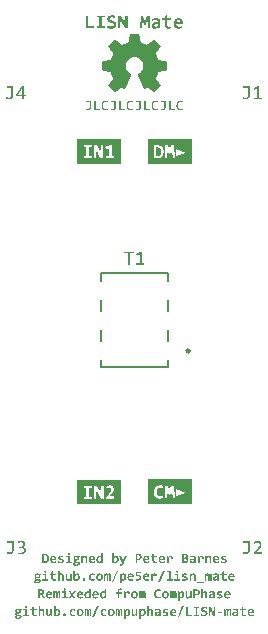
<source format=gto>
G04*
G04 #@! TF.GenerationSoftware,Altium Limited,Altium Designer,25.6.2 (33)*
G04*
G04 Layer_Color=65535*
%FSLAX44Y44*%
%MOMM*%
G71*
G04*
G04 #@! TF.SameCoordinates,406FDB3A-8374-4AAD-B88D-9ED9193208D5*
G04*
G04*
G04 #@! TF.FilePolarity,Positive*
G04*
G01*
G75*
%ADD10C,0.2500*%
%ADD11C,0.2000*%
G36*
X143807Y495409D02*
X144215D01*
Y494591D01*
X144624D01*
Y493773D01*
X145033D01*
Y492956D01*
X145851D01*
Y492547D01*
X147895D01*
Y492138D01*
X149939D01*
Y491729D01*
X151983D01*
Y491320D01*
X152392D01*
Y483961D01*
X151983D01*
Y483553D01*
X150348D01*
Y483144D01*
X147895D01*
Y482735D01*
X145851D01*
Y482326D01*
X145033D01*
Y481100D01*
X144624D01*
Y480282D01*
X144215D01*
Y479055D01*
X143807D01*
Y478238D01*
X143398D01*
Y476193D01*
X143807D01*
Y475376D01*
X144215D01*
Y474967D01*
X144624D01*
Y474149D01*
X145033D01*
Y473740D01*
X145442D01*
Y472923D01*
X145851D01*
Y472514D01*
X146260D01*
Y472105D01*
X146669D01*
Y471287D01*
X147077D01*
Y470878D01*
X146669D01*
Y470061D01*
X146260D01*
Y469652D01*
X145851D01*
Y469243D01*
X145442D01*
Y468834D01*
X145033D01*
Y468425D01*
X144624D01*
Y468017D01*
X144215D01*
Y467608D01*
X143807D01*
Y467199D01*
X143398D01*
Y466790D01*
X142989D01*
Y466381D01*
X142580D01*
Y465972D01*
X141763D01*
Y465564D01*
X141354D01*
Y465972D01*
X140536D01*
Y466381D01*
X140127D01*
Y466790D01*
X139718D01*
Y467199D01*
X138901D01*
Y467608D01*
X138492D01*
Y468017D01*
X137674D01*
Y468425D01*
X137265D01*
Y468834D01*
X136448D01*
Y469243D01*
X135221D01*
Y468834D01*
X134403D01*
Y468425D01*
X133586D01*
Y468017D01*
X132768D01*
Y468834D01*
X132359D01*
Y470061D01*
X131950D01*
Y470878D01*
X131542D01*
Y471696D01*
X131133D01*
Y472923D01*
X130724D01*
Y473740D01*
X130315D01*
Y474967D01*
X129906D01*
Y475785D01*
X129497D01*
Y476602D01*
X129088D01*
Y477829D01*
X128680D01*
Y478646D01*
X128271D01*
Y479873D01*
X127862D01*
Y480691D01*
X128680D01*
Y481100D01*
X129088D01*
Y481508D01*
X129497D01*
Y481917D01*
X130315D01*
Y482326D01*
X130724D01*
Y483144D01*
X131133D01*
Y483553D01*
X131542D01*
Y484370D01*
X131950D01*
Y485188D01*
X132359D01*
Y490094D01*
X131950D01*
Y490912D01*
X131542D01*
Y491729D01*
X131133D01*
Y492138D01*
X130724D01*
Y492547D01*
X130315D01*
Y492956D01*
X129906D01*
Y493365D01*
X129497D01*
Y493773D01*
X129088D01*
Y494182D01*
X128271D01*
Y494591D01*
X127044D01*
Y495000D01*
X122956D01*
Y494591D01*
X121729D01*
Y494182D01*
X120912D01*
Y493773D01*
X120503D01*
Y493365D01*
X120094D01*
Y492956D01*
X119685D01*
Y492547D01*
X119276D01*
Y492138D01*
X118868D01*
Y491729D01*
X118459D01*
Y490912D01*
X118050D01*
Y489685D01*
X117641D01*
Y485597D01*
X118050D01*
Y484370D01*
X118459D01*
Y483553D01*
X118868D01*
Y483144D01*
X119276D01*
Y482326D01*
X120094D01*
Y481917D01*
X120503D01*
Y481508D01*
X120912D01*
Y481100D01*
X121320D01*
Y480691D01*
X122138D01*
Y479464D01*
X121729D01*
Y478646D01*
X121320D01*
Y477420D01*
X120912D01*
Y476602D01*
X120503D01*
Y475785D01*
X120094D01*
Y474558D01*
X119685D01*
Y473740D01*
X119276D01*
Y472514D01*
X118868D01*
Y471696D01*
X118459D01*
Y470878D01*
X118050D01*
Y469652D01*
X117641D01*
Y468834D01*
X117232D01*
Y468017D01*
X116414D01*
Y468425D01*
X115597D01*
Y468834D01*
X115188D01*
Y469243D01*
X113553D01*
Y468834D01*
X112735D01*
Y468425D01*
X112326D01*
Y468017D01*
X111917D01*
Y467608D01*
X111100D01*
Y467199D01*
X110691D01*
Y466790D01*
X109873D01*
Y466381D01*
X109464D01*
Y465972D01*
X108646D01*
Y465564D01*
X108238D01*
Y465972D01*
X107829D01*
Y466381D01*
X107420D01*
Y466790D01*
X107011D01*
Y467199D01*
X106602D01*
Y467608D01*
X106193D01*
Y468017D01*
X105785D01*
Y468425D01*
X105376D01*
Y468834D01*
X104967D01*
Y469243D01*
X104558D01*
Y469652D01*
X104149D01*
Y470061D01*
X103740D01*
Y470470D01*
X103331D01*
Y470878D01*
X102923D01*
Y471287D01*
X103331D01*
Y471696D01*
X103740D01*
Y472514D01*
X104149D01*
Y472923D01*
X104558D01*
Y473740D01*
X104967D01*
Y474149D01*
X105376D01*
Y474967D01*
X105785D01*
Y475376D01*
X106193D01*
Y475785D01*
X106602D01*
Y476602D01*
X107011D01*
Y477420D01*
X106602D01*
Y478238D01*
X106193D01*
Y479464D01*
X105785D01*
Y480282D01*
X105376D01*
Y481508D01*
X104967D01*
Y482326D01*
X104149D01*
Y482735D01*
X102105D01*
Y483144D01*
X100061D01*
Y483553D01*
X98017D01*
Y483961D01*
X97608D01*
Y491320D01*
X98017D01*
Y491729D01*
X100061D01*
Y492138D01*
X102105D01*
Y492547D01*
X104558D01*
Y492956D01*
X104967D01*
Y493365D01*
X105376D01*
Y494182D01*
X105785D01*
Y495409D01*
X106193D01*
Y496227D01*
X106602D01*
Y497453D01*
X107011D01*
Y498680D01*
X106602D01*
Y499088D01*
X106193D01*
Y499906D01*
X105785D01*
Y500315D01*
X105376D01*
Y501133D01*
X104967D01*
Y501541D01*
X104558D01*
Y502359D01*
X104149D01*
Y502768D01*
X103740D01*
Y503586D01*
X103331D01*
Y503994D01*
X102923D01*
Y504403D01*
X103331D01*
Y504812D01*
X103740D01*
Y505221D01*
X104149D01*
Y505630D01*
X104558D01*
Y506039D01*
X104967D01*
Y506448D01*
X105376D01*
Y506856D01*
X105785D01*
Y507265D01*
X106193D01*
Y507674D01*
X106602D01*
Y508083D01*
X107011D01*
Y508492D01*
X107420D01*
Y508901D01*
X107829D01*
Y509309D01*
X108238D01*
Y509718D01*
X108646D01*
Y509309D01*
X109464D01*
Y508901D01*
X109873D01*
Y508492D01*
X110691D01*
Y508083D01*
X111100D01*
Y507674D01*
X111508D01*
Y507265D01*
X112326D01*
Y506856D01*
X112735D01*
Y506448D01*
X113553D01*
Y506039D01*
X113961D01*
Y505630D01*
X115597D01*
Y506039D01*
X116414D01*
Y506448D01*
X117641D01*
Y506856D01*
X118459D01*
Y507265D01*
X119685D01*
Y508083D01*
X120094D01*
Y510127D01*
X120503D01*
Y512580D01*
X120912D01*
Y514624D01*
X121320D01*
Y515033D01*
X129088D01*
Y512989D01*
X129497D01*
Y510536D01*
X129906D01*
Y508492D01*
X130315D01*
Y507265D01*
X131542D01*
Y506856D01*
X132359D01*
Y506448D01*
X133586D01*
Y506039D01*
X134403D01*
Y505630D01*
X136039D01*
Y506039D01*
X136448D01*
Y506448D01*
X137265D01*
Y506856D01*
X137674D01*
Y507265D01*
X138492D01*
Y507674D01*
X138901D01*
Y508083D01*
X139718D01*
Y508492D01*
X140127D01*
Y508901D01*
X140945D01*
Y509309D01*
X141354D01*
Y509718D01*
X141763D01*
Y509309D01*
X142580D01*
Y508901D01*
X142989D01*
Y508492D01*
X143398D01*
Y508083D01*
X143807D01*
Y507674D01*
X144215D01*
Y507265D01*
X144624D01*
Y506856D01*
X145033D01*
Y506448D01*
X145442D01*
Y506039D01*
X145851D01*
Y505630D01*
X146260D01*
Y505221D01*
X146669D01*
Y504403D01*
X147077D01*
Y503994D01*
X146669D01*
Y503177D01*
X146260D01*
Y502768D01*
X145851D01*
Y502359D01*
X145442D01*
Y501541D01*
X145033D01*
Y501133D01*
X144624D01*
Y500315D01*
X144215D01*
Y499906D01*
X143807D01*
Y499088D01*
X143398D01*
Y498680D01*
X142989D01*
Y497453D01*
X143398D01*
Y496635D01*
X143807D01*
Y495818D01*
Y495409D01*
D02*
G37*
G36*
X173526Y116399D02*
X136474D01*
Y137601D01*
X173526D01*
Y116399D01*
D02*
G37*
G36*
X173508Y404556D02*
X136492D01*
Y425444D01*
X173508D01*
Y404556D01*
D02*
G37*
G36*
X113508Y404519D02*
X76492D01*
Y425481D01*
X113508D01*
Y404519D01*
D02*
G37*
G36*
Y116463D02*
X76492D01*
Y137536D01*
X113508D01*
Y116463D01*
D02*
G37*
G36*
X69607Y75452D02*
X69719Y75434D01*
X69849Y75387D01*
X69858D01*
X69877Y75378D01*
X69914Y75359D01*
X69951Y75332D01*
X70054Y75266D01*
X70147Y75183D01*
X70156Y75173D01*
X70165Y75164D01*
X70193Y75136D01*
X70221Y75099D01*
X70277Y75006D01*
X70342Y74885D01*
Y74876D01*
X70351Y74857D01*
X70370Y74820D01*
X70379Y74774D01*
X70407Y74662D01*
X70416Y74523D01*
Y74513D01*
Y74495D01*
Y74458D01*
X70407Y74411D01*
X70388Y74290D01*
X70342Y74160D01*
Y74151D01*
X70332Y74132D01*
X70314Y74104D01*
X70286Y74058D01*
X70230Y73965D01*
X70147Y73863D01*
X70137Y73853D01*
X70128Y73844D01*
X70100Y73816D01*
X70063Y73798D01*
X69970Y73733D01*
X69849Y73667D01*
X69840D01*
X69821Y73658D01*
X69784Y73649D01*
X69738Y73639D01*
X69626Y73612D01*
X69487Y73602D01*
X69412D01*
X69366Y73612D01*
X69245Y73630D01*
X69115Y73667D01*
X69105D01*
X69087Y73677D01*
X69059Y73695D01*
X69012Y73723D01*
X68920Y73779D01*
X68817Y73863D01*
X68808Y73872D01*
X68799Y73891D01*
X68771Y73909D01*
X68752Y73946D01*
X68687Y74039D01*
X68622Y74160D01*
Y74169D01*
X68613Y74188D01*
X68603Y74225D01*
X68594Y74272D01*
X68566Y74392D01*
X68557Y74523D01*
Y74532D01*
Y74560D01*
Y74597D01*
X68566Y74644D01*
X68585Y74755D01*
X68622Y74885D01*
Y74894D01*
X68631Y74913D01*
X68650Y74941D01*
X68678Y74988D01*
X68734Y75080D01*
X68817Y75183D01*
X68826Y75192D01*
X68845Y75201D01*
X68864Y75229D01*
X68901Y75257D01*
X68994Y75322D01*
X69115Y75387D01*
X69124D01*
X69143Y75396D01*
X69180Y75415D01*
X69226Y75424D01*
X69347Y75452D01*
X69487Y75462D01*
X69561D01*
X69607Y75452D01*
D02*
G37*
G36*
X98129Y66983D02*
X96892D01*
X96855Y67857D01*
X96846Y67848D01*
X96827Y67820D01*
X96790Y67773D01*
X96734Y67718D01*
X96613Y67588D01*
X96474Y67439D01*
X96465Y67429D01*
X96437Y67411D01*
X96400Y67374D01*
X96344Y67327D01*
X96288Y67281D01*
X96214Y67225D01*
X96046Y67123D01*
X96037Y67113D01*
X96009Y67104D01*
X95963Y67076D01*
X95907Y67048D01*
X95833Y67021D01*
X95749Y66983D01*
X95563Y66927D01*
X95554D01*
X95517Y66918D01*
X95461Y66909D01*
X95396Y66890D01*
X95312Y66881D01*
X95210Y66863D01*
X95098Y66853D01*
X94903D01*
X94801Y66863D01*
X94680Y66881D01*
X94531Y66900D01*
X94373Y66937D01*
X94215Y66993D01*
X94057Y67058D01*
X94038Y67067D01*
X93992Y67095D01*
X93918Y67141D01*
X93815Y67216D01*
X93713Y67299D01*
X93592Y67402D01*
X93481Y67523D01*
X93369Y67653D01*
X93360Y67671D01*
X93322Y67727D01*
X93276Y67801D01*
X93220Y67913D01*
X93146Y68052D01*
X93081Y68210D01*
X93016Y68396D01*
X92951Y68592D01*
Y68601D01*
X92941Y68619D01*
Y68647D01*
X92932Y68694D01*
X92923Y68740D01*
X92904Y68805D01*
X92886Y68954D01*
X92858Y69140D01*
X92830Y69345D01*
X92821Y69577D01*
X92811Y69828D01*
Y69837D01*
Y69865D01*
Y69912D01*
Y69967D01*
X92821Y70033D01*
Y70116D01*
X92830Y70209D01*
X92839Y70311D01*
X92867Y70535D01*
X92904Y70767D01*
X92960Y71009D01*
X93034Y71241D01*
Y71250D01*
X93044Y71269D01*
X93062Y71297D01*
X93081Y71343D01*
X93127Y71446D01*
X93202Y71585D01*
X93295Y71743D01*
X93406Y71910D01*
X93527Y72068D01*
X93676Y72227D01*
X93685Y72236D01*
X93694Y72245D01*
X93750Y72291D01*
X93834Y72366D01*
X93955Y72450D01*
X94094Y72543D01*
X94252Y72645D01*
X94438Y72738D01*
X94643Y72812D01*
X94652D01*
X94670Y72821D01*
X94698Y72831D01*
X94745Y72840D01*
X94791Y72859D01*
X94856Y72877D01*
X95005Y72914D01*
X95182Y72942D01*
X95396Y72979D01*
X95619Y72998D01*
X95860Y73007D01*
X96000D01*
X96065Y72998D01*
X96139Y72989D01*
X96297Y72970D01*
X96307D01*
X96335Y72961D01*
X96381D01*
X96437Y72952D01*
X96567Y72924D01*
X96706Y72896D01*
Y75220D01*
X98129D01*
Y66983D01*
D02*
G37*
G36*
X182066Y73026D02*
X182178Y73017D01*
X182308Y72998D01*
X182438Y72970D01*
X182577Y72933D01*
X182707Y72877D01*
X182726Y72868D01*
X182763Y72849D01*
X182828Y72812D01*
X182912Y72756D01*
X182996Y72691D01*
X183098Y72617D01*
X183191Y72524D01*
X183284Y72412D01*
X183293Y72403D01*
X183321Y72357D01*
X183368Y72292D01*
X183423Y72208D01*
X183479Y72096D01*
X183535Y71966D01*
X183591Y71817D01*
X183637Y71650D01*
Y71641D01*
X183646Y71631D01*
Y71604D01*
X183656Y71567D01*
X183674Y71473D01*
X183693Y71353D01*
X183711Y71195D01*
X183730Y71018D01*
X183739Y70813D01*
Y70600D01*
X182308D01*
Y70618D01*
Y70655D01*
Y70711D01*
Y70795D01*
X182298Y70879D01*
Y70971D01*
X182271Y71157D01*
Y71167D01*
X182261Y71195D01*
X182252Y71241D01*
X182233Y71297D01*
X182196Y71427D01*
X182131Y71548D01*
Y71557D01*
X182112Y71576D01*
X182066Y71631D01*
X181992Y71706D01*
X181899Y71771D01*
X181889D01*
X181871Y71780D01*
X181843Y71799D01*
X181806Y71808D01*
X181703Y71836D01*
X181573Y71845D01*
X181518D01*
X181462Y71836D01*
X181378Y71817D01*
X181285Y71780D01*
X181173Y71734D01*
X181053Y71669D01*
X180932Y71585D01*
X180913Y71576D01*
X180876Y71539D01*
X180802Y71473D01*
X180718Y71381D01*
X180606Y71260D01*
X180486Y71111D01*
X180346Y70934D01*
X180197Y70730D01*
Y66983D01*
X178738D01*
Y72905D01*
X180021D01*
X180077Y72041D01*
X180086Y72050D01*
X180104Y72078D01*
X180132Y72124D01*
X180170Y72171D01*
X180281Y72301D01*
X180402Y72440D01*
X180411Y72450D01*
X180439Y72468D01*
X180476Y72505D01*
X180523Y72552D01*
X180588Y72598D01*
X180653Y72654D01*
X180811Y72756D01*
X180820Y72766D01*
X180848Y72775D01*
X180895Y72803D01*
X180960Y72831D01*
X181034Y72868D01*
X181118Y72896D01*
X181304Y72961D01*
X181313D01*
X181350Y72970D01*
X181406Y72989D01*
X181480Y72998D01*
X181573Y73017D01*
X181675Y73026D01*
X181787Y73035D01*
X181982D01*
X182066Y73026D01*
D02*
G37*
G36*
X155813D02*
X155925Y73017D01*
X156055Y72998D01*
X156185Y72970D01*
X156324Y72933D01*
X156454Y72877D01*
X156473Y72868D01*
X156510Y72849D01*
X156575Y72812D01*
X156659Y72756D01*
X156743Y72691D01*
X156845Y72617D01*
X156938Y72524D01*
X157031Y72412D01*
X157040Y72403D01*
X157068Y72357D01*
X157114Y72292D01*
X157170Y72208D01*
X157226Y72096D01*
X157282Y71966D01*
X157338Y71817D01*
X157384Y71650D01*
Y71641D01*
X157393Y71631D01*
Y71604D01*
X157403Y71567D01*
X157421Y71473D01*
X157440Y71353D01*
X157458Y71195D01*
X157477Y71018D01*
X157486Y70813D01*
Y70600D01*
X156055D01*
Y70618D01*
Y70655D01*
Y70711D01*
Y70795D01*
X156045Y70879D01*
Y70971D01*
X156017Y71157D01*
Y71167D01*
X156008Y71195D01*
X155999Y71241D01*
X155980Y71297D01*
X155943Y71427D01*
X155878Y71548D01*
Y71557D01*
X155859Y71576D01*
X155813Y71631D01*
X155739Y71706D01*
X155646Y71771D01*
X155636D01*
X155618Y71780D01*
X155590Y71799D01*
X155553Y71808D01*
X155450Y71836D01*
X155320Y71845D01*
X155264D01*
X155209Y71836D01*
X155125Y71817D01*
X155032Y71780D01*
X154921Y71734D01*
X154800Y71669D01*
X154679Y71585D01*
X154660Y71576D01*
X154623Y71539D01*
X154549Y71473D01*
X154465Y71381D01*
X154353Y71260D01*
X154233Y71111D01*
X154093Y70934D01*
X153944Y70730D01*
Y66983D01*
X152485D01*
Y72905D01*
X153768D01*
X153823Y72041D01*
X153833Y72050D01*
X153851Y72078D01*
X153879Y72124D01*
X153917Y72171D01*
X154028Y72301D01*
X154149Y72440D01*
X154158Y72450D01*
X154186Y72468D01*
X154223Y72505D01*
X154270Y72552D01*
X154335Y72598D01*
X154400Y72654D01*
X154558Y72756D01*
X154567Y72766D01*
X154595Y72775D01*
X154642Y72803D01*
X154707Y72831D01*
X154781Y72868D01*
X154865Y72896D01*
X155051Y72961D01*
X155060D01*
X155097Y72970D01*
X155153Y72989D01*
X155227Y72998D01*
X155320Y73017D01*
X155422Y73026D01*
X155534Y73035D01*
X155729D01*
X155813Y73026D01*
D02*
G37*
G36*
X188350D02*
X188462Y73017D01*
X188583Y72998D01*
X188722Y72970D01*
X188852Y72933D01*
X188983Y72887D01*
X189001Y72877D01*
X189038Y72859D01*
X189103Y72821D01*
X189187Y72775D01*
X189271Y72719D01*
X189364Y72645D01*
X189466Y72561D01*
X189550Y72459D01*
X189559Y72450D01*
X189587Y72412D01*
X189633Y72357D01*
X189680Y72273D01*
X189736Y72180D01*
X189791Y72069D01*
X189847Y71948D01*
X189893Y71808D01*
X189903Y71790D01*
X189912Y71743D01*
X189931Y71659D01*
X189959Y71557D01*
X189977Y71436D01*
X189996Y71288D01*
X190005Y71129D01*
X190014Y70953D01*
Y66983D01*
X188592D01*
Y70841D01*
Y70851D01*
Y70888D01*
Y70934D01*
X188583Y70990D01*
X188573Y71065D01*
X188555Y71148D01*
X188499Y71334D01*
X188462Y71418D01*
X188415Y71511D01*
X188360Y71594D01*
X188285Y71669D01*
X188202Y71725D01*
X188109Y71780D01*
X187997Y71808D01*
X187867Y71817D01*
X187802D01*
X187737Y71799D01*
X187644Y71780D01*
X187542Y71743D01*
X187421Y71697D01*
X187300Y71622D01*
X187170Y71520D01*
X187151Y71511D01*
X187114Y71464D01*
X187049Y71399D01*
X186965Y71315D01*
X186863Y71204D01*
X186742Y71065D01*
X186612Y70906D01*
X186482Y70730D01*
Y66983D01*
X185059D01*
Y72905D01*
X186287D01*
X186324Y72022D01*
X186333Y72031D01*
X186352Y72059D01*
X186389Y72106D01*
X186435Y72161D01*
X186556Y72301D01*
X186696Y72440D01*
X186705Y72450D01*
X186733Y72468D01*
X186770Y72505D01*
X186826Y72552D01*
X186882Y72598D01*
X186956Y72654D01*
X187114Y72756D01*
X187123Y72766D01*
X187151Y72775D01*
X187198Y72803D01*
X187263Y72831D01*
X187337Y72868D01*
X187421Y72896D01*
X187607Y72961D01*
X187616D01*
X187653Y72970D01*
X187709Y72989D01*
X187774Y72998D01*
X187867Y73017D01*
X187960Y73026D01*
X188071Y73035D01*
X188267D01*
X188350Y73026D01*
D02*
G37*
G36*
X83338Y73026D02*
X83450Y73017D01*
X83571Y72998D01*
X83710Y72970D01*
X83840Y72933D01*
X83970Y72887D01*
X83989Y72877D01*
X84026Y72859D01*
X84091Y72821D01*
X84175Y72775D01*
X84258Y72719D01*
X84352Y72645D01*
X84454Y72561D01*
X84537Y72459D01*
X84547Y72450D01*
X84575Y72412D01*
X84621Y72357D01*
X84668Y72273D01*
X84723Y72180D01*
X84779Y72068D01*
X84835Y71948D01*
X84881Y71808D01*
X84891Y71789D01*
X84900Y71743D01*
X84919Y71659D01*
X84946Y71557D01*
X84965Y71436D01*
X84984Y71287D01*
X84993Y71129D01*
X85002Y70953D01*
Y66983D01*
X83580D01*
Y70841D01*
Y70851D01*
Y70888D01*
Y70934D01*
X83571Y70990D01*
X83561Y71064D01*
X83543Y71148D01*
X83487Y71334D01*
X83450Y71418D01*
X83403Y71511D01*
X83348Y71594D01*
X83273Y71669D01*
X83189Y71725D01*
X83097Y71780D01*
X82985Y71808D01*
X82855Y71817D01*
X82790D01*
X82725Y71799D01*
X82632Y71780D01*
X82529Y71743D01*
X82409Y71697D01*
X82288Y71622D01*
X82157Y71520D01*
X82139Y71511D01*
X82102Y71464D01*
X82037Y71399D01*
X81953Y71315D01*
X81851Y71204D01*
X81730Y71064D01*
X81600Y70906D01*
X81470Y70730D01*
Y66983D01*
X80047D01*
Y72905D01*
X81274D01*
X81312Y72022D01*
X81321Y72031D01*
X81340Y72059D01*
X81377Y72106D01*
X81423Y72161D01*
X81544Y72301D01*
X81683Y72440D01*
X81693Y72450D01*
X81721Y72468D01*
X81758Y72505D01*
X81814Y72552D01*
X81869Y72598D01*
X81944Y72654D01*
X82102Y72756D01*
X82111Y72766D01*
X82139Y72775D01*
X82185Y72803D01*
X82250Y72831D01*
X82325Y72868D01*
X82409Y72896D01*
X82594Y72961D01*
X82604D01*
X82641Y72970D01*
X82697Y72989D01*
X82762Y72998D01*
X82855Y73017D01*
X82948Y73026D01*
X83059Y73035D01*
X83254D01*
X83338Y73026D01*
D02*
G37*
G36*
X201207Y73026D02*
X201356Y73017D01*
X201523Y73007D01*
X201691Y72989D01*
X201858Y72970D01*
X201877D01*
X201932Y72961D01*
X202016Y72952D01*
X202118Y72933D01*
X202239Y72914D01*
X202369Y72896D01*
X202499Y72877D01*
X202630Y72849D01*
Y71687D01*
X202620D01*
X202611Y71697D01*
X202583Y71706D01*
X202546Y71715D01*
X202444Y71743D01*
X202323Y71771D01*
X202174Y71808D01*
X202007Y71845D01*
X201672Y71910D01*
X201653D01*
X201598Y71920D01*
X201505Y71938D01*
X201393Y71948D01*
X201263Y71966D01*
X201114Y71975D01*
X200798Y71985D01*
X200724D01*
X200650Y71975D01*
X200547Y71966D01*
X200436Y71948D01*
X200315Y71920D01*
X200203Y71883D01*
X200092Y71827D01*
X200082Y71817D01*
X200054Y71799D01*
X200008Y71762D01*
X199961Y71715D01*
X199915Y71650D01*
X199869Y71576D01*
X199841Y71492D01*
X199831Y71390D01*
Y71381D01*
Y71371D01*
X199841Y71306D01*
X199850Y71232D01*
X199878Y71148D01*
X199887Y71129D01*
X199924Y71083D01*
X199989Y71018D01*
X200082Y70944D01*
X200092D01*
X200110Y70925D01*
X200147Y70906D01*
X200194Y70879D01*
X200259Y70851D01*
X200333Y70813D01*
X200417Y70767D01*
X200519Y70730D01*
X200529D01*
X200566Y70711D01*
X200631Y70693D01*
X200714Y70665D01*
X200817Y70627D01*
X200947Y70590D01*
X201086Y70544D01*
X201244Y70497D01*
X201254D01*
X201272Y70488D01*
X201291D01*
X201328Y70469D01*
X201430Y70442D01*
X201551Y70404D01*
X201681Y70358D01*
X201830Y70311D01*
X201970Y70256D01*
X202109Y70191D01*
X202128Y70181D01*
X202165Y70163D01*
X202230Y70125D01*
X202313Y70079D01*
X202397Y70023D01*
X202490Y69958D01*
X202583Y69884D01*
X202667Y69809D01*
X202676Y69800D01*
X202704Y69772D01*
X202741Y69735D01*
X202788Y69670D01*
X202834Y69605D01*
X202890Y69521D01*
X202936Y69438D01*
X202974Y69335D01*
X202983Y69326D01*
X202992Y69289D01*
X203011Y69233D01*
X203029Y69159D01*
X203048Y69066D01*
X203057Y68963D01*
X203076Y68843D01*
Y68722D01*
Y68713D01*
Y68703D01*
Y68675D01*
Y68638D01*
X203067Y68545D01*
X203048Y68424D01*
X203020Y68294D01*
X202974Y68145D01*
X202918Y67997D01*
X202843Y67857D01*
X202834Y67839D01*
X202806Y67801D01*
X202750Y67736D01*
X202685Y67653D01*
X202602Y67560D01*
X202499Y67457D01*
X202379Y67365D01*
X202248Y67271D01*
X202230Y67262D01*
X202183Y67234D01*
X202109Y67197D01*
X202007Y67151D01*
X201886Y67095D01*
X201746Y67048D01*
X201588Y66993D01*
X201412Y66955D01*
X201393D01*
X201365Y66946D01*
X201328Y66937D01*
X201235Y66928D01*
X201114Y66909D01*
X200975Y66890D01*
X200807Y66872D01*
X200640Y66863D01*
X200454Y66853D01*
X200222D01*
X200064Y66863D01*
X199878Y66872D01*
X199683Y66881D01*
X199478Y66900D01*
X199274Y66918D01*
X199255D01*
X199227Y66928D01*
X199190D01*
X199088Y66946D01*
X198958Y66965D01*
X198809Y66983D01*
X198641Y67011D01*
X198288Y67086D01*
Y68369D01*
X198298D01*
X198316Y68359D01*
X198344Y68350D01*
X198381Y68331D01*
X198428Y68313D01*
X198483Y68294D01*
X198623Y68238D01*
X198790Y68183D01*
X198976Y68127D01*
X199171Y68080D01*
X199376Y68034D01*
X199404D01*
X199432Y68025D01*
X199469Y68015D01*
X199571Y68006D01*
X199711Y67987D01*
X199869Y67969D01*
X200045Y67959D01*
X200408Y67941D01*
X200501D01*
X200603Y67950D01*
X200724Y67959D01*
X200854Y67987D01*
X200993Y68015D01*
X201133Y68062D01*
X201244Y68117D01*
X201254Y68127D01*
X201291Y68145D01*
X201337Y68192D01*
X201384Y68238D01*
X201440Y68313D01*
X201477Y68387D01*
X201514Y68480D01*
X201523Y68582D01*
Y68592D01*
Y68601D01*
X201514Y68666D01*
X201495Y68740D01*
X201458Y68824D01*
Y68833D01*
X201449Y68843D01*
X201412Y68889D01*
X201337Y68963D01*
X201291Y69001D01*
X201235Y69038D01*
X201226Y69047D01*
X201207Y69056D01*
X201170Y69075D01*
X201124Y69103D01*
X201059Y69131D01*
X200984Y69168D01*
X200891Y69205D01*
X200789Y69242D01*
X200780Y69252D01*
X200733Y69261D01*
X200677Y69289D01*
X200584Y69317D01*
X200473Y69354D01*
X200343Y69391D01*
X200194Y69438D01*
X200027Y69484D01*
X200017D01*
X200008Y69493D01*
X199952Y69503D01*
X199869Y69531D01*
X199766Y69568D01*
X199645Y69614D01*
X199515Y69661D01*
X199385Y69707D01*
X199255Y69763D01*
X199236Y69772D01*
X199199Y69791D01*
X199143Y69828D01*
X199069Y69865D01*
X198976Y69921D01*
X198892Y69986D01*
X198799Y70051D01*
X198716Y70125D01*
X198706Y70135D01*
X198679Y70163D01*
X198641Y70209D01*
X198595Y70265D01*
X198539Y70339D01*
X198493Y70423D01*
X198437Y70507D01*
X198390Y70609D01*
Y70618D01*
X198372Y70655D01*
X198363Y70721D01*
X198344Y70795D01*
X198325Y70897D01*
X198307Y71009D01*
X198298Y71129D01*
X198288Y71269D01*
Y71288D01*
Y71334D01*
X198298Y71399D01*
X198307Y71483D01*
X198325Y71585D01*
X198353Y71697D01*
X198390Y71817D01*
X198446Y71938D01*
X198456Y71957D01*
X198474Y71994D01*
X198521Y72050D01*
X198567Y72133D01*
X198641Y72217D01*
X198725Y72319D01*
X198818Y72412D01*
X198930Y72505D01*
X198948Y72515D01*
X198985Y72543D01*
X199060Y72589D01*
X199153Y72645D01*
X199274Y72701D01*
X199413Y72766D01*
X199562Y72831D01*
X199738Y72887D01*
X199748D01*
X199757Y72896D01*
X199785Y72905D01*
X199822Y72914D01*
X199869Y72924D01*
X199924Y72933D01*
X200064Y72961D01*
X200231Y72989D01*
X200417Y73017D01*
X200640Y73026D01*
X200873Y73035D01*
X201068D01*
X201207Y73026D01*
D02*
G37*
G36*
X63379Y73026D02*
X63528Y73017D01*
X63695Y73007D01*
X63862Y72989D01*
X64030Y72970D01*
X64048D01*
X64104Y72961D01*
X64188Y72952D01*
X64290Y72933D01*
X64411Y72914D01*
X64541Y72896D01*
X64671Y72877D01*
X64801Y72849D01*
Y71687D01*
X64792D01*
X64783Y71697D01*
X64755Y71706D01*
X64717Y71715D01*
X64615Y71743D01*
X64494Y71771D01*
X64346Y71808D01*
X64178Y71845D01*
X63844Y71910D01*
X63825D01*
X63769Y71920D01*
X63676Y71938D01*
X63565Y71948D01*
X63435Y71966D01*
X63286Y71975D01*
X62970Y71985D01*
X62895D01*
X62821Y71975D01*
X62719Y71966D01*
X62607Y71948D01*
X62486Y71920D01*
X62375Y71883D01*
X62263Y71827D01*
X62254Y71817D01*
X62226Y71799D01*
X62180Y71762D01*
X62133Y71715D01*
X62087Y71650D01*
X62040Y71576D01*
X62012Y71492D01*
X62003Y71390D01*
Y71381D01*
Y71371D01*
X62012Y71306D01*
X62021Y71232D01*
X62049Y71148D01*
X62059Y71129D01*
X62096Y71083D01*
X62161Y71018D01*
X62254Y70944D01*
X62263D01*
X62282Y70925D01*
X62319Y70906D01*
X62365Y70879D01*
X62431Y70851D01*
X62505Y70813D01*
X62589Y70767D01*
X62691Y70730D01*
X62700D01*
X62737Y70711D01*
X62802Y70693D01*
X62886Y70665D01*
X62988Y70627D01*
X63119Y70590D01*
X63258Y70544D01*
X63416Y70497D01*
X63425D01*
X63444Y70488D01*
X63463D01*
X63500Y70469D01*
X63602Y70442D01*
X63723Y70404D01*
X63853Y70358D01*
X64002Y70311D01*
X64141Y70256D01*
X64281Y70191D01*
X64299Y70181D01*
X64336Y70163D01*
X64401Y70125D01*
X64485Y70079D01*
X64569Y70023D01*
X64662Y69958D01*
X64755Y69884D01*
X64838Y69809D01*
X64848Y69800D01*
X64875Y69772D01*
X64913Y69735D01*
X64959Y69670D01*
X65006Y69605D01*
X65061Y69521D01*
X65108Y69438D01*
X65145Y69335D01*
X65154Y69326D01*
X65164Y69289D01*
X65182Y69233D01*
X65201Y69159D01*
X65219Y69066D01*
X65229Y68963D01*
X65247Y68843D01*
Y68722D01*
Y68712D01*
Y68703D01*
Y68675D01*
Y68638D01*
X65238Y68545D01*
X65219Y68424D01*
X65192Y68294D01*
X65145Y68145D01*
X65089Y67997D01*
X65015Y67857D01*
X65006Y67839D01*
X64978Y67801D01*
X64922Y67736D01*
X64857Y67653D01*
X64773Y67560D01*
X64671Y67457D01*
X64550Y67365D01*
X64420Y67271D01*
X64401Y67262D01*
X64355Y67234D01*
X64281Y67197D01*
X64178Y67151D01*
X64057Y67095D01*
X63918Y67048D01*
X63760Y66993D01*
X63583Y66955D01*
X63565D01*
X63537Y66946D01*
X63500Y66937D01*
X63407Y66927D01*
X63286Y66909D01*
X63146Y66890D01*
X62979Y66872D01*
X62812Y66863D01*
X62626Y66853D01*
X62393D01*
X62235Y66863D01*
X62049Y66872D01*
X61854Y66881D01*
X61650Y66900D01*
X61445Y66918D01*
X61427D01*
X61399Y66927D01*
X61361D01*
X61259Y66946D01*
X61129Y66965D01*
X60980Y66983D01*
X60813Y67011D01*
X60460Y67086D01*
Y68369D01*
X60469D01*
X60488Y68359D01*
X60515Y68350D01*
X60553Y68331D01*
X60599Y68313D01*
X60655Y68294D01*
X60794Y68238D01*
X60962Y68183D01*
X61148Y68127D01*
X61343Y68080D01*
X61547Y68034D01*
X61575D01*
X61603Y68025D01*
X61640Y68015D01*
X61743Y68006D01*
X61882Y67987D01*
X62040Y67969D01*
X62217Y67959D01*
X62579Y67941D01*
X62672D01*
X62775Y67950D01*
X62895Y67959D01*
X63026Y67987D01*
X63165Y68015D01*
X63304Y68062D01*
X63416Y68117D01*
X63425Y68127D01*
X63463Y68145D01*
X63509Y68192D01*
X63555Y68238D01*
X63611Y68313D01*
X63648Y68387D01*
X63686Y68480D01*
X63695Y68582D01*
Y68592D01*
Y68601D01*
X63686Y68666D01*
X63667Y68740D01*
X63630Y68824D01*
Y68833D01*
X63621Y68843D01*
X63583Y68889D01*
X63509Y68963D01*
X63463Y69001D01*
X63407Y69038D01*
X63397Y69047D01*
X63379Y69056D01*
X63342Y69075D01*
X63295Y69103D01*
X63230Y69131D01*
X63156Y69168D01*
X63063Y69205D01*
X62961Y69242D01*
X62951Y69252D01*
X62905Y69261D01*
X62849Y69289D01*
X62756Y69317D01*
X62644Y69354D01*
X62514Y69391D01*
X62365Y69438D01*
X62198Y69484D01*
X62189D01*
X62180Y69493D01*
X62124Y69503D01*
X62040Y69531D01*
X61938Y69568D01*
X61817Y69614D01*
X61687Y69661D01*
X61557Y69707D01*
X61427Y69763D01*
X61408Y69772D01*
X61371Y69791D01*
X61315Y69828D01*
X61241Y69865D01*
X61148Y69921D01*
X61064Y69986D01*
X60971Y70051D01*
X60887Y70125D01*
X60878Y70135D01*
X60850Y70163D01*
X60813Y70209D01*
X60767Y70265D01*
X60711Y70339D01*
X60664Y70423D01*
X60609Y70507D01*
X60562Y70609D01*
Y70618D01*
X60543Y70655D01*
X60534Y70721D01*
X60515Y70795D01*
X60497Y70897D01*
X60478Y71009D01*
X60469Y71129D01*
X60460Y71269D01*
Y71287D01*
Y71334D01*
X60469Y71399D01*
X60478Y71483D01*
X60497Y71585D01*
X60525Y71697D01*
X60562Y71817D01*
X60618Y71938D01*
X60627Y71957D01*
X60646Y71994D01*
X60692Y72050D01*
X60739Y72133D01*
X60813Y72217D01*
X60897Y72319D01*
X60990Y72412D01*
X61101Y72505D01*
X61120Y72515D01*
X61157Y72543D01*
X61231Y72589D01*
X61324Y72645D01*
X61445Y72701D01*
X61585Y72766D01*
X61733Y72831D01*
X61910Y72887D01*
X61919D01*
X61929Y72896D01*
X61957Y72905D01*
X61994Y72914D01*
X62040Y72924D01*
X62096Y72933D01*
X62235Y72961D01*
X62403Y72989D01*
X62589Y73017D01*
X62812Y73026D01*
X63044Y73035D01*
X63239D01*
X63379Y73026D01*
D02*
G37*
G36*
X76106Y73017D02*
X76189D01*
X76366Y72998D01*
X76375D01*
X76403Y72989D01*
X76450D01*
X76515Y72979D01*
X76580Y72961D01*
X76654Y72952D01*
X76812Y72905D01*
X78867D01*
Y71864D01*
X77937D01*
X77946Y71855D01*
X77965Y71827D01*
X77993Y71789D01*
X78021Y71734D01*
X78058Y71669D01*
X78095Y71594D01*
X78160Y71436D01*
Y71427D01*
X78169Y71399D01*
X78188Y71353D01*
X78197Y71297D01*
X78216Y71232D01*
X78225Y71148D01*
X78235Y70981D01*
Y70971D01*
Y70962D01*
Y70934D01*
Y70897D01*
X78225Y70804D01*
X78216Y70683D01*
X78188Y70553D01*
X78160Y70404D01*
X78114Y70256D01*
X78058Y70107D01*
X78049Y70088D01*
X78030Y70042D01*
X77983Y69977D01*
X77928Y69884D01*
X77863Y69781D01*
X77779Y69679D01*
X77677Y69568D01*
X77565Y69465D01*
X77556Y69456D01*
X77509Y69428D01*
X77444Y69382D01*
X77361Y69326D01*
X77249Y69261D01*
X77119Y69196D01*
X76979Y69140D01*
X76821Y69084D01*
X76803Y69075D01*
X76747Y69066D01*
X76654Y69047D01*
X76543Y69019D01*
X76403Y68991D01*
X76236Y68973D01*
X76059Y68963D01*
X75864Y68954D01*
X75752D01*
X75678Y68963D01*
X75594D01*
X75492Y68982D01*
X75297Y69010D01*
X75287D01*
X75250Y69019D01*
X75204Y69038D01*
X75148Y69056D01*
X75018Y69094D01*
X74953Y69121D01*
X74897Y69149D01*
X74879Y69131D01*
X74841Y69084D01*
X74776Y69019D01*
X74720Y68935D01*
Y68926D01*
X74711Y68917D01*
X74693Y68861D01*
X74665Y68768D01*
X74655Y68666D01*
Y68647D01*
X74665Y68610D01*
X74674Y68545D01*
X74702Y68480D01*
X74711Y68461D01*
X74739Y68424D01*
X74776Y68369D01*
X74832Y68313D01*
X74851Y68303D01*
X74897Y68266D01*
X74962Y68229D01*
X75046Y68192D01*
X75055D01*
X75064Y68183D01*
X75092Y68173D01*
X75129Y68164D01*
X75222Y68145D01*
X75334Y68136D01*
X76738Y68090D01*
X76821D01*
X76905Y68080D01*
X77026Y68071D01*
X77156Y68052D01*
X77295Y68034D01*
X77444Y68006D01*
X77593Y67969D01*
X77612Y67959D01*
X77658Y67950D01*
X77733Y67922D01*
X77816Y67885D01*
X77918Y67848D01*
X78030Y67792D01*
X78141Y67727D01*
X78244Y67662D01*
X78253Y67653D01*
X78290Y67625D01*
X78337Y67588D01*
X78402Y67532D01*
X78467Y67457D01*
X78541Y67383D01*
X78606Y67290D01*
X78671Y67188D01*
X78681Y67179D01*
X78699Y67141D01*
X78718Y67076D01*
X78755Y67002D01*
X78783Y66909D01*
X78801Y66797D01*
X78820Y66677D01*
X78829Y66546D01*
Y66528D01*
Y66481D01*
X78820Y66398D01*
X78801Y66295D01*
X78783Y66175D01*
X78746Y66044D01*
X78699Y65914D01*
X78634Y65775D01*
X78625Y65756D01*
X78597Y65710D01*
X78560Y65645D01*
X78495Y65552D01*
X78411Y65459D01*
X78318Y65347D01*
X78197Y65236D01*
X78067Y65133D01*
X78049Y65124D01*
X78002Y65087D01*
X77918Y65040D01*
X77816Y64975D01*
X77677Y64901D01*
X77519Y64836D01*
X77342Y64762D01*
X77137Y64696D01*
X77128D01*
X77110Y64687D01*
X77082Y64678D01*
X77035Y64668D01*
X76989Y64659D01*
X76924Y64650D01*
X76849Y64631D01*
X76766Y64622D01*
X76570Y64585D01*
X76357Y64566D01*
X76106Y64548D01*
X75836Y64538D01*
X75650D01*
X75585Y64548D01*
X75418Y64557D01*
X75222Y64566D01*
X75009Y64594D01*
X74804Y64622D01*
X74600Y64659D01*
X74590D01*
X74581Y64668D01*
X74553D01*
X74516Y64678D01*
X74423Y64706D01*
X74302Y64743D01*
X74172Y64789D01*
X74023Y64836D01*
X73884Y64901D01*
X73754Y64975D01*
X73735Y64985D01*
X73698Y65012D01*
X73642Y65059D01*
X73568Y65115D01*
X73493Y65189D01*
X73410Y65273D01*
X73335Y65366D01*
X73270Y65468D01*
X73261Y65477D01*
X73252Y65514D01*
X73224Y65570D01*
X73196Y65654D01*
X73168Y65738D01*
X73149Y65849D01*
X73131Y65961D01*
X73121Y66082D01*
Y66091D01*
Y66119D01*
Y66156D01*
X73131Y66202D01*
X73140Y66333D01*
X73168Y66463D01*
Y66472D01*
X73177Y66491D01*
X73196Y66528D01*
X73205Y66565D01*
X73261Y66677D01*
X73326Y66797D01*
X73335Y66807D01*
X73345Y66825D01*
X73363Y66853D01*
X73400Y66900D01*
X73475Y66993D01*
X73586Y67104D01*
X73596Y67113D01*
X73614Y67132D01*
X73651Y67160D01*
X73698Y67197D01*
X73754Y67244D01*
X73819Y67290D01*
X73967Y67402D01*
X73958Y67411D01*
X73921Y67429D01*
X73865Y67467D01*
X73809Y67513D01*
X73735Y67569D01*
X73661Y67643D01*
X73596Y67727D01*
X73531Y67820D01*
X73521Y67829D01*
X73512Y67867D01*
X73484Y67922D01*
X73456Y67987D01*
X73428Y68071D01*
X73410Y68164D01*
X73391Y68266D01*
X73382Y68369D01*
Y68378D01*
Y68406D01*
Y68443D01*
X73391Y68489D01*
X73400Y68601D01*
X73428Y68731D01*
Y68740D01*
X73438Y68759D01*
X73447Y68796D01*
X73465Y68843D01*
X73512Y68945D01*
X73568Y69066D01*
Y69075D01*
X73586Y69094D01*
X73605Y69121D01*
X73623Y69159D01*
X73689Y69261D01*
X73763Y69363D01*
X73772Y69373D01*
X73781Y69391D01*
X73809Y69419D01*
X73837Y69456D01*
X73912Y69549D01*
X73995Y69651D01*
X73986Y69661D01*
X73958Y69689D01*
X73921Y69735D01*
X73875Y69800D01*
X73819Y69875D01*
X73754Y69967D01*
X73698Y70070D01*
X73642Y70181D01*
X73633Y70200D01*
X73623Y70237D01*
X73596Y70302D01*
X73577Y70395D01*
X73549Y70507D01*
X73521Y70637D01*
X73512Y70776D01*
X73503Y70944D01*
Y70953D01*
Y70962D01*
Y70990D01*
Y71027D01*
X73512Y71120D01*
X73521Y71241D01*
X73549Y71381D01*
X73577Y71520D01*
X73623Y71678D01*
X73679Y71827D01*
X73689Y71845D01*
X73716Y71892D01*
X73754Y71966D01*
X73809Y72059D01*
X73875Y72161D01*
X73958Y72264D01*
X74060Y72375D01*
X74172Y72477D01*
X74191Y72487D01*
X74228Y72524D01*
X74293Y72570D01*
X74386Y72626D01*
X74497Y72701D01*
X74618Y72766D01*
X74758Y72831D01*
X74916Y72887D01*
X74925D01*
X74934Y72896D01*
X74990Y72905D01*
X75083Y72933D01*
X75195Y72961D01*
X75343Y72979D01*
X75501Y73007D01*
X75678Y73017D01*
X75864Y73026D01*
X76022D01*
X76106Y73017D01*
D02*
G37*
G36*
X116424Y67634D02*
Y67625D01*
X116415Y67597D01*
X116396Y67560D01*
X116368Y67504D01*
X116340Y67439D01*
X116303Y67365D01*
X116266Y67271D01*
X116229Y67179D01*
X116127Y66974D01*
X116015Y66751D01*
X115894Y66519D01*
X115773Y66295D01*
Y66286D01*
X115755Y66267D01*
X115736Y66240D01*
X115717Y66202D01*
X115643Y66091D01*
X115560Y65951D01*
X115448Y65803D01*
X115327Y65635D01*
X115188Y65477D01*
X115039Y65319D01*
X115020Y65301D01*
X114965Y65254D01*
X114890Y65189D01*
X114779Y65096D01*
X114649Y65003D01*
X114490Y64910D01*
X114323Y64817D01*
X114146Y64734D01*
X114137D01*
X114128Y64724D01*
X114100Y64715D01*
X114063Y64706D01*
X114016Y64687D01*
X113961Y64668D01*
X113821Y64641D01*
X113663Y64603D01*
X113468Y64566D01*
X113263Y64548D01*
X113040Y64538D01*
X112947D01*
X112845Y64548D01*
X112715Y64557D01*
X112687D01*
X112650Y64566D01*
X112613D01*
X112501Y64585D01*
X112371Y64603D01*
Y65812D01*
X112380D01*
X112417Y65803D01*
X112473D01*
X112529Y65793D01*
X112548D01*
X112585Y65784D01*
X112650Y65775D01*
X112715Y65766D01*
X112733D01*
X112780Y65756D01*
X112845D01*
X112919Y65747D01*
X112984D01*
X113049Y65738D01*
X113152D01*
X113198Y65747D01*
X113263D01*
X113328Y65756D01*
X113403Y65775D01*
X113561Y65831D01*
X113570D01*
X113598Y65849D01*
X113635Y65868D01*
X113691Y65896D01*
X113812Y65979D01*
X113951Y66091D01*
X113961Y66100D01*
X113979Y66119D01*
X114016Y66156D01*
X114053Y66202D01*
X114109Y66258D01*
X114156Y66333D01*
X114267Y66491D01*
X114277Y66500D01*
X114295Y66528D01*
X114323Y66574D01*
X114360Y66639D01*
X114397Y66714D01*
X114444Y66797D01*
X114528Y66983D01*
X112185Y72905D01*
X113775D01*
X115002Y69540D01*
X115364Y68461D01*
X115727Y69493D01*
X116973Y72905D01*
X118497D01*
X116424Y67634D01*
D02*
G37*
G36*
X174582Y73026D02*
X174740Y73017D01*
X174917Y73007D01*
X175103Y72979D01*
X175289Y72952D01*
X175475Y72905D01*
X175484D01*
X175493Y72896D01*
X175558Y72887D01*
X175642Y72849D01*
X175754Y72812D01*
X175875Y72766D01*
X176005Y72701D01*
X176135Y72626D01*
X176256Y72533D01*
X176265Y72524D01*
X176302Y72487D01*
X176358Y72431D01*
X176432Y72357D01*
X176497Y72273D01*
X176581Y72161D01*
X176646Y72041D01*
X176711Y71901D01*
X176721Y71883D01*
X176739Y71836D01*
X176758Y71762D01*
X176786Y71650D01*
X176814Y71529D01*
X176841Y71381D01*
X176851Y71213D01*
X176860Y71027D01*
Y66983D01*
X175633D01*
X175605Y67755D01*
X175596Y67746D01*
X175577Y67718D01*
X175540Y67681D01*
X175484Y67634D01*
X175428Y67578D01*
X175363Y67523D01*
X175215Y67392D01*
X175205Y67383D01*
X175177Y67365D01*
X175140Y67337D01*
X175084Y67290D01*
X175010Y67253D01*
X174936Y67197D01*
X174759Y67104D01*
X174750Y67095D01*
X174713Y67086D01*
X174666Y67067D01*
X174601Y67039D01*
X174527Y67002D01*
X174434Y66974D01*
X174229Y66918D01*
X174220D01*
X174183Y66909D01*
X174118Y66900D01*
X174043Y66890D01*
X173950Y66872D01*
X173839Y66863D01*
X173727Y66853D01*
X173523D01*
X173439Y66863D01*
X173327Y66872D01*
X173207Y66881D01*
X173067Y66909D01*
X172928Y66937D01*
X172797Y66983D01*
X172779Y66993D01*
X172742Y67011D01*
X172677Y67039D01*
X172593Y67076D01*
X172509Y67132D01*
X172407Y67197D01*
X172314Y67271D01*
X172221Y67355D01*
X172212Y67365D01*
X172184Y67402D01*
X172137Y67448D01*
X172091Y67523D01*
X172035Y67606D01*
X171970Y67699D01*
X171914Y67811D01*
X171868Y67932D01*
Y67950D01*
X171849Y67987D01*
X171831Y68062D01*
X171812Y68155D01*
X171793Y68257D01*
X171775Y68387D01*
X171765Y68527D01*
X171756Y68675D01*
Y68685D01*
Y68694D01*
Y68750D01*
X171765Y68833D01*
X171775Y68936D01*
X171803Y69056D01*
X171831Y69187D01*
X171877Y69326D01*
X171933Y69456D01*
X171942Y69475D01*
X171970Y69512D01*
X172007Y69577D01*
X172063Y69661D01*
X172147Y69763D01*
X172240Y69856D01*
X172342Y69958D01*
X172472Y70060D01*
X172491Y70070D01*
X172537Y70107D01*
X172612Y70153D01*
X172723Y70209D01*
X172853Y70274D01*
X173002Y70339D01*
X173179Y70414D01*
X173374Y70469D01*
X173383D01*
X173402Y70479D01*
X173430Y70488D01*
X173467Y70497D01*
X173523Y70507D01*
X173588Y70516D01*
X173662Y70535D01*
X173736Y70544D01*
X173932Y70572D01*
X174145Y70600D01*
X174387Y70609D01*
X174657Y70618D01*
X175438D01*
Y70971D01*
Y70981D01*
Y71009D01*
Y71055D01*
X175428Y71111D01*
X175410Y71241D01*
X175373Y71381D01*
Y71390D01*
X175363Y71408D01*
X175345Y71446D01*
X175326Y71492D01*
X175252Y71585D01*
X175159Y71687D01*
X175149Y71697D01*
X175131Y71706D01*
X175103Y71734D01*
X175056Y71762D01*
X175010Y71799D01*
X174945Y71827D01*
X174870Y71864D01*
X174787Y71892D01*
X174778D01*
X174750Y71901D01*
X174703Y71920D01*
X174638Y71929D01*
X174555Y71948D01*
X174461Y71957D01*
X174359Y71966D01*
X174145D01*
X174043Y71957D01*
X173913Y71948D01*
X173755Y71938D01*
X173578Y71920D01*
X173392Y71883D01*
X173197Y71845D01*
X173188D01*
X173179Y71836D01*
X173151D01*
X173113Y71827D01*
X173011Y71799D01*
X172890Y71762D01*
X172742Y71715D01*
X172574Y71650D01*
X172398Y71585D01*
X172221Y71511D01*
Y72645D01*
X172230D01*
X172240Y72654D01*
X172295Y72673D01*
X172379Y72701D01*
X172500Y72747D01*
X172639Y72784D01*
X172807Y72831D01*
X172993Y72877D01*
X173197Y72924D01*
X173207D01*
X173225Y72933D01*
X173253D01*
X173290Y72942D01*
X173346Y72952D01*
X173402Y72961D01*
X173550Y72979D01*
X173727Y72998D01*
X173922Y73017D01*
X174127Y73035D01*
X174517D01*
X174582Y73026D01*
D02*
G37*
G36*
X167982Y74588D02*
X168093D01*
X168214Y74569D01*
X168354Y74560D01*
X168503Y74541D01*
X168819Y74486D01*
X169144Y74402D01*
X169302Y74355D01*
X169451Y74290D01*
X169590Y74225D01*
X169720Y74142D01*
X169730Y74132D01*
X169748Y74123D01*
X169776Y74095D01*
X169823Y74058D01*
X169869Y74011D01*
X169925Y73946D01*
X169990Y73881D01*
X170046Y73798D01*
X170111Y73705D01*
X170167Y73602D01*
X170222Y73491D01*
X170269Y73370D01*
X170315Y73231D01*
X170343Y73091D01*
X170362Y72933D01*
X170371Y72766D01*
Y72756D01*
Y72719D01*
Y72663D01*
X170362Y72589D01*
X170352Y72505D01*
X170343Y72412D01*
X170297Y72208D01*
Y72199D01*
X170287Y72161D01*
X170269Y72115D01*
X170250Y72041D01*
X170222Y71966D01*
X170185Y71883D01*
X170092Y71706D01*
X170083Y71697D01*
X170064Y71669D01*
X170036Y71622D01*
X169999Y71576D01*
X169943Y71511D01*
X169888Y71446D01*
X169739Y71306D01*
X169730Y71297D01*
X169702Y71278D01*
X169655Y71241D01*
X169599Y71204D01*
X169525Y71167D01*
X169441Y71120D01*
X169349Y71074D01*
X169246Y71037D01*
X169256D01*
X169293Y71027D01*
X169349Y71018D01*
X169423Y70999D01*
X169506Y70971D01*
X169599Y70934D01*
X169795Y70851D01*
X169804Y70841D01*
X169841Y70823D01*
X169888Y70795D01*
X169953Y70758D01*
X170018Y70702D01*
X170102Y70637D01*
X170250Y70488D01*
X170259Y70479D01*
X170287Y70451D01*
X170315Y70404D01*
X170362Y70349D01*
X170408Y70265D01*
X170464Y70181D01*
X170511Y70088D01*
X170557Y69977D01*
X170566Y69967D01*
X170576Y69921D01*
X170594Y69865D01*
X170622Y69781D01*
X170641Y69689D01*
X170659Y69577D01*
X170669Y69447D01*
X170678Y69317D01*
Y69307D01*
Y69261D01*
X170669Y69205D01*
Y69121D01*
X170650Y69029D01*
X170641Y68917D01*
X170613Y68796D01*
X170576Y68657D01*
X170538Y68517D01*
X170483Y68378D01*
X170418Y68229D01*
X170343Y68080D01*
X170250Y67941D01*
X170148Y67801D01*
X170027Y67681D01*
X169888Y67560D01*
X169878Y67550D01*
X169851Y67532D01*
X169804Y67504D01*
X169739Y67467D01*
X169665Y67430D01*
X169562Y67374D01*
X169451Y67327D01*
X169311Y67271D01*
X169163Y67216D01*
X168995Y67169D01*
X168809Y67113D01*
X168614Y67076D01*
X168391Y67039D01*
X168158Y67011D01*
X167908Y66993D01*
X167638Y66983D01*
X165314D01*
Y74597D01*
X167889D01*
X167982Y74588D01*
D02*
G37*
G36*
X128389D02*
X128463D01*
X128639Y74578D01*
X128844Y74560D01*
X129058Y74523D01*
X129290Y74486D01*
X129504Y74430D01*
X129513D01*
X129532Y74420D01*
X129560Y74411D01*
X129597Y74402D01*
X129709Y74365D01*
X129839Y74309D01*
X129987Y74244D01*
X130155Y74169D01*
X130313Y74076D01*
X130462Y73965D01*
X130480Y73956D01*
X130527Y73909D01*
X130592Y73844D01*
X130685Y73751D01*
X130778Y73649D01*
X130880Y73519D01*
X130973Y73370D01*
X131057Y73203D01*
Y73193D01*
X131066Y73184D01*
X131075Y73156D01*
X131084Y73119D01*
X131122Y73026D01*
X131159Y72905D01*
X131196Y72747D01*
X131233Y72580D01*
X131252Y72385D01*
X131261Y72171D01*
Y72161D01*
Y72143D01*
Y72115D01*
Y72069D01*
X131252Y72022D01*
Y71957D01*
X131233Y71808D01*
X131215Y71641D01*
X131178Y71455D01*
X131122Y71260D01*
X131057Y71065D01*
Y71055D01*
X131047Y71046D01*
X131038Y71018D01*
X131019Y70981D01*
X130973Y70888D01*
X130908Y70767D01*
X130824Y70627D01*
X130731Y70488D01*
X130610Y70339D01*
X130471Y70191D01*
X130452Y70172D01*
X130397Y70135D01*
X130313Y70070D01*
X130201Y69986D01*
X130062Y69893D01*
X129895Y69800D01*
X129709Y69707D01*
X129495Y69623D01*
X129486D01*
X129467Y69614D01*
X129439Y69605D01*
X129393Y69596D01*
X129337Y69577D01*
X129272Y69558D01*
X129188Y69540D01*
X129104Y69531D01*
X128909Y69493D01*
X128677Y69456D01*
X128416Y69438D01*
X128138Y69428D01*
X127412D01*
Y66983D01*
X125971D01*
Y74597D01*
X128323D01*
X128389Y74588D01*
D02*
G37*
G36*
X70295Y68090D02*
X71997D01*
Y66983D01*
X66958D01*
Y68090D01*
X68836D01*
Y71799D01*
X67162D01*
Y72905D01*
X70295D01*
Y68090D01*
D02*
G37*
G36*
X49397Y74588D02*
X49481D01*
X49583Y74578D01*
X49694Y74569D01*
X49927Y74541D01*
X50187Y74504D01*
X50448Y74448D01*
X50698Y74374D01*
X50708D01*
X50726Y74365D01*
X50764Y74355D01*
X50810Y74337D01*
X50866Y74309D01*
X50931Y74281D01*
X51080Y74207D01*
X51256Y74114D01*
X51442Y74002D01*
X51619Y73863D01*
X51796Y73705D01*
X51805Y73695D01*
X51814Y73686D01*
X51842Y73658D01*
X51870Y73621D01*
X51907Y73575D01*
X51944Y73528D01*
X52046Y73389D01*
X52149Y73221D01*
X52260Y73026D01*
X52363Y72794D01*
X52456Y72543D01*
Y72533D01*
X52465Y72515D01*
X52474Y72468D01*
X52493Y72422D01*
X52511Y72347D01*
X52530Y72273D01*
X52548Y72180D01*
X52567Y72078D01*
X52586Y71957D01*
X52604Y71827D01*
X52623Y71697D01*
X52642Y71548D01*
X52669Y71232D01*
X52679Y70879D01*
Y70869D01*
Y70841D01*
Y70795D01*
Y70730D01*
X52669Y70655D01*
Y70562D01*
X52660Y70460D01*
X52651Y70349D01*
X52623Y70098D01*
X52586Y69828D01*
X52530Y69549D01*
X52456Y69270D01*
Y69261D01*
X52446Y69242D01*
X52428Y69205D01*
X52418Y69149D01*
X52390Y69084D01*
X52363Y69019D01*
X52288Y68852D01*
X52186Y68657D01*
X52074Y68452D01*
X51935Y68238D01*
X51768Y68043D01*
X51758Y68034D01*
X51749Y68025D01*
X51721Y67997D01*
X51684Y67959D01*
X51638Y67913D01*
X51582Y67867D01*
X51452Y67755D01*
X51275Y67625D01*
X51080Y67495D01*
X50847Y67365D01*
X50587Y67253D01*
X50578D01*
X50550Y67244D01*
X50513Y67225D01*
X50457Y67216D01*
X50392Y67188D01*
X50308Y67169D01*
X50206Y67141D01*
X50104Y67123D01*
X49983Y67095D01*
X49843Y67067D01*
X49704Y67048D01*
X49555Y67030D01*
X49220Y66993D01*
X48858Y66983D01*
X46924D01*
Y74597D01*
X49323D01*
X49397Y74588D01*
D02*
G37*
G36*
X107723Y73277D02*
X107658Y72125D01*
X107676Y72133D01*
X107713Y72180D01*
X107788Y72264D01*
X107871Y72357D01*
X107983Y72459D01*
X108113Y72570D01*
X108252Y72682D01*
X108411Y72784D01*
X108420D01*
X108429Y72794D01*
X108485Y72821D01*
X108578Y72868D01*
X108699Y72914D01*
X108848Y72952D01*
X109024Y72998D01*
X109229Y73026D01*
X109443Y73035D01*
X109526D01*
X109628Y73026D01*
X109759Y73007D01*
X109898Y72979D01*
X110056Y72942D01*
X110214Y72896D01*
X110372Y72821D01*
X110381D01*
X110391Y72812D01*
X110437Y72784D01*
X110521Y72738D01*
X110614Y72663D01*
X110716Y72580D01*
X110837Y72477D01*
X110948Y72357D01*
X111060Y72217D01*
X111069Y72199D01*
X111107Y72152D01*
X111153Y72068D01*
X111218Y71957D01*
X111283Y71827D01*
X111357Y71669D01*
X111423Y71483D01*
X111488Y71287D01*
Y71278D01*
X111497Y71260D01*
X111506Y71232D01*
X111516Y71195D01*
X111525Y71139D01*
X111534Y71074D01*
X111562Y70925D01*
X111590Y70748D01*
X111618Y70535D01*
X111627Y70302D01*
X111636Y70051D01*
Y70042D01*
Y70014D01*
Y69967D01*
Y69912D01*
X111627Y69847D01*
Y69763D01*
X111618Y69670D01*
X111608Y69568D01*
X111581Y69345D01*
X111534Y69112D01*
X111478Y68871D01*
X111404Y68638D01*
Y68629D01*
X111395Y68610D01*
X111376Y68582D01*
X111357Y68536D01*
X111339Y68489D01*
X111311Y68433D01*
X111237Y68294D01*
X111144Y68136D01*
X111032Y67969D01*
X110902Y67801D01*
X110753Y67643D01*
X110735Y67625D01*
X110679Y67578D01*
X110595Y67513D01*
X110484Y67429D01*
X110335Y67327D01*
X110177Y67234D01*
X109991Y67141D01*
X109786Y67067D01*
X109777D01*
X109759Y67058D01*
X109731Y67048D01*
X109693Y67039D01*
X109638Y67021D01*
X109573Y67011D01*
X109424Y66974D01*
X109247Y66937D01*
X109033Y66909D01*
X108810Y66890D01*
X108569Y66881D01*
X108401D01*
X108336Y66890D01*
X108178D01*
X107992Y66900D01*
X107788Y66918D01*
X107360Y66974D01*
X107332D01*
X107304Y66983D01*
X107267Y66993D01*
X107211Y67002D01*
X107156Y67011D01*
X107016Y67039D01*
X106858Y67076D01*
X106681Y67123D01*
X106300Y67234D01*
Y75220D01*
X107723D01*
Y73277D01*
D02*
G37*
G36*
X194347Y73026D02*
X194412D01*
X194570Y73007D01*
X194737Y72989D01*
X194923Y72952D01*
X195118Y72905D01*
X195304Y72840D01*
X195313D01*
X195323Y72831D01*
X195350Y72821D01*
X195388Y72803D01*
X195471Y72756D01*
X195583Y72701D01*
X195713Y72617D01*
X195853Y72524D01*
X195983Y72412D01*
X196113Y72292D01*
X196131Y72273D01*
X196169Y72227D01*
X196224Y72152D01*
X196299Y72059D01*
X196373Y71929D01*
X196457Y71790D01*
X196541Y71631D01*
X196605Y71455D01*
Y71446D01*
X196615Y71436D01*
X196624Y71408D01*
X196633Y71371D01*
X196661Y71269D01*
X196698Y71139D01*
X196726Y70981D01*
X196754Y70804D01*
X196773Y70609D01*
X196782Y70395D01*
Y70386D01*
Y70367D01*
Y70339D01*
Y70293D01*
Y70237D01*
Y70172D01*
X196773Y70098D01*
Y70014D01*
Y70005D01*
Y69977D01*
Y69930D01*
X196764Y69875D01*
X196754Y69735D01*
X196745Y69586D01*
X192850D01*
Y69568D01*
Y69521D01*
X192859Y69447D01*
X192868Y69354D01*
X192878Y69242D01*
X192896Y69121D01*
X192924Y69001D01*
X192961Y68889D01*
X192971Y68880D01*
X192980Y68843D01*
X193008Y68787D01*
X193045Y68713D01*
X193101Y68638D01*
X193157Y68554D01*
X193222Y68471D01*
X193296Y68387D01*
X193305Y68378D01*
X193333Y68359D01*
X193380Y68322D01*
X193445Y68275D01*
X193519Y68229D01*
X193612Y68183D01*
X193714Y68136D01*
X193826Y68090D01*
X193845D01*
X193882Y68071D01*
X193947Y68062D01*
X194030Y68043D01*
X194133Y68025D01*
X194244Y68006D01*
X194374Y67997D01*
X194514Y67987D01*
X194672D01*
X194793Y67997D01*
X194923Y68006D01*
X195081Y68015D01*
X195257Y68034D01*
X195434Y68052D01*
X195453D01*
X195481Y68062D01*
X195518D01*
X195620Y68080D01*
X195750Y68108D01*
X195899Y68136D01*
X196076Y68173D01*
X196271Y68220D01*
X196466Y68275D01*
Y67141D01*
X196457D01*
X196429Y67132D01*
X196382Y67123D01*
X196317Y67104D01*
X196243Y67086D01*
X196159Y67067D01*
X195964Y67030D01*
X195955D01*
X195918Y67021D01*
X195862Y67011D01*
X195797Y67002D01*
X195713Y66993D01*
X195620Y66974D01*
X195416Y66946D01*
X195406D01*
X195369Y66937D01*
X195313Y66928D01*
X195239Y66918D01*
X195155Y66909D01*
X195062Y66900D01*
X194848Y66881D01*
X194802D01*
X194746Y66872D01*
X194672D01*
X194588Y66863D01*
X194495D01*
X194300Y66853D01*
X194188D01*
X194123Y66863D01*
X194058D01*
X193891Y66881D01*
X193705Y66900D01*
X193500Y66928D01*
X193287Y66974D01*
X193082Y67039D01*
X193073D01*
X193054Y67048D01*
X193026Y67058D01*
X192989Y67076D01*
X192896Y67123D01*
X192766Y67188D01*
X192627Y67262D01*
X192469Y67365D01*
X192320Y67476D01*
X192171Y67606D01*
X192153Y67625D01*
X192106Y67671D01*
X192041Y67755D01*
X191957Y67867D01*
X191874Y67997D01*
X191771Y68164D01*
X191688Y68341D01*
X191604Y68536D01*
Y68545D01*
X191595Y68564D01*
X191586Y68592D01*
X191576Y68638D01*
X191558Y68685D01*
X191539Y68750D01*
X191520Y68824D01*
X191511Y68908D01*
X191474Y69094D01*
X191437Y69317D01*
X191418Y69558D01*
X191409Y69819D01*
Y69828D01*
Y69856D01*
Y69893D01*
Y69940D01*
X191418Y70005D01*
Y70079D01*
X191427Y70163D01*
X191437Y70256D01*
X191455Y70460D01*
X191493Y70674D01*
X191539Y70906D01*
X191604Y71129D01*
Y71139D01*
X191613Y71157D01*
X191623Y71185D01*
X191641Y71232D01*
X191660Y71278D01*
X191688Y71343D01*
X191744Y71483D01*
X191827Y71641D01*
X191920Y71808D01*
X192032Y71975D01*
X192162Y72143D01*
Y72152D01*
X192180Y72161D01*
X192227Y72217D01*
X192301Y72292D01*
X192404Y72385D01*
X192534Y72496D01*
X192682Y72598D01*
X192850Y72710D01*
X193036Y72803D01*
X193045D01*
X193064Y72812D01*
X193092Y72821D01*
X193129Y72840D01*
X193175Y72859D01*
X193231Y72877D01*
X193380Y72924D01*
X193547Y72961D01*
X193742Y72998D01*
X193956Y73026D01*
X194188Y73035D01*
X194291D01*
X194347Y73026D01*
D02*
G37*
G36*
X148404D02*
X148469D01*
X148627Y73007D01*
X148794Y72989D01*
X148980Y72952D01*
X149175Y72905D01*
X149361Y72840D01*
X149370D01*
X149380Y72831D01*
X149408Y72821D01*
X149445Y72803D01*
X149529Y72756D01*
X149640Y72701D01*
X149770Y72617D01*
X149910Y72524D01*
X150040Y72412D01*
X150170Y72292D01*
X150189Y72273D01*
X150226Y72227D01*
X150282Y72152D01*
X150356Y72059D01*
X150430Y71929D01*
X150514Y71790D01*
X150598Y71631D01*
X150663Y71455D01*
Y71446D01*
X150672Y71436D01*
X150681Y71408D01*
X150691Y71371D01*
X150718Y71269D01*
X150756Y71139D01*
X150784Y70981D01*
X150812Y70804D01*
X150830Y70609D01*
X150839Y70395D01*
Y70386D01*
Y70367D01*
Y70339D01*
Y70293D01*
Y70237D01*
Y70172D01*
X150830Y70098D01*
Y70014D01*
Y70005D01*
Y69977D01*
Y69930D01*
X150821Y69875D01*
X150812Y69735D01*
X150802Y69586D01*
X146907D01*
Y69568D01*
Y69521D01*
X146916Y69447D01*
X146926Y69354D01*
X146935Y69242D01*
X146953Y69121D01*
X146981Y69001D01*
X147018Y68889D01*
X147028Y68880D01*
X147037Y68843D01*
X147065Y68787D01*
X147102Y68713D01*
X147158Y68638D01*
X147214Y68554D01*
X147279Y68471D01*
X147353Y68387D01*
X147362Y68378D01*
X147390Y68359D01*
X147437Y68322D01*
X147502Y68275D01*
X147576Y68229D01*
X147669Y68183D01*
X147772Y68136D01*
X147883Y68090D01*
X147902D01*
X147939Y68071D01*
X148004Y68062D01*
X148088Y68043D01*
X148190Y68025D01*
X148301Y68006D01*
X148432Y67997D01*
X148571Y67987D01*
X148729D01*
X148850Y67997D01*
X148980Y68006D01*
X149138Y68015D01*
X149315Y68034D01*
X149491Y68052D01*
X149510D01*
X149538Y68062D01*
X149575D01*
X149677Y68080D01*
X149807Y68108D01*
X149956Y68136D01*
X150133Y68173D01*
X150328Y68220D01*
X150523Y68275D01*
Y67141D01*
X150514D01*
X150486Y67132D01*
X150440Y67123D01*
X150374Y67104D01*
X150300Y67086D01*
X150217Y67067D01*
X150021Y67030D01*
X150012D01*
X149975Y67021D01*
X149919Y67011D01*
X149854Y67002D01*
X149770Y66993D01*
X149677Y66974D01*
X149473Y66946D01*
X149464D01*
X149426Y66937D01*
X149370Y66928D01*
X149296Y66918D01*
X149213Y66909D01*
X149120Y66900D01*
X148906Y66881D01*
X148859D01*
X148803Y66872D01*
X148729D01*
X148645Y66863D01*
X148552D01*
X148357Y66853D01*
X148246D01*
X148181Y66863D01*
X148116D01*
X147948Y66881D01*
X147762Y66900D01*
X147558Y66928D01*
X147344Y66974D01*
X147139Y67039D01*
X147130D01*
X147112Y67048D01*
X147084Y67058D01*
X147046Y67076D01*
X146953Y67123D01*
X146823Y67188D01*
X146684Y67262D01*
X146526Y67365D01*
X146377Y67476D01*
X146228Y67606D01*
X146210Y67625D01*
X146163Y67671D01*
X146098Y67755D01*
X146014Y67867D01*
X145931Y67997D01*
X145829Y68164D01*
X145745Y68341D01*
X145661Y68536D01*
Y68545D01*
X145652Y68564D01*
X145643Y68592D01*
X145633Y68638D01*
X145615Y68685D01*
X145596Y68750D01*
X145578Y68824D01*
X145568Y68908D01*
X145531Y69094D01*
X145494Y69317D01*
X145475Y69558D01*
X145466Y69819D01*
Y69828D01*
Y69856D01*
Y69893D01*
Y69940D01*
X145475Y70005D01*
Y70079D01*
X145485Y70163D01*
X145494Y70256D01*
X145513Y70460D01*
X145550Y70674D01*
X145596Y70906D01*
X145661Y71129D01*
Y71139D01*
X145670Y71157D01*
X145680Y71185D01*
X145698Y71232D01*
X145717Y71278D01*
X145745Y71343D01*
X145801Y71483D01*
X145884Y71641D01*
X145977Y71808D01*
X146089Y71975D01*
X146219Y72143D01*
Y72152D01*
X146238Y72161D01*
X146284Y72217D01*
X146358Y72292D01*
X146461Y72385D01*
X146591Y72496D01*
X146740Y72598D01*
X146907Y72710D01*
X147093Y72803D01*
X147102D01*
X147121Y72812D01*
X147149Y72821D01*
X147186Y72840D01*
X147232Y72859D01*
X147288Y72877D01*
X147437Y72924D01*
X147604Y72961D01*
X147799Y72998D01*
X148013Y73026D01*
X148246Y73035D01*
X148348D01*
X148404Y73026D01*
D02*
G37*
G36*
X141701Y72905D02*
X143997D01*
Y71799D01*
X141701D01*
Y69010D01*
Y69001D01*
Y68991D01*
Y68963D01*
Y68926D01*
X141710Y68833D01*
X141729Y68722D01*
X141757Y68601D01*
X141803Y68471D01*
X141859Y68350D01*
X141933Y68238D01*
X141943Y68229D01*
X141980Y68201D01*
X142036Y68155D01*
X142119Y68117D01*
X142222Y68071D01*
X142361Y68025D01*
X142519Y67997D01*
X142705Y67987D01*
X142835D01*
X142919Y67997D01*
X143030D01*
X143142Y68015D01*
X143384Y68043D01*
X143402D01*
X143439Y68052D01*
X143504Y68062D01*
X143588Y68080D01*
X143681Y68099D01*
X143783Y68127D01*
X143997Y68183D01*
Y67048D01*
X143979D01*
X143932Y67039D01*
X143858Y67021D01*
X143756Y67002D01*
X143635Y66974D01*
X143504Y66955D01*
X143216Y66909D01*
X143198D01*
X143151Y66900D01*
X143077Y66890D01*
X142975Y66881D01*
X142863Y66872D01*
X142742Y66863D01*
X142482Y66853D01*
X142333D01*
X142277Y66863D01*
X142138Y66872D01*
X141980Y66881D01*
X141803Y66909D01*
X141636Y66937D01*
X141469Y66974D01*
X141450Y66983D01*
X141404Y66993D01*
X141320Y67030D01*
X141227Y67067D01*
X141115Y67123D01*
X140995Y67179D01*
X140883Y67262D01*
X140771Y67346D01*
X140762Y67355D01*
X140725Y67392D01*
X140678Y67448D01*
X140623Y67523D01*
X140557Y67606D01*
X140492Y67718D01*
X140427Y67839D01*
X140372Y67978D01*
X140362Y67997D01*
X140353Y68052D01*
X140334Y68127D01*
X140307Y68238D01*
X140279Y68378D01*
X140260Y68536D01*
X140251Y68713D01*
X140241Y68908D01*
Y71799D01*
X138652D01*
Y72905D01*
X140241D01*
Y74420D01*
X141701Y74802D01*
Y72905D01*
D02*
G37*
G36*
X135277Y73026D02*
X135342D01*
X135500Y73007D01*
X135668Y72989D01*
X135854Y72952D01*
X136049Y72905D01*
X136235Y72840D01*
X136244D01*
X136253Y72831D01*
X136281Y72821D01*
X136318Y72803D01*
X136402Y72756D01*
X136514Y72701D01*
X136644Y72617D01*
X136783Y72524D01*
X136913Y72412D01*
X137044Y72292D01*
X137062Y72273D01*
X137099Y72227D01*
X137155Y72152D01*
X137229Y72059D01*
X137304Y71929D01*
X137388Y71790D01*
X137471Y71631D01*
X137536Y71455D01*
Y71446D01*
X137545Y71436D01*
X137555Y71408D01*
X137564Y71371D01*
X137592Y71269D01*
X137629Y71139D01*
X137657Y70981D01*
X137685Y70804D01*
X137704Y70609D01*
X137713Y70395D01*
Y70386D01*
Y70367D01*
Y70339D01*
Y70293D01*
Y70237D01*
Y70172D01*
X137704Y70098D01*
Y70014D01*
Y70005D01*
Y69977D01*
Y69930D01*
X137694Y69875D01*
X137685Y69735D01*
X137676Y69586D01*
X133780D01*
Y69568D01*
Y69521D01*
X133790Y69447D01*
X133799Y69354D01*
X133808Y69242D01*
X133827Y69121D01*
X133855Y69001D01*
X133892Y68889D01*
X133901Y68880D01*
X133911Y68843D01*
X133939Y68787D01*
X133976Y68713D01*
X134031Y68638D01*
X134087Y68554D01*
X134152Y68471D01*
X134227Y68387D01*
X134236Y68378D01*
X134264Y68359D01*
X134310Y68322D01*
X134375Y68275D01*
X134450Y68229D01*
X134543Y68183D01*
X134645Y68136D01*
X134757Y68090D01*
X134775D01*
X134812Y68071D01*
X134877Y68062D01*
X134961Y68043D01*
X135063Y68025D01*
X135175Y68006D01*
X135305Y67997D01*
X135444Y67987D01*
X135603D01*
X135723Y67997D01*
X135854Y68006D01*
X136012Y68015D01*
X136188Y68034D01*
X136365Y68052D01*
X136383D01*
X136411Y68062D01*
X136448D01*
X136551Y68080D01*
X136681Y68108D01*
X136830Y68136D01*
X137006Y68173D01*
X137201Y68220D01*
X137397Y68275D01*
Y67141D01*
X137388D01*
X137360Y67132D01*
X137313Y67123D01*
X137248Y67104D01*
X137174Y67086D01*
X137090Y67067D01*
X136895Y67030D01*
X136885D01*
X136848Y67021D01*
X136792Y67011D01*
X136727Y67002D01*
X136644Y66993D01*
X136551Y66974D01*
X136346Y66946D01*
X136337D01*
X136300Y66937D01*
X136244Y66928D01*
X136170Y66918D01*
X136086Y66909D01*
X135993Y66900D01*
X135779Y66881D01*
X135733D01*
X135677Y66872D01*
X135603D01*
X135519Y66863D01*
X135426D01*
X135231Y66853D01*
X135119D01*
X135054Y66863D01*
X134989D01*
X134822Y66881D01*
X134636Y66900D01*
X134431Y66928D01*
X134217Y66974D01*
X134013Y67039D01*
X134004D01*
X133985Y67048D01*
X133957Y67058D01*
X133920Y67076D01*
X133827Y67123D01*
X133697Y67188D01*
X133557Y67262D01*
X133399Y67365D01*
X133251Y67476D01*
X133102Y67606D01*
X133083Y67625D01*
X133037Y67671D01*
X132972Y67755D01*
X132888Y67867D01*
X132804Y67997D01*
X132702Y68164D01*
X132618Y68341D01*
X132535Y68536D01*
Y68545D01*
X132525Y68564D01*
X132516Y68592D01*
X132507Y68638D01*
X132488Y68685D01*
X132470Y68750D01*
X132451Y68824D01*
X132442Y68908D01*
X132405Y69094D01*
X132367Y69317D01*
X132349Y69558D01*
X132339Y69819D01*
Y69828D01*
Y69856D01*
Y69893D01*
Y69940D01*
X132349Y70005D01*
Y70079D01*
X132358Y70163D01*
X132367Y70256D01*
X132386Y70460D01*
X132423Y70674D01*
X132470Y70906D01*
X132535Y71129D01*
Y71139D01*
X132544Y71157D01*
X132553Y71185D01*
X132572Y71232D01*
X132591Y71278D01*
X132618Y71343D01*
X132674Y71483D01*
X132758Y71641D01*
X132851Y71808D01*
X132962Y71975D01*
X133092Y72143D01*
Y72152D01*
X133111Y72161D01*
X133158Y72217D01*
X133232Y72292D01*
X133334Y72385D01*
X133464Y72496D01*
X133613Y72598D01*
X133780Y72710D01*
X133966Y72803D01*
X133976D01*
X133994Y72812D01*
X134022Y72821D01*
X134059Y72840D01*
X134106Y72859D01*
X134162Y72877D01*
X134310Y72924D01*
X134478Y72961D01*
X134673Y72998D01*
X134887Y73026D01*
X135119Y73035D01*
X135221D01*
X135277Y73026D01*
D02*
G37*
G36*
X89334Y73026D02*
X89399D01*
X89558Y73007D01*
X89725Y72989D01*
X89911Y72952D01*
X90106Y72905D01*
X90292Y72840D01*
X90301D01*
X90310Y72831D01*
X90338Y72821D01*
X90376Y72803D01*
X90459Y72756D01*
X90571Y72701D01*
X90701Y72617D01*
X90840Y72524D01*
X90970Y72412D01*
X91101Y72291D01*
X91119Y72273D01*
X91157Y72227D01*
X91212Y72152D01*
X91287Y72059D01*
X91361Y71929D01*
X91445Y71789D01*
X91528Y71631D01*
X91593Y71455D01*
Y71446D01*
X91603Y71436D01*
X91612Y71408D01*
X91621Y71371D01*
X91649Y71269D01*
X91686Y71139D01*
X91714Y70981D01*
X91742Y70804D01*
X91761Y70609D01*
X91770Y70395D01*
Y70386D01*
Y70367D01*
Y70339D01*
Y70293D01*
Y70237D01*
Y70172D01*
X91761Y70098D01*
Y70014D01*
Y70005D01*
Y69977D01*
Y69930D01*
X91751Y69875D01*
X91742Y69735D01*
X91733Y69586D01*
X87838D01*
Y69568D01*
Y69521D01*
X87847Y69447D01*
X87856Y69354D01*
X87865Y69242D01*
X87884Y69121D01*
X87912Y69001D01*
X87949Y68889D01*
X87958Y68880D01*
X87968Y68843D01*
X87996Y68787D01*
X88033Y68712D01*
X88089Y68638D01*
X88144Y68554D01*
X88209Y68471D01*
X88284Y68387D01*
X88293Y68378D01*
X88321Y68359D01*
X88368Y68322D01*
X88433Y68275D01*
X88507Y68229D01*
X88600Y68183D01*
X88702Y68136D01*
X88814Y68090D01*
X88832D01*
X88869Y68071D01*
X88935Y68062D01*
X89018Y68043D01*
X89121Y68025D01*
X89232Y68006D01*
X89362Y67997D01*
X89502Y67987D01*
X89660D01*
X89781Y67997D01*
X89911Y68006D01*
X90069Y68015D01*
X90245Y68034D01*
X90422Y68052D01*
X90441D01*
X90469Y68062D01*
X90506D01*
X90608Y68080D01*
X90738Y68108D01*
X90887Y68136D01*
X91063Y68173D01*
X91259Y68220D01*
X91454Y68275D01*
Y67141D01*
X91445D01*
X91417Y67132D01*
X91370Y67123D01*
X91305Y67104D01*
X91231Y67086D01*
X91147Y67067D01*
X90952Y67030D01*
X90943D01*
X90906Y67021D01*
X90850Y67011D01*
X90785Y67002D01*
X90701Y66993D01*
X90608Y66974D01*
X90403Y66946D01*
X90394D01*
X90357Y66937D01*
X90301Y66927D01*
X90227Y66918D01*
X90143Y66909D01*
X90050Y66900D01*
X89836Y66881D01*
X89790D01*
X89734Y66872D01*
X89660D01*
X89576Y66863D01*
X89483D01*
X89288Y66853D01*
X89176D01*
X89111Y66863D01*
X89046D01*
X88879Y66881D01*
X88693Y66900D01*
X88488Y66927D01*
X88275Y66974D01*
X88070Y67039D01*
X88061D01*
X88042Y67048D01*
X88014Y67058D01*
X87977Y67076D01*
X87884Y67123D01*
X87754Y67188D01*
X87614Y67262D01*
X87457Y67365D01*
X87308Y67476D01*
X87159Y67606D01*
X87140Y67625D01*
X87094Y67671D01*
X87029Y67755D01*
X86945Y67867D01*
X86861Y67997D01*
X86759Y68164D01*
X86676Y68341D01*
X86592Y68536D01*
Y68545D01*
X86583Y68564D01*
X86573Y68592D01*
X86564Y68638D01*
X86545Y68685D01*
X86527Y68750D01*
X86508Y68824D01*
X86499Y68908D01*
X86462Y69094D01*
X86425Y69317D01*
X86406Y69558D01*
X86397Y69819D01*
Y69828D01*
Y69856D01*
Y69893D01*
Y69940D01*
X86406Y70005D01*
Y70079D01*
X86415Y70163D01*
X86425Y70256D01*
X86443Y70460D01*
X86480Y70674D01*
X86527Y70906D01*
X86592Y71129D01*
Y71139D01*
X86601Y71157D01*
X86610Y71185D01*
X86629Y71232D01*
X86648Y71278D01*
X86676Y71343D01*
X86731Y71483D01*
X86815Y71641D01*
X86908Y71808D01*
X87020Y71975D01*
X87150Y72143D01*
Y72152D01*
X87168Y72161D01*
X87215Y72217D01*
X87289Y72291D01*
X87391Y72385D01*
X87522Y72496D01*
X87670Y72598D01*
X87838Y72710D01*
X88024Y72803D01*
X88033D01*
X88052Y72812D01*
X88079Y72821D01*
X88117Y72840D01*
X88163Y72859D01*
X88219Y72877D01*
X88368Y72924D01*
X88535Y72961D01*
X88730Y72998D01*
X88944Y73026D01*
X89176Y73035D01*
X89279D01*
X89334Y73026D01*
D02*
G37*
G36*
X56518D02*
X56583D01*
X56741Y73007D01*
X56908Y72989D01*
X57094Y72952D01*
X57290Y72905D01*
X57476Y72840D01*
X57485D01*
X57494Y72831D01*
X57522Y72821D01*
X57559Y72803D01*
X57643Y72756D01*
X57755Y72701D01*
X57885Y72617D01*
X58024Y72524D01*
X58154Y72412D01*
X58284Y72291D01*
X58303Y72273D01*
X58340Y72227D01*
X58396Y72152D01*
X58470Y72059D01*
X58545Y71929D01*
X58628Y71789D01*
X58712Y71631D01*
X58777Y71455D01*
Y71446D01*
X58786Y71436D01*
X58796Y71408D01*
X58805Y71371D01*
X58833Y71269D01*
X58870Y71139D01*
X58898Y70981D01*
X58926Y70804D01*
X58944Y70609D01*
X58954Y70395D01*
Y70386D01*
Y70367D01*
Y70339D01*
Y70293D01*
Y70237D01*
Y70172D01*
X58944Y70098D01*
Y70014D01*
Y70005D01*
Y69977D01*
Y69930D01*
X58935Y69875D01*
X58926Y69735D01*
X58917Y69586D01*
X55021D01*
Y69568D01*
Y69521D01*
X55031Y69447D01*
X55040Y69354D01*
X55049Y69242D01*
X55068Y69121D01*
X55096Y69001D01*
X55133Y68889D01*
X55142Y68880D01*
X55152Y68843D01*
X55179Y68787D01*
X55217Y68712D01*
X55272Y68638D01*
X55328Y68554D01*
X55393Y68471D01*
X55468Y68387D01*
X55477Y68378D01*
X55505Y68359D01*
X55551Y68322D01*
X55616Y68275D01*
X55691Y68229D01*
X55784Y68183D01*
X55886Y68136D01*
X55998Y68090D01*
X56016D01*
X56053Y68071D01*
X56118Y68062D01*
X56202Y68043D01*
X56304Y68025D01*
X56416Y68006D01*
X56546Y67997D01*
X56685Y67987D01*
X56843D01*
X56964Y67997D01*
X57094Y68006D01*
X57252Y68015D01*
X57429Y68034D01*
X57606Y68052D01*
X57624D01*
X57652Y68062D01*
X57689D01*
X57792Y68080D01*
X57922Y68108D01*
X58071Y68136D01*
X58247Y68173D01*
X58442Y68220D01*
X58638Y68275D01*
Y67141D01*
X58628D01*
X58601Y67132D01*
X58554Y67123D01*
X58489Y67104D01*
X58415Y67086D01*
X58331Y67067D01*
X58136Y67030D01*
X58126D01*
X58089Y67021D01*
X58033Y67011D01*
X57968Y67002D01*
X57885Y66993D01*
X57792Y66974D01*
X57587Y66946D01*
X57578D01*
X57541Y66937D01*
X57485Y66927D01*
X57410Y66918D01*
X57327Y66909D01*
X57234Y66900D01*
X57020Y66881D01*
X56974D01*
X56918Y66872D01*
X56843D01*
X56760Y66863D01*
X56667D01*
X56472Y66853D01*
X56360D01*
X56295Y66863D01*
X56230D01*
X56062Y66881D01*
X55877Y66900D01*
X55672Y66927D01*
X55458Y66974D01*
X55254Y67039D01*
X55244D01*
X55226Y67048D01*
X55198Y67058D01*
X55161Y67076D01*
X55068Y67123D01*
X54938Y67188D01*
X54798Y67262D01*
X54640Y67365D01*
X54492Y67476D01*
X54343Y67606D01*
X54324Y67625D01*
X54278Y67671D01*
X54213Y67755D01*
X54129Y67867D01*
X54045Y67997D01*
X53943Y68164D01*
X53859Y68341D01*
X53776Y68536D01*
Y68545D01*
X53766Y68564D01*
X53757Y68592D01*
X53748Y68638D01*
X53729Y68685D01*
X53711Y68750D01*
X53692Y68824D01*
X53683Y68908D01*
X53646Y69094D01*
X53608Y69317D01*
X53590Y69558D01*
X53580Y69819D01*
Y69828D01*
Y69856D01*
Y69893D01*
Y69940D01*
X53590Y70005D01*
Y70079D01*
X53599Y70163D01*
X53608Y70256D01*
X53627Y70460D01*
X53664Y70674D01*
X53711Y70906D01*
X53776Y71129D01*
Y71139D01*
X53785Y71157D01*
X53794Y71185D01*
X53813Y71232D01*
X53831Y71278D01*
X53859Y71343D01*
X53915Y71483D01*
X53999Y71641D01*
X54092Y71808D01*
X54203Y71975D01*
X54333Y72143D01*
Y72152D01*
X54352Y72161D01*
X54398Y72217D01*
X54473Y72291D01*
X54575Y72385D01*
X54705Y72496D01*
X54854Y72598D01*
X55021Y72710D01*
X55207Y72803D01*
X55217D01*
X55235Y72812D01*
X55263Y72821D01*
X55300Y72840D01*
X55347Y72859D01*
X55402Y72877D01*
X55551Y72924D01*
X55719Y72961D01*
X55914Y72998D01*
X56128Y73026D01*
X56360Y73035D01*
X56462D01*
X56518Y73026D01*
D02*
G37*
G36*
X161401Y60454D02*
X161517Y60441D01*
X161647Y60389D01*
X161660D01*
X161673Y60376D01*
X161751Y60337D01*
X161841Y60272D01*
X161945Y60182D01*
X161971Y60156D01*
X162022Y60091D01*
X162087Y60000D01*
X162139Y59884D01*
Y59871D01*
X162152Y59858D01*
X162178Y59780D01*
X162204Y59664D01*
X162217Y59521D01*
Y59508D01*
Y59482D01*
Y59456D01*
X162204Y59404D01*
X162191Y59288D01*
X162139Y59158D01*
Y59145D01*
X162126Y59132D01*
X162087Y59055D01*
X162036Y58964D01*
X161945Y58860D01*
X161919Y58847D01*
X161854Y58795D01*
X161763Y58731D01*
X161647Y58666D01*
X161634D01*
X161621Y58653D01*
X161543Y58640D01*
X161427Y58614D01*
X161284Y58601D01*
X161206D01*
X161155Y58614D01*
X161038Y58627D01*
X160909Y58666D01*
X160896D01*
X160883Y58679D01*
X160805Y58718D01*
X160714Y58783D01*
X160611Y58860D01*
X160585Y58886D01*
X160533Y58951D01*
X160468Y59042D01*
X160416Y59158D01*
Y59171D01*
X160403Y59184D01*
X160390Y59262D01*
X160364Y59378D01*
X160352Y59521D01*
Y59534D01*
Y59560D01*
Y59586D01*
X160364Y59637D01*
X160377Y59754D01*
X160416Y59884D01*
Y59897D01*
X160429Y59910D01*
X160468Y59987D01*
X160520Y60078D01*
X160611Y60182D01*
X160637Y60208D01*
X160701Y60259D01*
X160792Y60324D01*
X160909Y60389D01*
X160921D01*
X160934Y60402D01*
X161025Y60428D01*
X161142Y60454D01*
X161284Y60467D01*
X161349D01*
X161401Y60454D01*
D02*
G37*
G36*
X49750Y60454D02*
X49867Y60441D01*
X49996Y60389D01*
X50009D01*
X50022Y60376D01*
X50100Y60337D01*
X50191Y60272D01*
X50294Y60182D01*
X50320Y60156D01*
X50372Y60091D01*
X50437Y60000D01*
X50489Y59884D01*
Y59871D01*
X50501Y59858D01*
X50528Y59780D01*
X50553Y59663D01*
X50566Y59521D01*
Y59508D01*
Y59482D01*
Y59456D01*
X50553Y59404D01*
X50540Y59288D01*
X50489Y59158D01*
Y59145D01*
X50476Y59132D01*
X50437Y59055D01*
X50385Y58964D01*
X50294Y58860D01*
X50268Y58847D01*
X50204Y58795D01*
X50113Y58731D01*
X49996Y58666D01*
X49983D01*
X49970Y58653D01*
X49893Y58640D01*
X49776Y58614D01*
X49634Y58601D01*
X49556D01*
X49504Y58614D01*
X49387Y58627D01*
X49258Y58666D01*
X49245D01*
X49232Y58679D01*
X49154Y58718D01*
X49064Y58783D01*
X48960Y58860D01*
X48934Y58886D01*
X48882Y58951D01*
X48818Y59042D01*
X48766Y59158D01*
Y59171D01*
X48753Y59184D01*
X48740Y59262D01*
X48714Y59378D01*
X48701Y59521D01*
Y59534D01*
Y59560D01*
Y59586D01*
X48714Y59637D01*
X48727Y59754D01*
X48766Y59884D01*
Y59897D01*
X48779Y59910D01*
X48818Y59987D01*
X48869Y60078D01*
X48960Y60182D01*
X48986Y60208D01*
X49051Y60259D01*
X49141Y60324D01*
X49258Y60389D01*
X49271D01*
X49284Y60402D01*
X49375Y60428D01*
X49491Y60454D01*
X49634Y60467D01*
X49698D01*
X49750Y60454D01*
D02*
G37*
G36*
X189252Y58005D02*
X189368Y57992D01*
X189511Y57966D01*
X189666Y57902D01*
X189822Y57824D01*
X189977Y57720D01*
X190107Y57565D01*
X190120Y57539D01*
X190159Y57474D01*
X190210Y57371D01*
X190262Y57228D01*
X190314Y57034D01*
X190366Y56801D01*
X190405Y56529D01*
X190418Y56218D01*
Y51982D01*
X189187D01*
Y56010D01*
Y56023D01*
Y56049D01*
Y56088D01*
Y56140D01*
Y56269D01*
X189174Y56399D01*
Y56412D01*
Y56425D01*
X189161Y56503D01*
X189148Y56580D01*
X189122Y56671D01*
X189109Y56697D01*
X189096Y56736D01*
X189058Y56788D01*
X189019Y56839D01*
X189006Y56852D01*
X188967Y56878D01*
X188915Y56891D01*
X188837Y56904D01*
X188811D01*
X188721Y56878D01*
X188669Y56839D01*
X188604Y56801D01*
X188539Y56736D01*
X188475Y56658D01*
X188462Y56645D01*
X188449Y56606D01*
X188410Y56554D01*
X188358Y56464D01*
X188306Y56347D01*
X188241Y56205D01*
X188164Y56023D01*
X188086Y55816D01*
Y51982D01*
X186868D01*
Y56010D01*
Y56023D01*
Y56049D01*
Y56088D01*
Y56140D01*
Y56269D01*
X186855Y56399D01*
Y56412D01*
Y56425D01*
X186842Y56503D01*
X186829Y56580D01*
X186803Y56671D01*
X186791Y56697D01*
X186778Y56736D01*
X186739Y56788D01*
X186700Y56839D01*
X186687Y56852D01*
X186648Y56878D01*
X186596Y56891D01*
X186518Y56904D01*
X186493D01*
X186415Y56878D01*
X186363Y56839D01*
X186311Y56801D01*
X186234Y56736D01*
X186169Y56658D01*
X186156Y56645D01*
X186143Y56606D01*
X186104Y56554D01*
X186052Y56464D01*
X185987Y56347D01*
X185923Y56205D01*
X185845Y56023D01*
X185767Y55816D01*
Y51982D01*
X184537D01*
Y57902D01*
X185586D01*
X185612Y57034D01*
Y57047D01*
X185638Y57073D01*
X185664Y57125D01*
X185690Y57189D01*
X185767Y57332D01*
X185858Y57474D01*
Y57487D01*
X185884Y57513D01*
X185936Y57591D01*
X186026Y57681D01*
X186130Y57785D01*
X186143D01*
X186156Y57811D01*
X186234Y57850D01*
X186337Y57902D01*
X186454Y57954D01*
X186467D01*
X186480Y57966D01*
X186570Y57992D01*
X186687Y58005D01*
X186829Y58018D01*
X186907D01*
X186998Y58005D01*
X187114Y57979D01*
X187231Y57954D01*
X187361Y57902D01*
X187477Y57837D01*
X187581Y57746D01*
X187594Y57733D01*
X187620Y57694D01*
X187672Y57643D01*
X187710Y57565D01*
X187762Y57461D01*
X187814Y57332D01*
X187853Y57189D01*
X187879Y57034D01*
X187892Y57047D01*
X187905Y57073D01*
X187931Y57125D01*
X187969Y57189D01*
X188060Y57332D01*
X188151Y57474D01*
X188164Y57487D01*
X188177Y57513D01*
X188241Y57591D01*
X188332Y57681D01*
X188436Y57785D01*
X188449D01*
X188462Y57811D01*
X188539Y57850D01*
X188643Y57902D01*
X188760Y57954D01*
X188773D01*
X188785Y57966D01*
X188824Y57979D01*
X188876Y57992D01*
X188993Y58005D01*
X189148Y58018D01*
X189174D01*
X189252Y58005D01*
D02*
G37*
G36*
X142591Y58018D02*
X142708D01*
X142825Y57992D01*
X142967Y57966D01*
X143097Y57928D01*
X143226Y57876D01*
X143239Y57863D01*
X143291Y57850D01*
X143356Y57811D01*
X143434Y57759D01*
X143524Y57694D01*
X143615Y57617D01*
X143719Y57513D01*
X143809Y57410D01*
X143822Y57396D01*
X143848Y57358D01*
X143887Y57293D01*
X143939Y57202D01*
X144003Y57099D01*
X144055Y56956D01*
X144107Y56814D01*
X144159Y56645D01*
Y56619D01*
X144172Y56568D01*
X144198Y56477D01*
X144211Y56347D01*
X144237Y56192D01*
X144250Y56010D01*
X144263Y55816D01*
Y55596D01*
X142838D01*
Y55609D01*
Y55648D01*
Y55712D01*
Y55790D01*
X142825Y55972D01*
X142799Y56153D01*
Y56166D01*
X142786Y56192D01*
Y56231D01*
X142773Y56295D01*
X142721Y56412D01*
X142656Y56542D01*
Y56554D01*
X142643Y56568D01*
X142591Y56632D01*
X142514Y56697D01*
X142423Y56762D01*
X142397Y56775D01*
X142332Y56801D01*
X142229Y56827D01*
X142099Y56839D01*
X142048D01*
X141983Y56827D01*
X141905Y56801D01*
X141801Y56775D01*
X141698Y56723D01*
X141581Y56658D01*
X141452Y56568D01*
X141439Y56554D01*
X141400Y56516D01*
X141322Y56451D01*
X141231Y56360D01*
X141128Y56244D01*
X140998Y56101D01*
X140869Y55933D01*
X140726Y55725D01*
Y51982D01*
X139262D01*
Y57902D01*
X140545D01*
X140610Y57034D01*
X140623Y57047D01*
X140635Y57073D01*
X140661Y57112D01*
X140700Y57163D01*
X140804Y57293D01*
X140933Y57435D01*
X140946Y57448D01*
X140959Y57461D01*
X140998Y57500D01*
X141050Y57539D01*
X141180Y57643D01*
X141335Y57746D01*
X141348Y57759D01*
X141374Y57772D01*
X141426Y57798D01*
X141490Y57824D01*
X141646Y57889D01*
X141840Y57954D01*
X141853D01*
X141892Y57966D01*
X141944Y57979D01*
X142022Y57992D01*
X142099Y58005D01*
X142203Y58018D01*
X142436Y58031D01*
X142514D01*
X142591Y58018D01*
D02*
G37*
G36*
X103872Y58005D02*
X103989Y57992D01*
X104131Y57966D01*
X104287Y57902D01*
X104442Y57824D01*
X104598Y57720D01*
X104727Y57565D01*
X104740Y57539D01*
X104779Y57474D01*
X104831Y57371D01*
X104882Y57228D01*
X104934Y57034D01*
X104986Y56801D01*
X105025Y56529D01*
X105038Y56218D01*
Y51982D01*
X103807D01*
Y56010D01*
Y56023D01*
Y56049D01*
Y56088D01*
Y56140D01*
Y56269D01*
X103794Y56399D01*
Y56412D01*
Y56425D01*
X103781Y56503D01*
X103768Y56580D01*
X103743Y56671D01*
X103729Y56697D01*
X103717Y56736D01*
X103678Y56788D01*
X103639Y56839D01*
X103626Y56852D01*
X103587Y56878D01*
X103535Y56891D01*
X103457Y56904D01*
X103432D01*
X103341Y56878D01*
X103289Y56839D01*
X103224Y56801D01*
X103160Y56736D01*
X103095Y56658D01*
X103082Y56645D01*
X103069Y56606D01*
X103030Y56554D01*
X102978Y56464D01*
X102926Y56347D01*
X102862Y56205D01*
X102784Y56023D01*
X102706Y55816D01*
Y51982D01*
X101489D01*
Y56010D01*
Y56023D01*
Y56049D01*
Y56088D01*
Y56140D01*
Y56269D01*
X101475Y56399D01*
Y56412D01*
Y56425D01*
X101463Y56503D01*
X101450Y56580D01*
X101424Y56671D01*
X101411Y56697D01*
X101398Y56736D01*
X101359Y56788D01*
X101320Y56839D01*
X101307Y56852D01*
X101268Y56878D01*
X101216Y56891D01*
X101139Y56904D01*
X101113D01*
X101035Y56878D01*
X100983Y56839D01*
X100932Y56801D01*
X100854Y56736D01*
X100789Y56658D01*
X100776Y56645D01*
X100763Y56606D01*
X100724Y56554D01*
X100672Y56464D01*
X100608Y56347D01*
X100543Y56205D01*
X100465Y56023D01*
X100387Y55816D01*
Y51982D01*
X99157D01*
Y57902D01*
X100206D01*
X100232Y57034D01*
Y57047D01*
X100258Y57073D01*
X100284Y57124D01*
X100310Y57189D01*
X100387Y57332D01*
X100478Y57474D01*
Y57487D01*
X100504Y57513D01*
X100556Y57591D01*
X100646Y57681D01*
X100750Y57785D01*
X100763D01*
X100776Y57811D01*
X100854Y57850D01*
X100957Y57902D01*
X101074Y57954D01*
X101087D01*
X101100Y57966D01*
X101191Y57992D01*
X101307Y58005D01*
X101450Y58018D01*
X101527D01*
X101618Y58005D01*
X101735Y57979D01*
X101851Y57954D01*
X101981Y57902D01*
X102097Y57837D01*
X102201Y57746D01*
X102214Y57733D01*
X102240Y57694D01*
X102292Y57643D01*
X102331Y57565D01*
X102382Y57461D01*
X102434Y57332D01*
X102473Y57189D01*
X102499Y57034D01*
X102512Y57047D01*
X102525Y57073D01*
X102551Y57124D01*
X102590Y57189D01*
X102680Y57332D01*
X102771Y57474D01*
X102784Y57487D01*
X102797Y57513D01*
X102862Y57591D01*
X102952Y57681D01*
X103056Y57785D01*
X103069D01*
X103082Y57811D01*
X103160Y57850D01*
X103263Y57902D01*
X103380Y57954D01*
X103393D01*
X103406Y57966D01*
X103444Y57979D01*
X103496Y57992D01*
X103613Y58005D01*
X103768Y58018D01*
X103794D01*
X103872Y58005D01*
D02*
G37*
G36*
X175171Y58018D02*
X175275D01*
X175404Y57992D01*
X175534Y57966D01*
X175676Y57928D01*
X175806Y57876D01*
X175819D01*
X175857Y57850D01*
X175922Y57811D01*
X176000Y57772D01*
X176181Y57643D01*
X176363Y57461D01*
X176376Y57448D01*
X176402Y57410D01*
X176440Y57358D01*
X176492Y57280D01*
X176557Y57176D01*
X176609Y57073D01*
X176661Y56943D01*
X176712Y56801D01*
Y56788D01*
X176725Y56736D01*
X176751Y56658D01*
X176777Y56554D01*
X176790Y56425D01*
X176816Y56283D01*
X176829Y56114D01*
Y55946D01*
Y51982D01*
X175404D01*
Y55829D01*
Y55842D01*
Y55868D01*
Y55920D01*
X175391Y55985D01*
X175365Y56140D01*
X175313Y56321D01*
X175223Y56503D01*
X175093Y56658D01*
X175015Y56723D01*
X174925Y56775D01*
X174808Y56801D01*
X174679Y56814D01*
X174614D01*
X174549Y56801D01*
X174458Y56775D01*
X174355Y56736D01*
X174225Y56684D01*
X174109Y56619D01*
X173979Y56516D01*
X173966Y56503D01*
X173927Y56464D01*
X173862Y56399D01*
X173772Y56308D01*
X173668Y56192D01*
X173552Y56062D01*
X173422Y55907D01*
X173293Y55725D01*
Y51982D01*
X171868D01*
Y57902D01*
X173098D01*
X173124Y57021D01*
X173137Y57034D01*
X173150Y57060D01*
X173189Y57099D01*
X173241Y57163D01*
X173357Y57293D01*
X173500Y57435D01*
X173513Y57448D01*
X173539Y57461D01*
X173577Y57500D01*
X173629Y57539D01*
X173759Y57643D01*
X173927Y57746D01*
X173940Y57759D01*
X173966Y57772D01*
X174018Y57798D01*
X174083Y57824D01*
X174238Y57889D01*
X174419Y57954D01*
X174433D01*
X174471Y57966D01*
X174523Y57979D01*
X174588Y57992D01*
X174679Y58005D01*
X174769Y58018D01*
X175002Y58031D01*
X175080D01*
X175171Y58018D01*
D02*
G37*
G36*
X116075D02*
X116204Y58005D01*
X116347Y57979D01*
X116502Y57941D01*
X116658Y57889D01*
X116813Y57811D01*
X116826Y57798D01*
X116878Y57772D01*
X116956Y57720D01*
X117059Y57656D01*
X117163Y57578D01*
X117279Y57474D01*
X117396Y57358D01*
X117500Y57215D01*
X117513Y57202D01*
X117551Y57150D01*
X117603Y57060D01*
X117655Y56956D01*
X117733Y56814D01*
X117798Y56658D01*
X117862Y56477D01*
X117927Y56269D01*
X117940Y56244D01*
X117953Y56179D01*
X117979Y56062D01*
X118005Y55907D01*
X118031Y55725D01*
X118057Y55518D01*
X118083Y55285D01*
Y55039D01*
Y55026D01*
Y55000D01*
Y54961D01*
Y54896D01*
X118070Y54832D01*
Y54754D01*
X118057Y54560D01*
X118031Y54339D01*
X117979Y54093D01*
X117927Y53860D01*
X117849Y53627D01*
X117836Y53601D01*
X117810Y53523D01*
X117759Y53420D01*
X117681Y53277D01*
X117590Y53122D01*
X117474Y52966D01*
X117344Y52798D01*
X117202Y52642D01*
X117189Y52629D01*
X117137Y52578D01*
X117046Y52513D01*
X116930Y52422D01*
X116787Y52332D01*
X116619Y52228D01*
X116437Y52137D01*
X116230Y52059D01*
X116204Y52046D01*
X116139Y52034D01*
X116023Y52008D01*
X115867Y51969D01*
X115686Y51930D01*
X115492Y51904D01*
X115259Y51891D01*
X115025Y51878D01*
X114883D01*
X114740Y51891D01*
X114572Y51917D01*
X114533D01*
X114494Y51930D01*
X114443D01*
X114313Y51956D01*
X114183Y51982D01*
Y49663D01*
X112759Y49663D01*
Y57902D01*
X113989Y57902D01*
X114015Y57021D01*
X114028Y57034D01*
X114041Y57060D01*
X114080Y57099D01*
X114132Y57163D01*
X114248Y57293D01*
X114391Y57435D01*
X114404Y57448D01*
X114430Y57461D01*
X114468Y57500D01*
X114520Y57539D01*
X114650Y57643D01*
X114805Y57746D01*
X114818Y57759D01*
X114844Y57772D01*
X114896Y57798D01*
X114961Y57824D01*
X115116Y57889D01*
X115297Y57954D01*
X115310D01*
X115349Y57966D01*
X115401Y57979D01*
X115479Y57992D01*
X115556Y58005D01*
X115660Y58018D01*
X115893Y58031D01*
X115984D01*
X116075Y58018D01*
D02*
G37*
G36*
X168318D02*
X168461D01*
X168629Y58005D01*
X168966Y57966D01*
X168992D01*
X169044Y57954D01*
X169121D01*
X169225Y57928D01*
X169342Y57915D01*
X169471Y57902D01*
X169730Y57850D01*
Y56684D01*
X169704Y56697D01*
X169639Y56710D01*
X169549Y56736D01*
X169419Y56775D01*
X169277Y56801D01*
X169108Y56839D01*
X168772Y56904D01*
X168759D01*
X168694Y56917D01*
X168603Y56930D01*
X168500Y56943D01*
X168357Y56956D01*
X168214Y56969D01*
X167891Y56982D01*
X167826D01*
X167735Y56969D01*
X167645Y56956D01*
X167411Y56917D01*
X167295Y56865D01*
X167191Y56814D01*
X167178Y56801D01*
X167152Y56788D01*
X167113Y56749D01*
X167062Y56697D01*
X166971Y56568D01*
X166945Y56477D01*
X166932Y56386D01*
Y56360D01*
X166945Y56308D01*
X166958Y56218D01*
X166984Y56140D01*
X166997Y56127D01*
X167036Y56075D01*
X167088Y56010D01*
X167191Y55933D01*
X167204D01*
X167217Y55920D01*
X167256Y55894D01*
X167308Y55868D01*
X167437Y55803D01*
X167619Y55725D01*
X167632D01*
X167670Y55712D01*
X167735Y55687D01*
X167813Y55661D01*
X167917Y55622D01*
X168046Y55583D01*
X168189Y55544D01*
X168344Y55492D01*
X168370D01*
X168435Y55466D01*
X168525Y55441D01*
X168642Y55402D01*
X168785Y55350D01*
X168927Y55298D01*
X169069Y55246D01*
X169212Y55181D01*
X169225Y55168D01*
X169277Y55156D01*
X169329Y55117D01*
X169419Y55078D01*
X169601Y54961D01*
X169691Y54883D01*
X169769Y54806D01*
X169782Y54793D01*
X169808Y54767D01*
X169847Y54728D01*
X169886Y54663D01*
X169989Y54521D01*
X170080Y54326D01*
Y54314D01*
X170093Y54275D01*
X170119Y54223D01*
X170132Y54158D01*
X170158Y54067D01*
X170171Y53964D01*
X170184Y53718D01*
Y53692D01*
Y53640D01*
X170171Y53536D01*
X170158Y53420D01*
X170132Y53290D01*
X170080Y53135D01*
X170028Y52992D01*
X169950Y52850D01*
X169937Y52837D01*
X169911Y52798D01*
X169860Y52733D01*
X169795Y52642D01*
X169704Y52552D01*
X169601Y52461D01*
X169484Y52357D01*
X169354Y52267D01*
X169342Y52254D01*
X169290Y52228D01*
X169212Y52189D01*
X169108Y52150D01*
X168992Y52098D01*
X168849Y52046D01*
X168681Y51995D01*
X168512Y51956D01*
X168487D01*
X168435Y51943D01*
X168344Y51930D01*
X168214Y51904D01*
X168072Y51891D01*
X167917Y51865D01*
X167554Y51852D01*
X167321D01*
X167165Y51865D01*
X166984D01*
X166790Y51878D01*
X166375Y51917D01*
X166349D01*
X166284Y51930D01*
X166181Y51943D01*
X166064Y51969D01*
X165909Y51982D01*
X165740Y52021D01*
X165391Y52085D01*
Y53368D01*
X165417Y53355D01*
X165481Y53329D01*
X165598Y53290D01*
X165727Y53238D01*
X165896Y53186D01*
X166077Y53122D01*
X166479Y53031D01*
X166505D01*
X166569Y53018D01*
X166673Y53005D01*
X166815Y52992D01*
X166971Y52966D01*
X167139Y52953D01*
X167502Y52940D01*
X167593D01*
X167696Y52953D01*
X167826Y52966D01*
X168098Y53018D01*
X168228Y53057D01*
X168344Y53109D01*
X168357Y53122D01*
X168383Y53148D01*
X168435Y53186D01*
X168487Y53238D01*
X168538Y53303D01*
X168590Y53381D01*
X168616Y53471D01*
X168629Y53575D01*
Y53601D01*
X168616Y53653D01*
X168603Y53731D01*
X168564Y53808D01*
X168551Y53834D01*
X168512Y53886D01*
X168448Y53951D01*
X168344Y54029D01*
X168331D01*
X168318Y54041D01*
X168279Y54067D01*
X168228Y54093D01*
X168163Y54119D01*
X168085Y54158D01*
X167994Y54197D01*
X167891Y54236D01*
X167878D01*
X167839Y54262D01*
X167774Y54275D01*
X167683Y54314D01*
X167580Y54352D01*
X167450Y54391D01*
X167295Y54430D01*
X167126Y54482D01*
X167113D01*
X167049Y54508D01*
X166971Y54534D01*
X166867Y54560D01*
X166751Y54611D01*
X166621Y54650D01*
X166362Y54754D01*
X166349Y54767D01*
X166310Y54780D01*
X166245Y54819D01*
X166168Y54858D01*
X165999Y54974D01*
X165818Y55117D01*
X165805Y55130D01*
X165779Y55156D01*
X165740Y55207D01*
X165702Y55259D01*
X165585Y55415D01*
X165494Y55609D01*
Y55622D01*
X165481Y55661D01*
X165468Y55712D01*
X165442Y55803D01*
X165429Y55894D01*
X165403Y55998D01*
X165391Y56257D01*
Y56269D01*
Y56321D01*
X165403Y56386D01*
X165417Y56477D01*
X165429Y56580D01*
X165455Y56697D01*
X165494Y56827D01*
X165546Y56943D01*
X165559Y56956D01*
X165572Y56995D01*
X165611Y57060D01*
X165676Y57137D01*
X165740Y57228D01*
X165831Y57319D01*
X165922Y57410D01*
X166038Y57500D01*
X166051Y57513D01*
X166103Y57539D01*
X166168Y57591D01*
X166259Y57643D01*
X166375Y57707D01*
X166518Y57772D01*
X166673Y57837D01*
X166841Y57889D01*
X166867Y57902D01*
X166932Y57915D01*
X167036Y57941D01*
X167165Y57966D01*
X167334Y57992D01*
X167528Y58005D01*
X167748Y58031D01*
X168176D01*
X168318Y58018D01*
D02*
G37*
G36*
X89908Y57992D02*
X90050D01*
X90218Y57979D01*
X90374Y57966D01*
X90529Y57941D01*
X90542D01*
X90594Y57928D01*
X90672Y57915D01*
X90775Y57902D01*
X90879Y57876D01*
X91009Y57850D01*
X91255Y57798D01*
Y56412D01*
X91242Y56425D01*
X91190Y56438D01*
X91112Y56477D01*
X91022Y56516D01*
X90905Y56554D01*
X90763Y56593D01*
X90620Y56645D01*
X90465Y56684D01*
X90452D01*
X90387Y56697D01*
X90309Y56723D01*
X90206Y56736D01*
X90076Y56762D01*
X89946Y56775D01*
X89662Y56788D01*
X89597D01*
X89519Y56775D01*
X89415D01*
X89312Y56749D01*
X89182Y56723D01*
X89066Y56697D01*
X88936Y56645D01*
X88923D01*
X88884Y56619D01*
X88832Y56593D01*
X88755Y56554D01*
X88586Y56438D01*
X88405Y56269D01*
X88392Y56256D01*
X88366Y56231D01*
X88327Y56179D01*
X88288Y56114D01*
X88237Y56023D01*
X88185Y55920D01*
X88133Y55816D01*
X88081Y55687D01*
Y55674D01*
X88068Y55622D01*
X88055Y55557D01*
X88029Y55466D01*
X88016Y55363D01*
X87990Y55233D01*
X87978Y54948D01*
Y54935D01*
Y54871D01*
X87990Y54793D01*
Y54689D01*
X88003Y54573D01*
X88029Y54443D01*
X88094Y54171D01*
Y54158D01*
X88120Y54119D01*
X88146Y54054D01*
X88185Y53977D01*
X88288Y53795D01*
X88431Y53601D01*
X88444Y53588D01*
X88470Y53562D01*
X88521Y53523D01*
X88586Y53471D01*
X88664Y53407D01*
X88755Y53355D01*
X88975Y53238D01*
X88988D01*
X89027Y53225D01*
X89104Y53199D01*
X89182Y53186D01*
X89286Y53161D01*
X89415Y53135D01*
X89687Y53122D01*
X89934D01*
X90076Y53135D01*
X90115D01*
X90154Y53148D01*
X90206Y53161D01*
X90335Y53173D01*
X90491Y53212D01*
X90504D01*
X90529Y53225D01*
X90568Y53238D01*
X90620Y53251D01*
X90750Y53290D01*
X90892Y53329D01*
X90905D01*
X90931Y53342D01*
X90970Y53355D01*
X91022Y53368D01*
X91138Y53420D01*
X91281Y53471D01*
Y52202D01*
X91268Y52189D01*
X91203Y52176D01*
X91125Y52150D01*
X91009Y52111D01*
X90879Y52072D01*
X90724Y52034D01*
X90400Y51956D01*
X90374D01*
X90322Y51943D01*
X90232Y51930D01*
X90115Y51917D01*
X89985Y51904D01*
X89817Y51891D01*
X89649Y51878D01*
X89351D01*
X89208Y51891D01*
X89040Y51904D01*
X88845Y51917D01*
X88625Y51956D01*
X88418Y51995D01*
X88198Y52059D01*
X88172Y52072D01*
X88107Y52098D01*
X88003Y52137D01*
X87874Y52202D01*
X87718Y52280D01*
X87563Y52383D01*
X87395Y52500D01*
X87239Y52629D01*
X87226Y52642D01*
X87174Y52694D01*
X87110Y52785D01*
X87019Y52888D01*
X86928Y53031D01*
X86825Y53186D01*
X86734Y53381D01*
X86643Y53575D01*
Y53588D01*
X86630Y53601D01*
X86617Y53679D01*
X86578Y53795D01*
X86552Y53951D01*
X86514Y54132D01*
X86475Y54352D01*
X86462Y54598D01*
X86449Y54871D01*
Y54883D01*
Y54896D01*
Y54935D01*
Y54987D01*
X86462Y55129D01*
X86475Y55298D01*
X86501Y55492D01*
X86540Y55712D01*
X86591Y55933D01*
X86669Y56153D01*
Y56166D01*
X86682Y56179D01*
X86708Y56256D01*
X86760Y56360D01*
X86825Y56490D01*
X86915Y56645D01*
X87019Y56814D01*
X87148Y56982D01*
X87291Y57137D01*
X87304Y57150D01*
X87369Y57202D01*
X87446Y57280D01*
X87576Y57371D01*
X87718Y57474D01*
X87887Y57578D01*
X88068Y57681D01*
X88275Y57772D01*
X88288D01*
X88301Y57785D01*
X88379Y57811D01*
X88496Y57850D01*
X88651Y57889D01*
X88845Y57928D01*
X89066Y57966D01*
X89312Y57992D01*
X89571Y58005D01*
X89778D01*
X89908Y57992D01*
D02*
G37*
G36*
X43196Y58005D02*
X43377Y57979D01*
X43416D01*
X43467Y57966D01*
X43519D01*
X43662Y57941D01*
X43817Y57902D01*
X45877D01*
Y56865D01*
X44944D01*
X44957Y56852D01*
X44970Y56827D01*
X44996Y56788D01*
X45035Y56736D01*
X45100Y56593D01*
X45164Y56425D01*
Y56412D01*
X45177Y56386D01*
X45190Y56347D01*
X45203Y56282D01*
X45229Y56140D01*
X45242Y55971D01*
Y55946D01*
Y55894D01*
X45229Y55790D01*
X45216Y55674D01*
X45203Y55544D01*
X45164Y55389D01*
X45126Y55246D01*
X45061Y55091D01*
X45048Y55078D01*
X45035Y55026D01*
X44996Y54961D01*
X44944Y54871D01*
X44867Y54767D01*
X44789Y54663D01*
X44698Y54560D01*
X44582Y54456D01*
X44569Y54443D01*
X44530Y54417D01*
X44465Y54365D01*
X44374Y54313D01*
X44258Y54262D01*
X44128Y54197D01*
X43986Y54132D01*
X43830Y54080D01*
X43817D01*
X43752Y54054D01*
X43662Y54041D01*
X43545Y54015D01*
X43403Y53990D01*
X43247Y53977D01*
X43066Y53951D01*
X42755D01*
X42690Y53964D01*
X42496Y53977D01*
X42302Y54002D01*
X42289D01*
X42263Y54015D01*
X42211Y54028D01*
X42159Y54041D01*
X42030Y54093D01*
X41913Y54145D01*
X41900Y54132D01*
X41848Y54080D01*
X41796Y54015D01*
X41745Y53925D01*
X41732Y53899D01*
X41719Y53847D01*
X41693Y53769D01*
X41680Y53666D01*
Y53653D01*
Y53614D01*
X41693Y53549D01*
X41719Y53471D01*
X41732Y53458D01*
X41758Y53420D01*
X41796Y53368D01*
X41861Y53303D01*
X41874Y53290D01*
X41926Y53264D01*
X41991Y53225D01*
X42069Y53186D01*
X42094D01*
X42159Y53161D01*
X42250Y53148D01*
X42354Y53135D01*
X43752Y53083D01*
X43921D01*
X44037Y53070D01*
X44167Y53057D01*
X44310Y53031D01*
X44608Y52966D01*
X44620D01*
X44672Y52953D01*
X44737Y52927D01*
X44828Y52888D01*
X45035Y52798D01*
X45255Y52655D01*
X45268Y52642D01*
X45307Y52617D01*
X45359Y52578D01*
X45411Y52526D01*
X45488Y52448D01*
X45553Y52370D01*
X45618Y52280D01*
X45683Y52176D01*
X45696Y52163D01*
X45709Y52124D01*
X45735Y52072D01*
X45760Y51995D01*
X45786Y51904D01*
X45812Y51800D01*
X45838Y51684D01*
Y51554D01*
Y51541D01*
Y51490D01*
X45825Y51399D01*
X45812Y51308D01*
X45786Y51179D01*
X45760Y51049D01*
X45709Y50919D01*
X45644Y50777D01*
X45631Y50764D01*
X45605Y50712D01*
X45566Y50647D01*
X45501Y50557D01*
X45424Y50453D01*
X45333Y50349D01*
X45216Y50233D01*
X45087Y50129D01*
X45074Y50116D01*
X45022Y50090D01*
X44944Y50039D01*
X44828Y49974D01*
X44685Y49909D01*
X44530Y49831D01*
X44348Y49767D01*
X44141Y49702D01*
X44115Y49689D01*
X44037Y49676D01*
X43921Y49650D01*
X43766Y49624D01*
X43584Y49585D01*
X43364Y49559D01*
X43118Y49546D01*
X42846Y49533D01*
X42729D01*
X42600Y49546D01*
X42431D01*
X42237Y49559D01*
X42030Y49585D01*
X41822Y49611D01*
X41615Y49650D01*
X41589D01*
X41537Y49676D01*
X41434Y49702D01*
X41317Y49741D01*
X41188Y49780D01*
X41045Y49831D01*
X40903Y49896D01*
X40773Y49974D01*
X40760Y49987D01*
X40721Y50013D01*
X40656Y50052D01*
X40592Y50116D01*
X40514Y50181D01*
X40436Y50272D01*
X40359Y50363D01*
X40294Y50466D01*
Y50479D01*
X40268Y50518D01*
X40242Y50570D01*
X40216Y50647D01*
X40190Y50738D01*
X40164Y50842D01*
X40151Y50958D01*
X40138Y51075D01*
Y51088D01*
Y51114D01*
Y51153D01*
X40151Y51205D01*
X40164Y51321D01*
X40190Y51463D01*
Y51476D01*
X40203Y51490D01*
X40229Y51567D01*
X40281Y51671D01*
X40346Y51800D01*
Y51813D01*
X40359Y51826D01*
X40423Y51891D01*
X40501Y51995D01*
X40605Y52098D01*
X40618Y52111D01*
X40631Y52124D01*
X40708Y52189D01*
X40825Y52280D01*
X40967Y52396D01*
X40954Y52409D01*
X40916Y52422D01*
X40864Y52461D01*
X40812Y52513D01*
X40669Y52642D01*
X40605Y52720D01*
X40540Y52811D01*
Y52824D01*
X40514Y52863D01*
X40501Y52914D01*
X40475Y52979D01*
X40449Y53057D01*
X40423Y53161D01*
X40410Y53264D01*
X40397Y53368D01*
Y53381D01*
Y53407D01*
Y53433D01*
X40410Y53484D01*
X40423Y53601D01*
X40449Y53731D01*
Y53744D01*
X40462Y53756D01*
X40488Y53834D01*
X40527Y53938D01*
X40579Y54054D01*
Y54067D01*
X40592Y54080D01*
X40644Y54158D01*
X40695Y54262D01*
X40773Y54365D01*
Y54378D01*
X40799Y54391D01*
X40851Y54456D01*
X40916Y54547D01*
X41006Y54650D01*
X40993Y54663D01*
X40967Y54689D01*
X40929Y54741D01*
X40890Y54793D01*
X40825Y54871D01*
X40773Y54961D01*
X40656Y55168D01*
Y55181D01*
X40631Y55220D01*
X40618Y55285D01*
X40592Y55376D01*
X40566Y55492D01*
X40540Y55622D01*
X40527Y55764D01*
X40514Y55933D01*
Y55959D01*
Y56023D01*
X40527Y56114D01*
X40540Y56231D01*
X40553Y56373D01*
X40592Y56516D01*
X40631Y56671D01*
X40682Y56814D01*
X40695Y56827D01*
X40721Y56878D01*
X40760Y56956D01*
X40812Y57047D01*
X40877Y57137D01*
X40967Y57254D01*
X41071Y57358D01*
X41175Y57461D01*
X41188Y57474D01*
X41227Y57500D01*
X41304Y57552D01*
X41395Y57617D01*
X41498Y57681D01*
X41628Y57746D01*
X41771Y57811D01*
X41926Y57876D01*
X41952Y57889D01*
X42004Y57902D01*
X42094Y57928D01*
X42211Y57954D01*
X42354Y57979D01*
X42509Y57992D01*
X42690Y58018D01*
X43027D01*
X43196Y58005D01*
D02*
G37*
G36*
X130531Y58252D02*
X127461D01*
Y56710D01*
X128213D01*
X128368Y56697D01*
X128536Y56684D01*
X128718Y56658D01*
X129119Y56593D01*
X129145D01*
X129210Y56568D01*
X129314Y56542D01*
X129430Y56516D01*
X129586Y56464D01*
X129741Y56399D01*
X129897Y56321D01*
X130052Y56231D01*
X130065Y56218D01*
X130117Y56179D01*
X130195Y56127D01*
X130285Y56049D01*
X130389Y55946D01*
X130492Y55829D01*
X130596Y55687D01*
X130700Y55531D01*
X130713Y55505D01*
X130739Y55453D01*
X130778Y55363D01*
X130829Y55233D01*
X130868Y55065D01*
X130907Y54871D01*
X130933Y54663D01*
X130946Y54417D01*
Y54404D01*
Y54391D01*
Y54314D01*
X130933Y54197D01*
X130920Y54041D01*
X130881Y53873D01*
X130842Y53692D01*
X130778Y53497D01*
X130687Y53316D01*
X130674Y53290D01*
X130635Y53238D01*
X130583Y53148D01*
X130506Y53044D01*
X130402Y52914D01*
X130272Y52785D01*
X130130Y52655D01*
X129974Y52526D01*
X129948Y52513D01*
X129897Y52474D01*
X129793Y52409D01*
X129676Y52344D01*
X129508Y52267D01*
X129327Y52176D01*
X129119Y52098D01*
X128899Y52034D01*
X128886D01*
X128873Y52021D01*
X128834D01*
X128795Y52008D01*
X128666Y51982D01*
X128498Y51956D01*
X128303Y51917D01*
X128070Y51891D01*
X127824Y51878D01*
X127552Y51865D01*
X127306D01*
X127163Y51878D01*
X127086D01*
X127034Y51891D01*
X126904Y51904D01*
X126749Y51917D01*
X126671D01*
X126619Y51930D01*
X126490Y51943D01*
X126347Y51956D01*
X126308D01*
X126282Y51969D01*
X126231D01*
X126114Y51995D01*
X125984Y52008D01*
Y53251D01*
X125997D01*
X126036Y53238D01*
X126114Y53225D01*
X126205Y53199D01*
X126308Y53173D01*
X126438Y53148D01*
X126580Y53135D01*
X126736Y53109D01*
X126814D01*
X126904Y53096D01*
X127008D01*
X127150Y53083D01*
X127293D01*
X127617Y53070D01*
X127759D01*
X127837Y53083D01*
X127915D01*
X128109Y53109D01*
X128329Y53148D01*
X128549Y53212D01*
X128770Y53290D01*
X128951Y53394D01*
X128977Y53407D01*
X129029Y53458D01*
X129094Y53536D01*
X129184Y53640D01*
X129275Y53769D01*
X129340Y53925D01*
X129391Y54119D01*
X129417Y54326D01*
Y54339D01*
Y54352D01*
Y54430D01*
X129391Y54534D01*
X129366Y54663D01*
X129314Y54819D01*
X129236Y54961D01*
X129132Y55104D01*
X128990Y55233D01*
X128964Y55246D01*
X128912Y55285D01*
X128808Y55337D01*
X128653Y55389D01*
X128472Y55441D01*
X128225Y55492D01*
X127954Y55531D01*
X127617Y55544D01*
X126127D01*
Y59599D01*
X130531D01*
Y58252D01*
D02*
G37*
G36*
X71733Y51982D02*
X70490D01*
X70464Y52850D01*
X70451Y52837D01*
X70425Y52811D01*
X70386Y52772D01*
X70347Y52720D01*
X70217Y52578D01*
X70075Y52435D01*
X70062Y52422D01*
X70049Y52409D01*
X70010Y52370D01*
X69959Y52332D01*
X69829Y52228D01*
X69661Y52124D01*
X69648D01*
X69622Y52098D01*
X69583Y52085D01*
X69518Y52046D01*
X69363Y51982D01*
X69168Y51930D01*
X69155D01*
X69129Y51917D01*
X69065Y51904D01*
X69000Y51891D01*
X68909Y51878D01*
X68818Y51865D01*
X68585Y51852D01*
X68508D01*
X68430Y51865D01*
X68313D01*
X68197Y51891D01*
X68054Y51917D01*
X67912Y51943D01*
X67782Y51995D01*
X67769Y52008D01*
X67730Y52021D01*
X67666Y52059D01*
X67588Y52098D01*
X67407Y52228D01*
X67212Y52409D01*
X67199Y52422D01*
X67173Y52461D01*
X67134Y52526D01*
X67083Y52604D01*
X67031Y52694D01*
X66979Y52811D01*
X66927Y52940D01*
X66875Y53070D01*
Y53083D01*
X66863Y53135D01*
X66849Y53212D01*
X66824Y53329D01*
X66811Y53446D01*
X66785Y53601D01*
X66772Y53756D01*
Y53925D01*
Y57902D01*
X68197D01*
Y54041D01*
Y54015D01*
Y53964D01*
X68210Y53873D01*
X68223Y53769D01*
X68274Y53536D01*
X68313Y53420D01*
X68365Y53316D01*
X68378Y53303D01*
X68404Y53277D01*
X68443Y53238D01*
X68508Y53199D01*
X68585Y53148D01*
X68676Y53109D01*
X68793Y53083D01*
X68922Y53070D01*
X68987D01*
X69052Y53083D01*
X69142Y53109D01*
X69246Y53135D01*
X69350Y53186D01*
X69479Y53264D01*
X69596Y53355D01*
X69609Y53368D01*
X69661Y53407D01*
X69725Y53471D01*
X69816Y53562D01*
X69920Y53679D01*
X70036Y53821D01*
X70166Y53977D01*
X70308Y54158D01*
Y57902D01*
X71733D01*
Y51982D01*
D02*
G37*
G36*
X194382Y58018D02*
X194563Y58005D01*
X194744Y57979D01*
X194939Y57941D01*
X195120Y57902D01*
X195146D01*
X195198Y57876D01*
X195288Y57850D01*
X195392Y57811D01*
X195522Y57746D01*
X195651Y57681D01*
X195781Y57604D01*
X195897Y57513D01*
X195910Y57500D01*
X195949Y57474D01*
X196001Y57410D01*
X196066Y57345D01*
X196143Y57254D01*
X196221Y57150D01*
X196286Y57021D01*
X196351Y56891D01*
X196364Y56878D01*
X196376Y56827D01*
X196402Y56749D01*
X196428Y56645D01*
X196454Y56516D01*
X196480Y56373D01*
X196506Y56205D01*
Y56023D01*
Y51982D01*
X195275D01*
X195250Y52746D01*
X195237Y52733D01*
X195211Y52707D01*
X195172Y52681D01*
X195133Y52629D01*
X195003Y52513D01*
X194848Y52383D01*
X194835Y52370D01*
X194809Y52357D01*
X194770Y52332D01*
X194718Y52293D01*
X194576Y52202D01*
X194408Y52098D01*
X194395D01*
X194369Y52085D01*
X194317Y52059D01*
X194252Y52034D01*
X194161Y52008D01*
X194071Y51969D01*
X193864Y51917D01*
X193850D01*
X193812Y51904D01*
X193760Y51891D01*
X193682D01*
X193578Y51878D01*
X193475Y51865D01*
X193229Y51852D01*
X193151D01*
X193073Y51865D01*
X192957D01*
X192840Y51878D01*
X192698Y51904D01*
X192426Y51982D01*
X192413D01*
X192374Y52008D01*
X192309Y52034D01*
X192231Y52072D01*
X192050Y52189D01*
X191856Y52344D01*
X191843Y52357D01*
X191817Y52383D01*
X191778Y52435D01*
X191726Y52513D01*
X191674Y52591D01*
X191609Y52694D01*
X191506Y52927D01*
Y52940D01*
X191493Y52992D01*
X191467Y53057D01*
X191454Y53148D01*
X191428Y53251D01*
X191402Y53381D01*
X191389Y53666D01*
Y53692D01*
Y53744D01*
X191402Y53821D01*
X191415Y53925D01*
X191428Y54041D01*
X191467Y54171D01*
X191506Y54314D01*
X191558Y54443D01*
X191571Y54456D01*
X191597Y54508D01*
X191635Y54573D01*
X191700Y54650D01*
X191765Y54754D01*
X191869Y54858D01*
X191972Y54961D01*
X192102Y55052D01*
X192115Y55065D01*
X192167Y55091D01*
X192244Y55142D01*
X192348Y55194D01*
X192477Y55259D01*
X192633Y55337D01*
X192814Y55402D01*
X193008Y55453D01*
X193022D01*
X193034Y55466D01*
X193112Y55479D01*
X193229Y55505D01*
X193384Y55531D01*
X193566Y55557D01*
X193786Y55583D01*
X194032Y55609D01*
X195081D01*
Y55959D01*
Y55972D01*
Y55998D01*
Y56036D01*
X195068Y56101D01*
X195055Y56231D01*
X195016Y56373D01*
Y56386D01*
X195003Y56399D01*
X194965Y56477D01*
X194900Y56580D01*
X194809Y56684D01*
X194783Y56710D01*
X194706Y56762D01*
X194589Y56827D01*
X194433Y56878D01*
X194421D01*
X194395Y56891D01*
X194343Y56904D01*
X194278Y56917D01*
X194200Y56930D01*
X194097Y56943D01*
X193876Y56956D01*
X193682D01*
X193553Y56943D01*
X193384Y56930D01*
X193216Y56904D01*
X192827Y56827D01*
X192801D01*
X192736Y56801D01*
X192646Y56775D01*
X192516Y56749D01*
X192374Y56697D01*
X192205Y56645D01*
X191856Y56503D01*
Y57643D01*
X191869Y57656D01*
X191933Y57668D01*
X192011Y57694D01*
X192128Y57733D01*
X192270Y57772D01*
X192439Y57824D01*
X192620Y57876D01*
X192827Y57915D01*
X192853D01*
X192918Y57928D01*
X193034Y57954D01*
X193177Y57979D01*
X193358Y57992D01*
X193553Y58018D01*
X193773Y58031D01*
X194226D01*
X194382Y58018D01*
D02*
G37*
G36*
X162100Y53096D02*
X163810D01*
Y51982D01*
X158758D01*
Y53096D01*
X160637D01*
Y56788D01*
X158965D01*
Y57902D01*
X162100D01*
Y53096D01*
D02*
G37*
G36*
X155533D02*
X157230D01*
Y51982D01*
X152190D01*
Y53096D01*
X154069D01*
Y59106D01*
X152398D01*
Y60220D01*
X155533D01*
Y53096D01*
D02*
G37*
G36*
X61642Y58187D02*
X61564Y57112D01*
X61577Y57124D01*
X61590Y57150D01*
X61629Y57189D01*
X61681Y57241D01*
X61797Y57371D01*
X61927Y57500D01*
X61940Y57513D01*
X61966Y57526D01*
X62005Y57565D01*
X62056Y57604D01*
X62173Y57694D01*
X62329Y57785D01*
X62341D01*
X62367Y57811D01*
X62406Y57824D01*
X62471Y57850D01*
X62614Y57915D01*
X62795Y57966D01*
X62808D01*
X62847Y57979D01*
X62899Y57992D01*
X62963Y58005D01*
X63041D01*
X63145Y58018D01*
X63352Y58031D01*
X63430D01*
X63520Y58018D01*
X63624D01*
X63753Y57992D01*
X63883Y57966D01*
X64026Y57928D01*
X64155Y57876D01*
X64168D01*
X64207Y57850D01*
X64272Y57811D01*
X64349Y57772D01*
X64531Y57643D01*
X64712Y57461D01*
X64725Y57448D01*
X64751Y57409D01*
X64790Y57358D01*
X64842Y57280D01*
X64906Y57176D01*
X64958Y57073D01*
X65010Y56943D01*
X65062Y56801D01*
Y56788D01*
X65075Y56736D01*
X65101Y56658D01*
X65127Y56554D01*
X65140Y56425D01*
X65166Y56282D01*
X65178Y56114D01*
Y55946D01*
Y51982D01*
X63753D01*
Y55829D01*
Y55842D01*
Y55868D01*
Y55920D01*
X63741Y55985D01*
X63715Y56140D01*
X63663Y56321D01*
X63572Y56503D01*
X63443Y56658D01*
X63365Y56723D01*
X63274Y56775D01*
X63158Y56801D01*
X63028Y56814D01*
X62963D01*
X62899Y56801D01*
X62808Y56775D01*
X62704Y56736D01*
X62575Y56684D01*
X62458Y56619D01*
X62329Y56516D01*
X62316Y56503D01*
X62277Y56464D01*
X62212Y56399D01*
X62121Y56308D01*
X62018Y56192D01*
X61901Y56062D01*
X61771Y55907D01*
X61642Y55725D01*
Y51982D01*
X60217D01*
Y60220D01*
X61642D01*
Y58187D01*
D02*
G37*
G36*
X50450Y53096D02*
X52160D01*
Y51982D01*
X47108D01*
Y53096D01*
X48986D01*
Y56788D01*
X47315D01*
Y57902D01*
X50450D01*
Y53096D01*
D02*
G37*
G36*
X74777Y58277D02*
X74713Y57112D01*
X74725Y57124D01*
X74764Y57176D01*
X74842Y57254D01*
X74933Y57345D01*
X75036Y57461D01*
X75166Y57565D01*
X75308Y57668D01*
X75464Y57772D01*
X75490Y57785D01*
X75542Y57811D01*
X75632Y57850D01*
X75749Y57902D01*
X75904Y57954D01*
X76073Y57992D01*
X76267Y58018D01*
X76487Y58031D01*
X76578D01*
X76669Y58018D01*
X76798Y58005D01*
X76941Y57979D01*
X77096Y57941D01*
X77252Y57889D01*
X77407Y57811D01*
X77420Y57798D01*
X77472Y57772D01*
X77550Y57720D01*
X77653Y57656D01*
X77757Y57578D01*
X77873Y57474D01*
X77990Y57358D01*
X78094Y57215D01*
X78106Y57202D01*
X78145Y57150D01*
X78197Y57060D01*
X78249Y56956D01*
X78327Y56814D01*
X78391Y56658D01*
X78456Y56477D01*
X78521Y56269D01*
X78534Y56244D01*
X78547Y56179D01*
X78573Y56062D01*
X78599Y55907D01*
X78625Y55725D01*
X78651Y55518D01*
X78677Y55285D01*
Y55039D01*
Y55026D01*
Y55000D01*
Y54961D01*
Y54896D01*
X78664Y54832D01*
Y54754D01*
X78651Y54560D01*
X78625Y54339D01*
X78573Y54093D01*
X78521Y53860D01*
X78443Y53627D01*
X78430Y53601D01*
X78404Y53523D01*
X78353Y53420D01*
X78275Y53277D01*
X78184Y53122D01*
X78068Y52966D01*
X77938Y52798D01*
X77796Y52642D01*
X77783Y52629D01*
X77731Y52578D01*
X77640Y52513D01*
X77524Y52422D01*
X77381Y52332D01*
X77213Y52228D01*
X77031Y52137D01*
X76824Y52059D01*
X76798Y52046D01*
X76733Y52034D01*
X76617Y52008D01*
X76461Y51969D01*
X76280Y51930D01*
X76073Y51904D01*
X75852Y51891D01*
X75606Y51878D01*
X75373D01*
X75218Y51891D01*
X75036Y51904D01*
X74842Y51917D01*
X74415Y51969D01*
X74389D01*
X74324Y51982D01*
X74207Y52008D01*
X74078Y52034D01*
X73909Y52072D01*
X73728Y52111D01*
X73352Y52228D01*
Y60220D01*
X74777D01*
Y58277D01*
D02*
G37*
G36*
X207491Y58018D02*
X207647Y58005D01*
X207815Y57979D01*
X207996Y57941D01*
X208191Y57889D01*
X208372Y57824D01*
X208398Y57811D01*
X208450Y57785D01*
X208540Y57746D01*
X208657Y57681D01*
X208787Y57604D01*
X208929Y57513D01*
X209058Y57410D01*
X209188Y57280D01*
X209201Y57267D01*
X209240Y57215D01*
X209305Y57150D01*
X209369Y57047D01*
X209447Y56930D01*
X209538Y56788D01*
X209615Y56619D01*
X209680Y56451D01*
X209693Y56425D01*
X209706Y56373D01*
X209732Y56269D01*
X209771Y56140D01*
X209810Y55985D01*
X209836Y55803D01*
X209849Y55596D01*
X209862Y55389D01*
Y55363D01*
Y55285D01*
Y55168D01*
X209849Y55013D01*
Y55000D01*
Y54974D01*
Y54935D01*
X209836Y54871D01*
Y54741D01*
X209823Y54585D01*
X205937D01*
Y54573D01*
Y54521D01*
X205949Y54443D01*
Y54352D01*
X205963Y54236D01*
X205988Y54119D01*
X206053Y53886D01*
Y53873D01*
X206079Y53834D01*
X206105Y53782D01*
X206144Y53718D01*
X206248Y53562D01*
X206390Y53394D01*
X206403Y53381D01*
X206429Y53368D01*
X206481Y53329D01*
X206532Y53290D01*
X206610Y53238D01*
X206701Y53186D01*
X206908Y53096D01*
X206921D01*
X206960Y53083D01*
X207025Y53070D01*
X207115Y53044D01*
X207219Y53031D01*
X207336Y53005D01*
X207595Y52992D01*
X207750D01*
X207867Y53005D01*
X208009D01*
X208165Y53018D01*
X208333Y53031D01*
X208514Y53057D01*
X208540D01*
X208605Y53070D01*
X208696Y53083D01*
X208825Y53109D01*
X208981Y53135D01*
X209149Y53173D01*
X209343Y53225D01*
X209538Y53277D01*
Y52150D01*
X209525D01*
X209499Y52137D01*
X209447Y52124D01*
X209382Y52111D01*
X209227Y52059D01*
X209033Y52021D01*
X208994D01*
X208942Y52008D01*
X208864Y51995D01*
X208787Y51982D01*
X208696Y51969D01*
X208489Y51943D01*
X208437D01*
X208385Y51930D01*
X208307Y51917D01*
X208230Y51904D01*
X208126D01*
X207919Y51878D01*
X207867D01*
X207815Y51865D01*
X207750D01*
X207569Y51852D01*
X207258D01*
X207128Y51865D01*
X206960Y51878D01*
X206779Y51891D01*
X206571Y51930D01*
X206364Y51969D01*
X206157Y52034D01*
X206131Y52046D01*
X206066Y52072D01*
X205975Y52111D01*
X205846Y52176D01*
X205703Y52254D01*
X205548Y52357D01*
X205392Y52474D01*
X205250Y52604D01*
X205237Y52617D01*
X205185Y52668D01*
X205121Y52746D01*
X205043Y52863D01*
X204952Y52992D01*
X204848Y53161D01*
X204758Y53342D01*
X204680Y53536D01*
Y53549D01*
X204667Y53562D01*
X204654Y53640D01*
X204615Y53756D01*
X204589Y53912D01*
X204550Y54093D01*
X204512Y54314D01*
X204499Y54560D01*
X204486Y54819D01*
Y54832D01*
Y54858D01*
Y54883D01*
Y54935D01*
X204499Y55078D01*
X204512Y55259D01*
X204538Y55453D01*
X204564Y55674D01*
X204615Y55907D01*
X204680Y56127D01*
Y56140D01*
X204693Y56153D01*
X204719Y56231D01*
X204758Y56334D01*
X204823Y56477D01*
X204900Y56632D01*
X205004Y56801D01*
X205107Y56969D01*
X205237Y57137D01*
X205250Y57150D01*
X205302Y57202D01*
X205380Y57280D01*
X205483Y57384D01*
X205613Y57487D01*
X205768Y57591D01*
X205937Y57707D01*
X206118Y57798D01*
X206144Y57811D01*
X206209Y57837D01*
X206312Y57876D01*
X206455Y57915D01*
X206623Y57954D01*
X206817Y57992D01*
X207038Y58018D01*
X207271Y58031D01*
X207374D01*
X207491Y58018D01*
D02*
G37*
G36*
X200716Y57902D02*
X203009D01*
Y56788D01*
X200716D01*
Y54003D01*
Y53977D01*
Y53925D01*
X200729Y53834D01*
X200742Y53718D01*
X200768Y53588D01*
X200807Y53471D01*
X200859Y53342D01*
X200936Y53238D01*
X200949Y53225D01*
X200988Y53199D01*
X201040Y53161D01*
X201118Y53122D01*
X201234Y53070D01*
X201364Y53031D01*
X201519Y53005D01*
X201714Y52992D01*
X201843D01*
X201934Y53005D01*
X202037D01*
X202141Y53018D01*
X202387Y53044D01*
X202400D01*
X202439Y53057D01*
X202504Y53070D01*
X202595Y53083D01*
X202685Y53109D01*
X202789Y53135D01*
X203009Y53186D01*
Y52046D01*
X202996D01*
X202944Y52034D01*
X202866Y52021D01*
X202763Y52008D01*
X202646Y51982D01*
X202517Y51956D01*
X202232Y51917D01*
X202219D01*
X202167Y51904D01*
X202089Y51891D01*
X201999D01*
X201882Y51878D01*
X201752Y51865D01*
X201493Y51852D01*
X201390D01*
X201286Y51865D01*
X201144D01*
X200988Y51878D01*
X200820Y51904D01*
X200651Y51930D01*
X200483Y51969D01*
X200470D01*
X200418Y51995D01*
X200327Y52021D01*
X200237Y52059D01*
X200004Y52176D01*
X199887Y52241D01*
X199783Y52332D01*
X199771Y52344D01*
X199745Y52383D01*
X199693Y52435D01*
X199628Y52513D01*
X199563Y52604D01*
X199499Y52720D01*
X199434Y52837D01*
X199382Y52979D01*
Y52992D01*
X199356Y53044D01*
X199343Y53135D01*
X199317Y53238D01*
X199291Y53381D01*
X199278Y53536D01*
X199252Y53705D01*
Y53899D01*
Y56788D01*
X197672D01*
Y57902D01*
X199252D01*
Y59404D01*
X200716Y59793D01*
Y57902D01*
D02*
G37*
G36*
X135247Y58018D02*
X135402Y58005D01*
X135570Y57979D01*
X135752Y57941D01*
X135946Y57889D01*
X136128Y57824D01*
X136153Y57811D01*
X136205Y57785D01*
X136296Y57746D01*
X136412Y57681D01*
X136542Y57604D01*
X136685Y57513D01*
X136814Y57410D01*
X136944Y57280D01*
X136957Y57267D01*
X136995Y57215D01*
X137060Y57150D01*
X137125Y57047D01*
X137203Y56930D01*
X137293Y56788D01*
X137371Y56619D01*
X137436Y56451D01*
X137449Y56425D01*
X137462Y56373D01*
X137488Y56269D01*
X137527Y56140D01*
X137565Y55985D01*
X137591Y55803D01*
X137604Y55596D01*
X137617Y55389D01*
Y55363D01*
Y55285D01*
Y55168D01*
X137604Y55013D01*
Y55000D01*
Y54974D01*
Y54935D01*
X137591Y54871D01*
Y54741D01*
X137578Y54585D01*
X133692D01*
Y54573D01*
Y54521D01*
X133705Y54443D01*
Y54352D01*
X133718Y54236D01*
X133744Y54119D01*
X133809Y53886D01*
Y53873D01*
X133835Y53834D01*
X133861Y53782D01*
X133899Y53718D01*
X134003Y53562D01*
X134145Y53394D01*
X134158Y53381D01*
X134184Y53368D01*
X134236Y53329D01*
X134288Y53290D01*
X134366Y53238D01*
X134456Y53186D01*
X134664Y53096D01*
X134677D01*
X134715Y53083D01*
X134780Y53070D01*
X134871Y53044D01*
X134975Y53031D01*
X135091Y53005D01*
X135350Y52992D01*
X135506D01*
X135622Y53005D01*
X135765D01*
X135920Y53018D01*
X136089Y53031D01*
X136270Y53057D01*
X136296D01*
X136361Y53070D01*
X136451Y53083D01*
X136581Y53109D01*
X136736Y53135D01*
X136905Y53173D01*
X137099Y53225D01*
X137293Y53277D01*
Y52150D01*
X137280D01*
X137254Y52137D01*
X137203Y52124D01*
X137138Y52111D01*
X136982Y52059D01*
X136788Y52021D01*
X136749D01*
X136698Y52008D01*
X136620Y51995D01*
X136542Y51982D01*
X136451Y51969D01*
X136244Y51943D01*
X136192D01*
X136140Y51930D01*
X136063Y51917D01*
X135985Y51904D01*
X135881D01*
X135674Y51878D01*
X135622D01*
X135570Y51865D01*
X135506D01*
X135324Y51852D01*
X135013D01*
X134884Y51865D01*
X134715Y51878D01*
X134534Y51891D01*
X134327Y51930D01*
X134120Y51969D01*
X133912Y52034D01*
X133886Y52046D01*
X133822Y52072D01*
X133731Y52111D01*
X133602Y52176D01*
X133459Y52254D01*
X133303Y52357D01*
X133148Y52474D01*
X133006Y52604D01*
X132993Y52617D01*
X132941Y52668D01*
X132876Y52746D01*
X132798Y52863D01*
X132708Y52992D01*
X132604Y53161D01*
X132513Y53342D01*
X132436Y53536D01*
Y53549D01*
X132423Y53562D01*
X132410Y53640D01*
X132371Y53756D01*
X132345Y53912D01*
X132306Y54093D01*
X132267Y54314D01*
X132254Y54560D01*
X132241Y54819D01*
Y54832D01*
Y54858D01*
Y54883D01*
Y54935D01*
X132254Y55078D01*
X132267Y55259D01*
X132293Y55453D01*
X132319Y55674D01*
X132371Y55907D01*
X132436Y56127D01*
Y56140D01*
X132449Y56153D01*
X132474Y56231D01*
X132513Y56334D01*
X132578Y56477D01*
X132656Y56632D01*
X132759Y56801D01*
X132863Y56969D01*
X132993Y57137D01*
X133006Y57150D01*
X133057Y57202D01*
X133135Y57280D01*
X133239Y57384D01*
X133368Y57487D01*
X133524Y57591D01*
X133692Y57707D01*
X133874Y57798D01*
X133899Y57811D01*
X133964Y57837D01*
X134068Y57876D01*
X134210Y57915D01*
X134379Y57954D01*
X134573Y57992D01*
X134793Y58018D01*
X135026Y58031D01*
X135130D01*
X135247Y58018D01*
D02*
G37*
G36*
X122111D02*
X122267Y58005D01*
X122435Y57979D01*
X122617Y57941D01*
X122811Y57889D01*
X122992Y57824D01*
X123018Y57811D01*
X123070Y57785D01*
X123160Y57746D01*
X123277Y57681D01*
X123407Y57604D01*
X123549Y57513D01*
X123679Y57410D01*
X123808Y57280D01*
X123821Y57267D01*
X123860Y57215D01*
X123925Y57150D01*
X123990Y57047D01*
X124067Y56930D01*
X124158Y56788D01*
X124236Y56619D01*
X124300Y56451D01*
X124313Y56425D01*
X124326Y56373D01*
X124352Y56269D01*
X124391Y56140D01*
X124430Y55985D01*
X124456Y55803D01*
X124469Y55596D01*
X124482Y55389D01*
Y55363D01*
Y55285D01*
Y55168D01*
X124469Y55013D01*
Y55000D01*
Y54974D01*
Y54935D01*
X124456Y54871D01*
Y54741D01*
X124443Y54585D01*
X120557D01*
Y54573D01*
Y54521D01*
X120570Y54443D01*
Y54352D01*
X120583Y54236D01*
X120609Y54119D01*
X120673Y53886D01*
Y53873D01*
X120699Y53834D01*
X120725Y53782D01*
X120764Y53718D01*
X120868Y53562D01*
X121010Y53394D01*
X121023Y53381D01*
X121049Y53368D01*
X121101Y53329D01*
X121153Y53290D01*
X121230Y53238D01*
X121321Y53186D01*
X121528Y53096D01*
X121541D01*
X121580Y53083D01*
X121645Y53070D01*
X121736Y53044D01*
X121839Y53031D01*
X121956Y53005D01*
X122215Y52992D01*
X122370D01*
X122487Y53005D01*
X122629D01*
X122785Y53018D01*
X122953Y53031D01*
X123135Y53057D01*
X123160D01*
X123225Y53070D01*
X123316Y53083D01*
X123446Y53109D01*
X123601Y53135D01*
X123769Y53173D01*
X123964Y53225D01*
X124158Y53277D01*
Y52150D01*
X124145D01*
X124119Y52137D01*
X124067Y52124D01*
X124003Y52111D01*
X123847Y52059D01*
X123653Y52021D01*
X123614D01*
X123562Y52008D01*
X123484Y51995D01*
X123407Y51982D01*
X123316Y51969D01*
X123109Y51943D01*
X123057D01*
X123005Y51930D01*
X122927Y51917D01*
X122850Y51904D01*
X122746D01*
X122539Y51878D01*
X122487D01*
X122435Y51865D01*
X122370D01*
X122189Y51852D01*
X121878D01*
X121749Y51865D01*
X121580Y51878D01*
X121399Y51891D01*
X121192Y51930D01*
X120984Y51969D01*
X120777Y52034D01*
X120751Y52046D01*
X120686Y52072D01*
X120596Y52111D01*
X120466Y52176D01*
X120324Y52254D01*
X120168Y52357D01*
X120013Y52474D01*
X119870Y52604D01*
X119857Y52617D01*
X119805Y52668D01*
X119741Y52746D01*
X119663Y52863D01*
X119572Y52992D01*
X119469Y53161D01*
X119378Y53342D01*
X119300Y53536D01*
Y53549D01*
X119287Y53562D01*
X119274Y53640D01*
X119235Y53756D01*
X119210Y53912D01*
X119171Y54093D01*
X119132Y54314D01*
X119119Y54560D01*
X119106Y54819D01*
Y54832D01*
Y54858D01*
Y54883D01*
Y54935D01*
X119119Y55078D01*
X119132Y55259D01*
X119158Y55453D01*
X119184Y55674D01*
X119235Y55907D01*
X119300Y56127D01*
Y56140D01*
X119313Y56153D01*
X119339Y56231D01*
X119378Y56334D01*
X119443Y56477D01*
X119521Y56632D01*
X119624Y56801D01*
X119728Y56969D01*
X119857Y57137D01*
X119870Y57150D01*
X119922Y57202D01*
X120000Y57280D01*
X120103Y57384D01*
X120233Y57487D01*
X120388Y57591D01*
X120557Y57707D01*
X120738Y57798D01*
X120764Y57811D01*
X120829Y57837D01*
X120932Y57876D01*
X121075Y57915D01*
X121243Y57954D01*
X121438Y57992D01*
X121658Y58018D01*
X121891Y58031D01*
X121995D01*
X122111Y58018D01*
D02*
G37*
G36*
X95802Y58018D02*
X95970Y58005D01*
X96151Y57979D01*
X96346Y57941D01*
X96553Y57889D01*
X96747Y57824D01*
X96773Y57811D01*
X96838Y57785D01*
X96929Y57746D01*
X97058Y57681D01*
X97188Y57591D01*
X97343Y57500D01*
X97486Y57383D01*
X97628Y57241D01*
X97641Y57228D01*
X97693Y57176D01*
X97758Y57098D01*
X97836Y56982D01*
X97926Y56839D01*
X98017Y56684D01*
X98108Y56503D01*
X98185Y56295D01*
X98198Y56269D01*
X98211Y56192D01*
X98250Y56075D01*
X98289Y55920D01*
X98315Y55725D01*
X98354Y55505D01*
X98367Y55259D01*
X98379Y54987D01*
Y54974D01*
Y54961D01*
Y54922D01*
Y54871D01*
X98367Y54741D01*
X98354Y54560D01*
X98328Y54365D01*
X98289Y54145D01*
X98237Y53925D01*
X98172Y53705D01*
X98159Y53679D01*
X98133Y53614D01*
X98095Y53497D01*
X98030Y53368D01*
X97952Y53199D01*
X97848Y53044D01*
X97732Y52875D01*
X97602Y52707D01*
X97589Y52694D01*
X97537Y52642D01*
X97460Y52565D01*
X97343Y52474D01*
X97214Y52370D01*
X97058Y52267D01*
X96877Y52163D01*
X96683Y52072D01*
X96657Y52059D01*
X96592Y52034D01*
X96475Y52008D01*
X96333Y51969D01*
X96151Y51917D01*
X95944Y51891D01*
X95711Y51865D01*
X95452Y51852D01*
X95335D01*
X95219Y51865D01*
X95063Y51878D01*
X94869Y51891D01*
X94675Y51930D01*
X94467Y51969D01*
X94273Y52034D01*
X94247Y52046D01*
X94182Y52072D01*
X94092Y52111D01*
X93975Y52176D01*
X93833Y52254D01*
X93677Y52357D01*
X93535Y52474D01*
X93392Y52604D01*
X93379Y52617D01*
X93328Y52668D01*
X93263Y52759D01*
X93185Y52875D01*
X93094Y53005D01*
X93004Y53173D01*
X92913Y53355D01*
X92835Y53562D01*
Y53575D01*
X92822Y53588D01*
X92809Y53666D01*
X92783Y53782D01*
X92745Y53951D01*
X92706Y54145D01*
X92680Y54378D01*
X92667Y54637D01*
X92654Y54909D01*
Y54922D01*
Y54935D01*
Y54974D01*
Y55026D01*
X92667Y55155D01*
X92680Y55337D01*
X92706Y55531D01*
X92732Y55738D01*
X92783Y55959D01*
X92848Y56179D01*
Y56192D01*
X92861Y56205D01*
X92887Y56282D01*
X92939Y56386D01*
X93004Y56516D01*
X93081Y56671D01*
X93185Y56839D01*
X93302Y57008D01*
X93431Y57163D01*
X93444Y57176D01*
X93496Y57228D01*
X93574Y57306D01*
X93690Y57396D01*
X93820Y57500D01*
X93975Y57604D01*
X94144Y57707D01*
X94338Y57798D01*
X94364Y57811D01*
X94429Y57837D01*
X94545Y57876D01*
X94701Y57915D01*
X94882Y57954D01*
X95089Y57992D01*
X95322Y58018D01*
X95569Y58031D01*
X95685D01*
X95802Y58018D01*
D02*
G37*
G36*
X82498Y54119D02*
X82640Y54093D01*
X82796Y54041D01*
X82809D01*
X82835Y54028D01*
X82874Y54002D01*
X82925Y53977D01*
X83042Y53899D01*
X83159Y53795D01*
X83172Y53782D01*
X83184Y53769D01*
X83249Y53692D01*
X83327Y53575D01*
X83405Y53420D01*
Y53407D01*
X83418Y53381D01*
X83431Y53342D01*
X83456Y53290D01*
X83482Y53148D01*
X83495Y52979D01*
Y52966D01*
Y52940D01*
Y52888D01*
X83482Y52837D01*
X83456Y52694D01*
X83405Y52539D01*
Y52526D01*
X83392Y52500D01*
X83366Y52461D01*
X83340Y52422D01*
X83262Y52293D01*
X83159Y52176D01*
X83146D01*
X83133Y52150D01*
X83055Y52085D01*
X82938Y52008D01*
X82796Y51943D01*
X82783D01*
X82757Y51930D01*
X82718Y51917D01*
X82666Y51904D01*
X82524Y51865D01*
X82343Y51852D01*
X82252D01*
X82200Y51865D01*
X82058Y51891D01*
X81902Y51943D01*
X81889D01*
X81863Y51956D01*
X81824Y51982D01*
X81785Y52008D01*
X81656Y52072D01*
X81539Y52176D01*
Y52189D01*
X81513Y52202D01*
X81462Y52280D01*
X81384Y52396D01*
X81306Y52539D01*
Y52552D01*
X81293Y52578D01*
X81280Y52617D01*
X81267Y52668D01*
X81241Y52811D01*
X81228Y52979D01*
Y52992D01*
Y53018D01*
Y53070D01*
X81241Y53122D01*
X81267Y53264D01*
X81306Y53420D01*
Y53433D01*
X81319Y53458D01*
X81345Y53497D01*
X81371Y53549D01*
X81449Y53666D01*
X81539Y53795D01*
X81552Y53808D01*
X81565Y53821D01*
X81643Y53886D01*
X81760Y53964D01*
X81902Y54041D01*
X81915D01*
X81941Y54054D01*
X81980Y54067D01*
X82032Y54093D01*
X82174Y54119D01*
X82343Y54132D01*
X82433D01*
X82498Y54119D01*
D02*
G37*
G36*
X56227Y57902D02*
X58520D01*
Y56788D01*
X56227D01*
Y54002D01*
Y53977D01*
Y53925D01*
X56240Y53834D01*
X56253Y53717D01*
X56279Y53588D01*
X56318Y53471D01*
X56370Y53342D01*
X56447Y53238D01*
X56460Y53225D01*
X56499Y53199D01*
X56551Y53161D01*
X56629Y53122D01*
X56745Y53070D01*
X56875Y53031D01*
X57030Y53005D01*
X57225Y52992D01*
X57354D01*
X57445Y53005D01*
X57548D01*
X57652Y53018D01*
X57898Y53044D01*
X57911D01*
X57950Y53057D01*
X58015Y53070D01*
X58106Y53083D01*
X58196Y53109D01*
X58300Y53135D01*
X58520Y53186D01*
Y52046D01*
X58507D01*
X58455Y52034D01*
X58378Y52021D01*
X58274Y52008D01*
X58157Y51982D01*
X58028Y51956D01*
X57743Y51917D01*
X57730D01*
X57678Y51904D01*
X57600Y51891D01*
X57510D01*
X57393Y51878D01*
X57263Y51865D01*
X57004Y51852D01*
X56901D01*
X56797Y51865D01*
X56655D01*
X56499Y51878D01*
X56331Y51904D01*
X56162Y51930D01*
X55994Y51969D01*
X55981D01*
X55929Y51995D01*
X55839Y52021D01*
X55748Y52059D01*
X55515Y52176D01*
X55398Y52241D01*
X55294Y52332D01*
X55282Y52344D01*
X55256Y52383D01*
X55204Y52435D01*
X55139Y52513D01*
X55074Y52604D01*
X55009Y52720D01*
X54945Y52837D01*
X54893Y52979D01*
Y52992D01*
X54867Y53044D01*
X54854Y53135D01*
X54828Y53238D01*
X54802Y53381D01*
X54789Y53536D01*
X54763Y53705D01*
Y53899D01*
Y56788D01*
X53183D01*
Y57902D01*
X54763D01*
Y59404D01*
X56227Y59793D01*
Y57902D01*
D02*
G37*
G36*
X146568Y50725D02*
X145195D01*
X149263Y60220D01*
X150649D01*
X146568Y50725D01*
D02*
G37*
G36*
X107162Y50725D02*
X105789D01*
X109857Y60220D01*
X111243D01*
X107162Y50725D01*
D02*
G37*
G36*
X184187Y49585D02*
X177619D01*
Y50712D01*
X184187D01*
Y49585D01*
D02*
G37*
G36*
X33331Y30454D02*
X33448Y30441D01*
X33577Y30389D01*
X33590D01*
X33603Y30376D01*
X33681Y30337D01*
X33772Y30272D01*
X33875Y30182D01*
X33901Y30156D01*
X33953Y30091D01*
X34018Y30000D01*
X34069Y29884D01*
Y29871D01*
X34082Y29858D01*
X34108Y29780D01*
X34134Y29663D01*
X34147Y29521D01*
Y29508D01*
Y29482D01*
Y29456D01*
X34134Y29404D01*
X34121Y29288D01*
X34069Y29158D01*
Y29145D01*
X34056Y29132D01*
X34018Y29055D01*
X33966Y28964D01*
X33875Y28860D01*
X33849Y28847D01*
X33784Y28795D01*
X33694Y28731D01*
X33577Y28666D01*
X33564D01*
X33551Y28653D01*
X33473Y28640D01*
X33357Y28614D01*
X33214Y28601D01*
X33137D01*
X33085Y28614D01*
X32968Y28627D01*
X32839Y28666D01*
X32826D01*
X32813Y28679D01*
X32735Y28718D01*
X32645Y28782D01*
X32541Y28860D01*
X32515Y28886D01*
X32463Y28951D01*
X32398Y29042D01*
X32346Y29158D01*
Y29171D01*
X32334Y29184D01*
X32321Y29262D01*
X32295Y29378D01*
X32282Y29521D01*
Y29534D01*
Y29560D01*
Y29586D01*
X32295Y29637D01*
X32308Y29754D01*
X32346Y29884D01*
Y29897D01*
X32359Y29910D01*
X32398Y29987D01*
X32450Y30078D01*
X32541Y30182D01*
X32567Y30208D01*
X32631Y30259D01*
X32722Y30324D01*
X32839Y30389D01*
X32852D01*
X32865Y30402D01*
X32955Y30428D01*
X33072Y30454D01*
X33214Y30467D01*
X33279D01*
X33331Y30454D01*
D02*
G37*
G36*
X184737Y29715D02*
X184919Y29702D01*
X184958D01*
X185009Y29689D01*
X185074D01*
X185243Y29663D01*
X185411Y29637D01*
X185450D01*
X185502Y29625D01*
X185566D01*
X185709Y29599D01*
X185877Y29560D01*
X185916D01*
X185968Y29547D01*
X186020Y29534D01*
X186162Y29508D01*
X186305Y29482D01*
Y28174D01*
X186292D01*
X186266Y28187D01*
X186227Y28200D01*
X186175Y28213D01*
X186046Y28252D01*
X185890Y28290D01*
X185877D01*
X185851Y28303D01*
X185813Y28316D01*
X185748Y28329D01*
X185605Y28368D01*
X185424Y28394D01*
X185411D01*
X185385Y28407D01*
X185333D01*
X185281Y28420D01*
X185126Y28446D01*
X184945Y28472D01*
X184906D01*
X184854Y28485D01*
X184802D01*
X184660Y28498D01*
X184362D01*
X184271Y28485D01*
X184064Y28472D01*
X183843Y28433D01*
X183831D01*
X183805Y28420D01*
X183753Y28407D01*
X183688Y28381D01*
X183559Y28329D01*
X183416Y28252D01*
X183403D01*
X183390Y28238D01*
X183325Y28187D01*
X183248Y28096D01*
X183170Y27992D01*
Y27979D01*
X183157Y27966D01*
X183144Y27889D01*
X183118Y27785D01*
X183105Y27643D01*
Y27630D01*
Y27604D01*
X183118Y27565D01*
X183131Y27500D01*
X183170Y27371D01*
X183209Y27293D01*
X183261Y27228D01*
X183274Y27215D01*
X183286Y27202D01*
X183325Y27163D01*
X183377Y27125D01*
X183507Y27021D01*
X183675Y26917D01*
X183688D01*
X183727Y26891D01*
X183779Y26865D01*
X183857Y26839D01*
X183947Y26801D01*
X184051Y26762D01*
X184284Y26671D01*
X184297D01*
X184349Y26645D01*
X184414Y26632D01*
X184491Y26593D01*
X184595Y26555D01*
X184711Y26516D01*
X184970Y26412D01*
X184984D01*
X185035Y26386D01*
X185100Y26360D01*
X185191Y26321D01*
X185307Y26282D01*
X185424Y26231D01*
X185670Y26101D01*
X185683Y26088D01*
X185722Y26075D01*
X185787Y26036D01*
X185877Y25984D01*
X186059Y25855D01*
X186266Y25674D01*
X186279Y25661D01*
X186318Y25635D01*
X186357Y25583D01*
X186421Y25505D01*
X186486Y25415D01*
X186564Y25324D01*
X186629Y25207D01*
X186693Y25078D01*
X186706Y25065D01*
X186719Y25013D01*
X186745Y24948D01*
X186784Y24857D01*
X186810Y24728D01*
X186836Y24598D01*
X186849Y24443D01*
X186862Y24275D01*
Y24262D01*
Y24249D01*
Y24171D01*
X186849Y24054D01*
X186836Y23912D01*
X186810Y23730D01*
X186758Y23549D01*
X186706Y23368D01*
X186629Y23186D01*
X186616Y23161D01*
X186590Y23109D01*
X186538Y23031D01*
X186460Y22927D01*
X186370Y22798D01*
X186253Y22681D01*
X186124Y22552D01*
X185981Y22435D01*
X185968Y22422D01*
X185903Y22383D01*
X185826Y22332D01*
X185696Y22267D01*
X185553Y22202D01*
X185385Y22124D01*
X185191Y22059D01*
X184984Y21995D01*
X184958D01*
X184880Y21969D01*
X184763Y21956D01*
X184621Y21930D01*
X184426Y21904D01*
X184219Y21878D01*
X183986Y21865D01*
X183740Y21852D01*
X183520D01*
X183377Y21865D01*
X183196D01*
X183001Y21891D01*
X182574Y21930D01*
X182548D01*
X182483Y21943D01*
X182367Y21956D01*
X182224Y21982D01*
X182056Y22021D01*
X181875Y22059D01*
X181473Y22163D01*
Y23575D01*
X181486D01*
X181525Y23562D01*
X181577Y23536D01*
X181641Y23510D01*
X181719Y23484D01*
X181810Y23458D01*
X182017Y23394D01*
X182030D01*
X182069Y23381D01*
X182134Y23368D01*
X182198Y23342D01*
X182289Y23329D01*
X182393Y23303D01*
X182613Y23251D01*
X182626D01*
X182665Y23238D01*
X182717Y23225D01*
X182794Y23212D01*
X182885Y23199D01*
X182989Y23186D01*
X183196Y23148D01*
X183248D01*
X183300Y23135D01*
X183377D01*
X183559Y23122D01*
X183908D01*
X184012Y23135D01*
X184116D01*
X184232Y23148D01*
X184465Y23186D01*
X184478D01*
X184517Y23199D01*
X184569Y23212D01*
X184634Y23238D01*
X184789Y23290D01*
X184932Y23368D01*
X184945D01*
X184958Y23394D01*
X185035Y23458D01*
X185113Y23549D01*
X185191Y23666D01*
Y23679D01*
X185204Y23692D01*
X185243Y23782D01*
X185268Y23899D01*
X185281Y24041D01*
Y24054D01*
Y24093D01*
X185268Y24145D01*
X185256Y24210D01*
X185217Y24365D01*
X185165Y24430D01*
X185113Y24508D01*
X185100Y24521D01*
X185087Y24547D01*
X185048Y24573D01*
X184996Y24624D01*
X184867Y24728D01*
X184686Y24845D01*
X184673Y24857D01*
X184647Y24871D01*
X184582Y24896D01*
X184517Y24935D01*
X184426Y24974D01*
X184323Y25013D01*
X184090Y25104D01*
X184077D01*
X184038Y25129D01*
X183960Y25143D01*
X183882Y25181D01*
X183779Y25220D01*
X183662Y25259D01*
X183403Y25350D01*
X183390Y25363D01*
X183351Y25376D01*
X183274Y25402D01*
X183196Y25440D01*
X183092Y25492D01*
X182976Y25544D01*
X182729Y25661D01*
X182717Y25674D01*
X182678Y25687D01*
X182613Y25725D01*
X182522Y25777D01*
X182328Y25907D01*
X182121Y26075D01*
X182108Y26088D01*
X182082Y26127D01*
X182030Y26179D01*
X181978Y26244D01*
X181900Y26334D01*
X181836Y26438D01*
X181706Y26671D01*
Y26684D01*
X181680Y26736D01*
X181654Y26814D01*
X181628Y26904D01*
X181602Y27034D01*
X181577Y27176D01*
X181564Y27332D01*
X181551Y27513D01*
Y27539D01*
Y27591D01*
X181564Y27682D01*
X181577Y27785D01*
X181590Y27928D01*
X181616Y28070D01*
X181654Y28213D01*
X181706Y28368D01*
X181719Y28381D01*
X181732Y28433D01*
X181784Y28510D01*
X181836Y28601D01*
X181913Y28718D01*
X181991Y28834D01*
X182108Y28951D01*
X182224Y29068D01*
X182237Y29081D01*
X182289Y29119D01*
X182367Y29171D01*
X182470Y29236D01*
X182600Y29314D01*
X182755Y29391D01*
X182924Y29469D01*
X183118Y29547D01*
X183131D01*
X183144Y29560D01*
X183222Y29573D01*
X183338Y29599D01*
X183494Y29637D01*
X183688Y29676D01*
X183921Y29702D01*
X184167Y29715D01*
X184452Y29728D01*
X184595D01*
X184737Y29715D01*
D02*
G37*
G36*
X205671Y28005D02*
X205788Y27992D01*
X205930Y27966D01*
X206086Y27902D01*
X206241Y27824D01*
X206397Y27720D01*
X206526Y27565D01*
X206539Y27539D01*
X206578Y27474D01*
X206630Y27371D01*
X206681Y27228D01*
X206733Y27034D01*
X206785Y26801D01*
X206824Y26529D01*
X206837Y26218D01*
Y21982D01*
X205606D01*
Y26010D01*
Y26023D01*
Y26049D01*
Y26088D01*
Y26140D01*
Y26270D01*
X205593Y26399D01*
Y26412D01*
Y26425D01*
X205580Y26503D01*
X205567Y26580D01*
X205541Y26671D01*
X205529Y26697D01*
X205516Y26736D01*
X205477Y26788D01*
X205438Y26839D01*
X205425Y26852D01*
X205386Y26878D01*
X205334Y26891D01*
X205257Y26904D01*
X205231D01*
X205140Y26878D01*
X205088Y26839D01*
X205023Y26801D01*
X204959Y26736D01*
X204894Y26658D01*
X204881Y26645D01*
X204868Y26606D01*
X204829Y26555D01*
X204777Y26464D01*
X204725Y26347D01*
X204661Y26205D01*
X204583Y26023D01*
X204505Y25816D01*
Y21982D01*
X203288D01*
Y26010D01*
Y26023D01*
Y26049D01*
Y26088D01*
Y26140D01*
Y26270D01*
X203274Y26399D01*
Y26412D01*
Y26425D01*
X203262Y26503D01*
X203249Y26580D01*
X203223Y26671D01*
X203210Y26697D01*
X203197Y26736D01*
X203158Y26788D01*
X203119Y26839D01*
X203106Y26852D01*
X203067Y26878D01*
X203015Y26891D01*
X202938Y26904D01*
X202912D01*
X202834Y26878D01*
X202782Y26839D01*
X202731Y26801D01*
X202653Y26736D01*
X202588Y26658D01*
X202575Y26645D01*
X202562Y26606D01*
X202523Y26555D01*
X202471Y26464D01*
X202407Y26347D01*
X202342Y26205D01*
X202264Y26023D01*
X202186Y25816D01*
Y21982D01*
X200956D01*
Y27902D01*
X202005D01*
X202031Y27034D01*
Y27047D01*
X202057Y27073D01*
X202083Y27125D01*
X202109Y27189D01*
X202186Y27332D01*
X202277Y27474D01*
Y27487D01*
X202303Y27513D01*
X202355Y27591D01*
X202446Y27682D01*
X202549Y27785D01*
X202562D01*
X202575Y27811D01*
X202653Y27850D01*
X202756Y27902D01*
X202873Y27954D01*
X202886D01*
X202899Y27966D01*
X202990Y27992D01*
X203106Y28005D01*
X203249Y28018D01*
X203326D01*
X203417Y28005D01*
X203534Y27979D01*
X203650Y27954D01*
X203780Y27902D01*
X203896Y27837D01*
X204000Y27746D01*
X204013Y27733D01*
X204039Y27694D01*
X204091Y27643D01*
X204130Y27565D01*
X204181Y27461D01*
X204233Y27332D01*
X204272Y27189D01*
X204298Y27034D01*
X204311Y27047D01*
X204324Y27073D01*
X204350Y27125D01*
X204389Y27189D01*
X204479Y27332D01*
X204570Y27474D01*
X204583Y27487D01*
X204596Y27513D01*
X204661Y27591D01*
X204751Y27682D01*
X204855Y27785D01*
X204868D01*
X204881Y27811D01*
X204959Y27850D01*
X205062Y27902D01*
X205179Y27954D01*
X205192D01*
X205205Y27966D01*
X205244Y27979D01*
X205295Y27992D01*
X205412Y28005D01*
X205567Y28018D01*
X205593D01*
X205671Y28005D01*
D02*
G37*
G36*
X113723D02*
X113840Y27992D01*
X113983Y27966D01*
X114138Y27902D01*
X114293Y27824D01*
X114449Y27720D01*
X114579Y27565D01*
X114592Y27539D01*
X114630Y27474D01*
X114682Y27371D01*
X114734Y27228D01*
X114786Y27034D01*
X114838Y26801D01*
X114876Y26529D01*
X114889Y26218D01*
Y21982D01*
X113659D01*
Y26010D01*
Y26023D01*
Y26049D01*
Y26088D01*
Y26140D01*
Y26270D01*
X113646Y26399D01*
Y26412D01*
Y26425D01*
X113633Y26503D01*
X113620Y26580D01*
X113594Y26671D01*
X113581Y26697D01*
X113568Y26736D01*
X113529Y26788D01*
X113490Y26839D01*
X113477Y26852D01*
X113439Y26878D01*
X113387Y26891D01*
X113309Y26904D01*
X113283D01*
X113192Y26878D01*
X113141Y26839D01*
X113076Y26801D01*
X113011Y26736D01*
X112946Y26658D01*
X112933Y26645D01*
X112920Y26606D01*
X112881Y26555D01*
X112830Y26464D01*
X112778Y26347D01*
X112713Y26205D01*
X112635Y26023D01*
X112558Y25816D01*
Y21982D01*
X111340D01*
Y26010D01*
Y26023D01*
Y26049D01*
Y26088D01*
Y26140D01*
Y26270D01*
X111327Y26399D01*
Y26412D01*
Y26425D01*
X111314Y26503D01*
X111301Y26580D01*
X111275Y26671D01*
X111262Y26697D01*
X111249Y26736D01*
X111210Y26788D01*
X111172Y26839D01*
X111159Y26852D01*
X111120Y26878D01*
X111068Y26891D01*
X110990Y26904D01*
X110964D01*
X110887Y26878D01*
X110835Y26839D01*
X110783Y26801D01*
X110705Y26736D01*
X110640Y26658D01*
X110627Y26645D01*
X110615Y26606D01*
X110576Y26555D01*
X110524Y26464D01*
X110459Y26347D01*
X110394Y26205D01*
X110317Y26023D01*
X110239Y25816D01*
Y21982D01*
X109008D01*
Y27902D01*
X110058D01*
X110084Y27034D01*
Y27047D01*
X110109Y27073D01*
X110135Y27125D01*
X110161Y27189D01*
X110239Y27332D01*
X110330Y27474D01*
Y27487D01*
X110356Y27513D01*
X110407Y27591D01*
X110498Y27682D01*
X110602Y27785D01*
X110615D01*
X110627Y27811D01*
X110705Y27850D01*
X110809Y27902D01*
X110926Y27954D01*
X110938D01*
X110951Y27966D01*
X111042Y27992D01*
X111159Y28005D01*
X111301Y28018D01*
X111379D01*
X111470Y28005D01*
X111586Y27979D01*
X111703Y27954D01*
X111832Y27902D01*
X111949Y27837D01*
X112052Y27746D01*
X112065Y27733D01*
X112091Y27694D01*
X112143Y27643D01*
X112182Y27565D01*
X112234Y27461D01*
X112286Y27332D01*
X112324Y27189D01*
X112350Y27034D01*
X112363Y27047D01*
X112376Y27073D01*
X112402Y27125D01*
X112441Y27189D01*
X112532Y27332D01*
X112622Y27474D01*
X112635Y27487D01*
X112648Y27513D01*
X112713Y27591D01*
X112804Y27682D01*
X112907Y27785D01*
X112920D01*
X112933Y27811D01*
X113011Y27850D01*
X113115Y27902D01*
X113231Y27954D01*
X113244D01*
X113257Y27966D01*
X113296Y27979D01*
X113348Y27992D01*
X113464Y28005D01*
X113620Y28018D01*
X113646D01*
X113723Y28005D01*
D02*
G37*
G36*
X87453Y28005D02*
X87569Y27992D01*
X87712Y27966D01*
X87867Y27902D01*
X88023Y27824D01*
X88178Y27720D01*
X88308Y27565D01*
X88321Y27539D01*
X88360Y27474D01*
X88411Y27371D01*
X88463Y27228D01*
X88515Y27034D01*
X88567Y26801D01*
X88606Y26528D01*
X88619Y26218D01*
Y21982D01*
X87388D01*
Y26010D01*
Y26023D01*
Y26049D01*
Y26088D01*
Y26140D01*
Y26270D01*
X87375Y26399D01*
Y26412D01*
Y26425D01*
X87362Y26503D01*
X87349Y26580D01*
X87323Y26671D01*
X87310Y26697D01*
X87297Y26736D01*
X87259Y26788D01*
X87220Y26839D01*
X87207Y26852D01*
X87168Y26878D01*
X87116Y26891D01*
X87038Y26904D01*
X87012D01*
X86922Y26878D01*
X86870Y26839D01*
X86805Y26801D01*
X86740Y26736D01*
X86676Y26658D01*
X86663Y26645D01*
X86650Y26606D01*
X86611Y26555D01*
X86559Y26464D01*
X86507Y26347D01*
X86442Y26205D01*
X86365Y26023D01*
X86287Y25816D01*
Y21982D01*
X85069D01*
Y26010D01*
Y26023D01*
Y26049D01*
Y26088D01*
Y26140D01*
Y26270D01*
X85056Y26399D01*
Y26412D01*
Y26425D01*
X85043Y26503D01*
X85030Y26580D01*
X85005Y26671D01*
X84992Y26697D01*
X84979Y26736D01*
X84940Y26788D01*
X84901Y26839D01*
X84888Y26852D01*
X84849Y26878D01*
X84797Y26891D01*
X84719Y26904D01*
X84694D01*
X84616Y26878D01*
X84564Y26839D01*
X84512Y26801D01*
X84435Y26736D01*
X84370Y26658D01*
X84357Y26645D01*
X84344Y26606D01*
X84305Y26555D01*
X84253Y26464D01*
X84188Y26347D01*
X84124Y26205D01*
X84046Y26023D01*
X83968Y25816D01*
Y21982D01*
X82738D01*
Y27902D01*
X83787D01*
X83813Y27034D01*
Y27047D01*
X83839Y27073D01*
X83865Y27124D01*
X83890Y27189D01*
X83968Y27332D01*
X84059Y27474D01*
Y27487D01*
X84085Y27513D01*
X84137Y27591D01*
X84227Y27682D01*
X84331Y27785D01*
X84344D01*
X84357Y27811D01*
X84435Y27850D01*
X84538Y27902D01*
X84655Y27954D01*
X84668D01*
X84681Y27966D01*
X84771Y27992D01*
X84888Y28005D01*
X85030Y28018D01*
X85108D01*
X85199Y28005D01*
X85315Y27979D01*
X85432Y27954D01*
X85562Y27902D01*
X85678Y27837D01*
X85782Y27746D01*
X85795Y27733D01*
X85821Y27694D01*
X85872Y27643D01*
X85911Y27565D01*
X85963Y27461D01*
X86015Y27332D01*
X86054Y27189D01*
X86080Y27034D01*
X86093Y27047D01*
X86106Y27073D01*
X86131Y27124D01*
X86170Y27189D01*
X86261Y27332D01*
X86352Y27474D01*
X86365Y27487D01*
X86378Y27513D01*
X86442Y27591D01*
X86533Y27682D01*
X86637Y27785D01*
X86650D01*
X86663Y27811D01*
X86740Y27850D01*
X86844Y27902D01*
X86961Y27954D01*
X86973D01*
X86987Y27966D01*
X87025Y27979D01*
X87077Y27992D01*
X87194Y28005D01*
X87349Y28018D01*
X87375D01*
X87453Y28005D01*
D02*
G37*
G36*
X132494Y28018D02*
X132623Y28005D01*
X132766Y27979D01*
X132921Y27941D01*
X133077Y27889D01*
X133232Y27811D01*
X133245Y27798D01*
X133297Y27772D01*
X133375Y27720D01*
X133478Y27656D01*
X133582Y27578D01*
X133699Y27474D01*
X133815Y27358D01*
X133919Y27215D01*
X133932Y27202D01*
X133971Y27150D01*
X134023Y27060D01*
X134074Y26956D01*
X134152Y26814D01*
X134217Y26658D01*
X134282Y26477D01*
X134346Y26270D01*
X134359Y26244D01*
X134372Y26179D01*
X134398Y26062D01*
X134424Y25907D01*
X134450Y25725D01*
X134476Y25518D01*
X134502Y25285D01*
Y25039D01*
Y25026D01*
Y25000D01*
Y24961D01*
Y24896D01*
X134489Y24832D01*
Y24754D01*
X134476Y24560D01*
X134450Y24339D01*
X134398Y24093D01*
X134346Y23860D01*
X134269Y23627D01*
X134256Y23601D01*
X134230Y23523D01*
X134178Y23420D01*
X134100Y23277D01*
X134010Y23122D01*
X133893Y22966D01*
X133763Y22798D01*
X133621Y22642D01*
X133608Y22629D01*
X133556Y22578D01*
X133465Y22513D01*
X133349Y22422D01*
X133206Y22332D01*
X133038Y22228D01*
X132857Y22137D01*
X132649Y22059D01*
X132623Y22046D01*
X132559Y22034D01*
X132442Y22008D01*
X132287Y21969D01*
X132105Y21930D01*
X131911Y21904D01*
X131678Y21891D01*
X131445Y21878D01*
X131302D01*
X131160Y21891D01*
X130991Y21917D01*
X130952D01*
X130913Y21930D01*
X130862D01*
X130732Y21956D01*
X130603Y21982D01*
Y19663D01*
X129178D01*
Y27902D01*
X130408D01*
X130434Y27021D01*
X130447Y27034D01*
X130460Y27060D01*
X130499Y27099D01*
X130551Y27163D01*
X130667Y27293D01*
X130810Y27435D01*
X130823Y27448D01*
X130849Y27461D01*
X130888Y27500D01*
X130939Y27539D01*
X131069Y27643D01*
X131224Y27746D01*
X131237Y27759D01*
X131263Y27772D01*
X131315Y27798D01*
X131380Y27824D01*
X131535Y27889D01*
X131717Y27954D01*
X131730D01*
X131769Y27966D01*
X131820Y27979D01*
X131898Y27992D01*
X131976Y28005D01*
X132079Y28018D01*
X132312Y28031D01*
X132403D01*
X132494Y28018D01*
D02*
G37*
G36*
X119359D02*
X119488Y28005D01*
X119631Y27979D01*
X119786Y27941D01*
X119942Y27889D01*
X120097Y27811D01*
X120110Y27798D01*
X120162Y27772D01*
X120239Y27720D01*
X120343Y27656D01*
X120447Y27578D01*
X120563Y27474D01*
X120680Y27358D01*
X120784Y27215D01*
X120796Y27202D01*
X120835Y27150D01*
X120887Y27060D01*
X120939Y26956D01*
X121017Y26814D01*
X121081Y26658D01*
X121146Y26477D01*
X121211Y26270D01*
X121224Y26244D01*
X121237Y26179D01*
X121263Y26062D01*
X121289Y25907D01*
X121315Y25725D01*
X121341Y25518D01*
X121366Y25285D01*
Y25039D01*
Y25026D01*
Y25000D01*
Y24961D01*
Y24896D01*
X121354Y24832D01*
Y24754D01*
X121341Y24560D01*
X121315Y24339D01*
X121263Y24093D01*
X121211Y23860D01*
X121133Y23627D01*
X121120Y23601D01*
X121094Y23523D01*
X121043Y23420D01*
X120965Y23277D01*
X120874Y23122D01*
X120758Y22966D01*
X120628Y22798D01*
X120485Y22642D01*
X120473Y22629D01*
X120421Y22578D01*
X120330Y22513D01*
X120213Y22422D01*
X120071Y22332D01*
X119903Y22228D01*
X119721Y22137D01*
X119514Y22059D01*
X119488Y22046D01*
X119423Y22034D01*
X119307Y22008D01*
X119151Y21969D01*
X118970Y21930D01*
X118776Y21904D01*
X118542Y21891D01*
X118309Y21878D01*
X118167D01*
X118024Y21891D01*
X117856Y21917D01*
X117817D01*
X117778Y21930D01*
X117726D01*
X117597Y21956D01*
X117467Y21982D01*
Y19663D01*
X116042D01*
Y27902D01*
X117273D01*
X117299Y27021D01*
X117312Y27034D01*
X117325Y27060D01*
X117364Y27099D01*
X117415Y27163D01*
X117532Y27293D01*
X117675Y27435D01*
X117688Y27448D01*
X117713Y27461D01*
X117752Y27500D01*
X117804Y27539D01*
X117934Y27643D01*
X118089Y27746D01*
X118102Y27759D01*
X118128Y27772D01*
X118180Y27798D01*
X118244Y27824D01*
X118400Y27889D01*
X118581Y27954D01*
X118594D01*
X118633Y27966D01*
X118685Y27979D01*
X118763Y27992D01*
X118840Y28005D01*
X118944Y28018D01*
X119177Y28031D01*
X119268D01*
X119359Y28018D01*
D02*
G37*
G36*
X151899D02*
X152042D01*
X152210Y28005D01*
X152547Y27966D01*
X152573D01*
X152624Y27954D01*
X152702D01*
X152806Y27928D01*
X152922Y27915D01*
X153052Y27902D01*
X153311Y27850D01*
Y26684D01*
X153285Y26697D01*
X153220Y26710D01*
X153130Y26736D01*
X153000Y26775D01*
X152858Y26801D01*
X152689Y26839D01*
X152352Y26904D01*
X152339D01*
X152275Y26917D01*
X152184Y26930D01*
X152080Y26943D01*
X151938Y26956D01*
X151795Y26969D01*
X151472Y26982D01*
X151407D01*
X151316Y26969D01*
X151225Y26956D01*
X150992Y26917D01*
X150876Y26865D01*
X150772Y26814D01*
X150759Y26801D01*
X150733Y26788D01*
X150694Y26749D01*
X150642Y26697D01*
X150552Y26567D01*
X150526Y26477D01*
X150513Y26386D01*
Y26360D01*
X150526Y26308D01*
X150539Y26218D01*
X150565Y26140D01*
X150578Y26127D01*
X150617Y26075D01*
X150668Y26010D01*
X150772Y25933D01*
X150785D01*
X150798Y25920D01*
X150837Y25894D01*
X150889Y25868D01*
X151018Y25803D01*
X151200Y25725D01*
X151212D01*
X151251Y25712D01*
X151316Y25687D01*
X151394Y25661D01*
X151497Y25622D01*
X151627Y25583D01*
X151769Y25544D01*
X151925Y25492D01*
X151951D01*
X152016Y25466D01*
X152106Y25440D01*
X152223Y25402D01*
X152365Y25350D01*
X152508Y25298D01*
X152650Y25246D01*
X152793Y25181D01*
X152806Y25168D01*
X152858Y25155D01*
X152909Y25117D01*
X153000Y25078D01*
X153181Y24961D01*
X153272Y24883D01*
X153350Y24806D01*
X153363Y24793D01*
X153389Y24767D01*
X153428Y24728D01*
X153466Y24663D01*
X153570Y24521D01*
X153661Y24326D01*
Y24313D01*
X153674Y24275D01*
X153700Y24223D01*
X153713Y24158D01*
X153738Y24067D01*
X153751Y23964D01*
X153764Y23718D01*
Y23692D01*
Y23640D01*
X153751Y23536D01*
X153738Y23420D01*
X153713Y23290D01*
X153661Y23135D01*
X153609Y22992D01*
X153531Y22850D01*
X153518Y22837D01*
X153492Y22798D01*
X153441Y22733D01*
X153376Y22642D01*
X153285Y22552D01*
X153181Y22461D01*
X153065Y22357D01*
X152935Y22267D01*
X152922Y22254D01*
X152871Y22228D01*
X152793Y22189D01*
X152689Y22150D01*
X152573Y22098D01*
X152430Y22046D01*
X152262Y21995D01*
X152093Y21956D01*
X152067D01*
X152016Y21943D01*
X151925Y21930D01*
X151795Y21904D01*
X151653Y21891D01*
X151497Y21865D01*
X151135Y21852D01*
X150901D01*
X150746Y21865D01*
X150565D01*
X150370Y21878D01*
X149956Y21917D01*
X149930D01*
X149865Y21930D01*
X149762Y21943D01*
X149645Y21969D01*
X149489Y21982D01*
X149321Y22021D01*
X148971Y22085D01*
Y23368D01*
X148997Y23355D01*
X149062Y23329D01*
X149179Y23290D01*
X149308Y23238D01*
X149477Y23186D01*
X149658Y23122D01*
X150059Y23031D01*
X150085D01*
X150150Y23018D01*
X150254Y23005D01*
X150396Y22992D01*
X150552Y22966D01*
X150720Y22953D01*
X151083Y22940D01*
X151174D01*
X151277Y22953D01*
X151407Y22966D01*
X151679Y23018D01*
X151808Y23057D01*
X151925Y23109D01*
X151938Y23122D01*
X151964Y23148D01*
X152016Y23186D01*
X152067Y23238D01*
X152119Y23303D01*
X152171Y23381D01*
X152197Y23471D01*
X152210Y23575D01*
Y23601D01*
X152197Y23653D01*
X152184Y23730D01*
X152145Y23808D01*
X152132Y23834D01*
X152093Y23886D01*
X152029Y23951D01*
X151925Y24028D01*
X151912D01*
X151899Y24041D01*
X151860Y24067D01*
X151808Y24093D01*
X151743Y24119D01*
X151666Y24158D01*
X151575Y24197D01*
X151472Y24236D01*
X151459D01*
X151420Y24262D01*
X151355Y24275D01*
X151264Y24313D01*
X151161Y24352D01*
X151031Y24391D01*
X150876Y24430D01*
X150707Y24482D01*
X150694D01*
X150630Y24508D01*
X150552Y24534D01*
X150448Y24560D01*
X150332Y24611D01*
X150202Y24650D01*
X149943Y24754D01*
X149930Y24767D01*
X149891Y24780D01*
X149826Y24819D01*
X149749Y24857D01*
X149580Y24974D01*
X149399Y25117D01*
X149386Y25129D01*
X149360Y25155D01*
X149321Y25207D01*
X149282Y25259D01*
X149166Y25415D01*
X149075Y25609D01*
Y25622D01*
X149062Y25661D01*
X149049Y25712D01*
X149023Y25803D01*
X149010Y25894D01*
X148984Y25998D01*
X148971Y26256D01*
Y26270D01*
Y26321D01*
X148984Y26386D01*
X148997Y26477D01*
X149010Y26580D01*
X149036Y26697D01*
X149075Y26827D01*
X149127Y26943D01*
X149140Y26956D01*
X149153Y26995D01*
X149192Y27060D01*
X149256Y27137D01*
X149321Y27228D01*
X149412Y27319D01*
X149502Y27409D01*
X149619Y27500D01*
X149632Y27513D01*
X149684Y27539D01*
X149749Y27591D01*
X149839Y27643D01*
X149956Y27707D01*
X150098Y27772D01*
X150254Y27837D01*
X150422Y27889D01*
X150448Y27902D01*
X150513Y27915D01*
X150617Y27941D01*
X150746Y27966D01*
X150914Y27992D01*
X151109Y28005D01*
X151329Y28031D01*
X151756D01*
X151899Y28018D01*
D02*
G37*
G36*
X99759Y27992D02*
X99902D01*
X100070Y27979D01*
X100225Y27966D01*
X100381Y27941D01*
X100394D01*
X100446Y27928D01*
X100523Y27915D01*
X100627Y27902D01*
X100731Y27876D01*
X100860Y27850D01*
X101106Y27798D01*
Y26412D01*
X101093Y26425D01*
X101042Y26438D01*
X100964Y26477D01*
X100873Y26516D01*
X100757Y26555D01*
X100614Y26593D01*
X100472Y26645D01*
X100316Y26684D01*
X100303D01*
X100238Y26697D01*
X100161Y26723D01*
X100057Y26736D01*
X99928Y26762D01*
X99798Y26775D01*
X99513Y26788D01*
X99448D01*
X99370Y26775D01*
X99267D01*
X99163Y26749D01*
X99034Y26723D01*
X98917Y26697D01*
X98788Y26645D01*
X98775D01*
X98736Y26619D01*
X98684Y26593D01*
X98606Y26555D01*
X98438Y26438D01*
X98257Y26270D01*
X98244Y26256D01*
X98218Y26231D01*
X98179Y26179D01*
X98140Y26114D01*
X98088Y26023D01*
X98036Y25920D01*
X97984Y25816D01*
X97933Y25687D01*
Y25674D01*
X97920Y25622D01*
X97907Y25557D01*
X97881Y25466D01*
X97868Y25363D01*
X97842Y25233D01*
X97829Y24948D01*
Y24935D01*
Y24871D01*
X97842Y24793D01*
Y24689D01*
X97855Y24573D01*
X97881Y24443D01*
X97946Y24171D01*
Y24158D01*
X97971Y24119D01*
X97997Y24054D01*
X98036Y23977D01*
X98140Y23795D01*
X98282Y23601D01*
X98295Y23588D01*
X98321Y23562D01*
X98373Y23523D01*
X98438Y23471D01*
X98516Y23407D01*
X98606Y23355D01*
X98826Y23238D01*
X98839D01*
X98878Y23225D01*
X98956Y23199D01*
X99034Y23186D01*
X99137Y23161D01*
X99267Y23135D01*
X99539Y23122D01*
X99785D01*
X99928Y23135D01*
X99966D01*
X100005Y23148D01*
X100057Y23161D01*
X100187Y23173D01*
X100342Y23212D01*
X100355D01*
X100381Y23225D01*
X100420Y23238D01*
X100472Y23251D01*
X100601Y23290D01*
X100744Y23329D01*
X100757D01*
X100782Y23342D01*
X100821Y23355D01*
X100873Y23368D01*
X100990Y23420D01*
X101132Y23471D01*
Y22202D01*
X101119Y22189D01*
X101054Y22176D01*
X100977Y22150D01*
X100860Y22111D01*
X100731Y22072D01*
X100575Y22034D01*
X100251Y21956D01*
X100225D01*
X100174Y21943D01*
X100083Y21930D01*
X99966Y21917D01*
X99837Y21904D01*
X99669Y21891D01*
X99500Y21878D01*
X99202D01*
X99060Y21891D01*
X98891Y21904D01*
X98697Y21917D01*
X98477Y21956D01*
X98269Y21995D01*
X98049Y22059D01*
X98023Y22072D01*
X97958Y22098D01*
X97855Y22137D01*
X97725Y22202D01*
X97570Y22280D01*
X97415Y22383D01*
X97246Y22500D01*
X97091Y22629D01*
X97078Y22642D01*
X97026Y22694D01*
X96961Y22785D01*
X96870Y22889D01*
X96780Y23031D01*
X96676Y23186D01*
X96585Y23381D01*
X96495Y23575D01*
Y23588D01*
X96482Y23601D01*
X96469Y23679D01*
X96430Y23795D01*
X96404Y23951D01*
X96365Y24132D01*
X96326Y24352D01*
X96313Y24598D01*
X96300Y24870D01*
Y24883D01*
Y24896D01*
Y24935D01*
Y24987D01*
X96313Y25129D01*
X96326Y25298D01*
X96352Y25492D01*
X96391Y25712D01*
X96443Y25933D01*
X96521Y26153D01*
Y26166D01*
X96534Y26179D01*
X96559Y26256D01*
X96611Y26360D01*
X96676Y26490D01*
X96767Y26645D01*
X96870Y26814D01*
X97000Y26982D01*
X97142Y27137D01*
X97155Y27150D01*
X97220Y27202D01*
X97298Y27280D01*
X97427Y27371D01*
X97570Y27474D01*
X97738Y27578D01*
X97920Y27682D01*
X98127Y27772D01*
X98140D01*
X98153Y27785D01*
X98231Y27811D01*
X98347Y27850D01*
X98503Y27889D01*
X98697Y27928D01*
X98917Y27966D01*
X99163Y27992D01*
X99422Y28005D01*
X99630D01*
X99759Y27992D01*
D02*
G37*
G36*
X73488Y27992D02*
X73631D01*
X73799Y27979D01*
X73955Y27966D01*
X74110Y27940D01*
X74123D01*
X74175Y27928D01*
X74253Y27915D01*
X74356Y27902D01*
X74460Y27876D01*
X74590Y27850D01*
X74836Y27798D01*
Y26412D01*
X74823Y26425D01*
X74771Y26438D01*
X74693Y26477D01*
X74602Y26516D01*
X74486Y26555D01*
X74343Y26593D01*
X74201Y26645D01*
X74045Y26684D01*
X74033D01*
X73968Y26697D01*
X73890Y26723D01*
X73786Y26736D01*
X73657Y26762D01*
X73527Y26775D01*
X73242Y26788D01*
X73177D01*
X73100Y26775D01*
X72996D01*
X72892Y26749D01*
X72763Y26723D01*
X72646Y26697D01*
X72517Y26645D01*
X72504D01*
X72465Y26619D01*
X72413Y26593D01*
X72336Y26555D01*
X72167Y26438D01*
X71986Y26270D01*
X71973Y26256D01*
X71947Y26231D01*
X71908Y26179D01*
X71869Y26114D01*
X71817Y26023D01*
X71765Y25920D01*
X71714Y25816D01*
X71662Y25687D01*
Y25674D01*
X71649Y25622D01*
X71636Y25557D01*
X71610Y25466D01*
X71597Y25363D01*
X71571Y25233D01*
X71558Y24948D01*
Y24935D01*
Y24870D01*
X71571Y24793D01*
Y24689D01*
X71584Y24573D01*
X71610Y24443D01*
X71675Y24171D01*
Y24158D01*
X71701Y24119D01*
X71727Y24054D01*
X71765Y23977D01*
X71869Y23795D01*
X72012Y23601D01*
X72025Y23588D01*
X72050Y23562D01*
X72102Y23523D01*
X72167Y23471D01*
X72245Y23407D01*
X72336Y23355D01*
X72556Y23238D01*
X72569D01*
X72608Y23225D01*
X72685Y23199D01*
X72763Y23186D01*
X72867Y23161D01*
X72996Y23135D01*
X73268Y23122D01*
X73514D01*
X73657Y23135D01*
X73696D01*
X73734Y23148D01*
X73786Y23161D01*
X73916Y23173D01*
X74071Y23212D01*
X74084D01*
X74110Y23225D01*
X74149Y23238D01*
X74201Y23251D01*
X74330Y23290D01*
X74473Y23329D01*
X74486D01*
X74512Y23342D01*
X74551Y23355D01*
X74602Y23368D01*
X74719Y23420D01*
X74861Y23471D01*
Y22202D01*
X74849Y22189D01*
X74784Y22176D01*
X74706Y22150D01*
X74590Y22111D01*
X74460Y22072D01*
X74304Y22034D01*
X73981Y21956D01*
X73955D01*
X73903Y21943D01*
X73812Y21930D01*
X73696Y21917D01*
X73566Y21904D01*
X73398Y21891D01*
X73229Y21878D01*
X72931D01*
X72789Y21891D01*
X72621Y21904D01*
X72426Y21917D01*
X72206Y21956D01*
X71999Y21995D01*
X71778Y22059D01*
X71753Y22072D01*
X71688Y22098D01*
X71584Y22137D01*
X71455Y22202D01*
X71299Y22280D01*
X71144Y22383D01*
X70975Y22500D01*
X70820Y22629D01*
X70807Y22642D01*
X70755Y22694D01*
X70690Y22785D01*
X70600Y22889D01*
X70509Y23031D01*
X70405Y23186D01*
X70315Y23381D01*
X70224Y23575D01*
Y23588D01*
X70211Y23601D01*
X70198Y23679D01*
X70159Y23795D01*
X70133Y23951D01*
X70094Y24132D01*
X70056Y24352D01*
X70043Y24598D01*
X70030Y24870D01*
Y24883D01*
Y24896D01*
Y24935D01*
Y24987D01*
X70043Y25129D01*
X70056Y25298D01*
X70082Y25492D01*
X70120Y25712D01*
X70172Y25933D01*
X70250Y26153D01*
Y26166D01*
X70263Y26179D01*
X70289Y26256D01*
X70341Y26360D01*
X70405Y26490D01*
X70496Y26645D01*
X70600Y26813D01*
X70729Y26982D01*
X70872Y27137D01*
X70885Y27150D01*
X70949Y27202D01*
X71027Y27280D01*
X71157Y27371D01*
X71299Y27474D01*
X71468Y27578D01*
X71649Y27682D01*
X71856Y27772D01*
X71869D01*
X71882Y27785D01*
X71960Y27811D01*
X72076Y27850D01*
X72232Y27889D01*
X72426Y27928D01*
X72646Y27966D01*
X72892Y27992D01*
X73152Y28005D01*
X73359D01*
X73488Y27992D01*
D02*
G37*
G36*
X199129Y24521D02*
X195502D01*
Y25790D01*
X199129D01*
Y24521D01*
D02*
G37*
G36*
X193533Y21982D02*
X191771D01*
X189738Y26516D01*
X189323Y27500D01*
Y24339D01*
Y21982D01*
X188015D01*
Y29599D01*
X189776D01*
X191849Y25013D01*
X192225Y24132D01*
Y27487D01*
Y29599D01*
X193533D01*
Y21982D01*
D02*
G37*
G36*
X26776Y28005D02*
X26958Y27979D01*
X26997D01*
X27048Y27966D01*
X27100D01*
X27243Y27940D01*
X27398Y27902D01*
X29458D01*
Y26865D01*
X28525D01*
X28538Y26852D01*
X28551Y26827D01*
X28577Y26788D01*
X28616Y26736D01*
X28681Y26593D01*
X28745Y26425D01*
Y26412D01*
X28758Y26386D01*
X28771Y26347D01*
X28784Y26282D01*
X28810Y26140D01*
X28823Y25972D01*
Y25946D01*
Y25894D01*
X28810Y25790D01*
X28797Y25674D01*
X28784Y25544D01*
X28745Y25389D01*
X28706Y25246D01*
X28642Y25091D01*
X28629Y25078D01*
X28616Y25026D01*
X28577Y24961D01*
X28525Y24870D01*
X28447Y24767D01*
X28370Y24663D01*
X28279Y24560D01*
X28162Y24456D01*
X28149Y24443D01*
X28111Y24417D01*
X28046Y24365D01*
X27955Y24313D01*
X27838Y24262D01*
X27709Y24197D01*
X27566Y24132D01*
X27411Y24080D01*
X27398D01*
X27333Y24054D01*
X27243Y24041D01*
X27126Y24016D01*
X26984Y23990D01*
X26828Y23977D01*
X26647Y23951D01*
X26336D01*
X26271Y23964D01*
X26077Y23977D01*
X25882Y24002D01*
X25870D01*
X25844Y24016D01*
X25792Y24028D01*
X25740Y24041D01*
X25610Y24093D01*
X25494Y24145D01*
X25481Y24132D01*
X25429Y24080D01*
X25377Y24016D01*
X25326Y23925D01*
X25312Y23899D01*
X25299Y23847D01*
X25274Y23769D01*
X25261Y23666D01*
Y23653D01*
Y23614D01*
X25274Y23549D01*
X25299Y23471D01*
X25312Y23458D01*
X25338Y23420D01*
X25377Y23368D01*
X25442Y23303D01*
X25455Y23290D01*
X25507Y23264D01*
X25572Y23225D01*
X25649Y23186D01*
X25675D01*
X25740Y23161D01*
X25831Y23148D01*
X25934Y23135D01*
X27333Y23083D01*
X27502D01*
X27618Y23070D01*
X27748Y23057D01*
X27890Y23031D01*
X28188Y22966D01*
X28201D01*
X28253Y22953D01*
X28318Y22927D01*
X28409Y22889D01*
X28616Y22798D01*
X28836Y22655D01*
X28849Y22642D01*
X28888Y22616D01*
X28940Y22578D01*
X28991Y22526D01*
X29069Y22448D01*
X29134Y22370D01*
X29199Y22280D01*
X29264Y22176D01*
X29276Y22163D01*
X29289Y22124D01*
X29315Y22072D01*
X29341Y21995D01*
X29367Y21904D01*
X29393Y21800D01*
X29419Y21684D01*
Y21554D01*
Y21541D01*
Y21489D01*
X29406Y21399D01*
X29393Y21308D01*
X29367Y21179D01*
X29341Y21049D01*
X29289Y20919D01*
X29225Y20777D01*
X29212Y20764D01*
X29186Y20712D01*
X29147Y20647D01*
X29082Y20557D01*
X29004Y20453D01*
X28914Y20350D01*
X28797Y20233D01*
X28668Y20129D01*
X28655Y20116D01*
X28603Y20090D01*
X28525Y20039D01*
X28409Y19974D01*
X28266Y19909D01*
X28111Y19831D01*
X27929Y19767D01*
X27722Y19702D01*
X27696Y19689D01*
X27618Y19676D01*
X27502Y19650D01*
X27346Y19624D01*
X27165Y19585D01*
X26945Y19559D01*
X26699Y19546D01*
X26426Y19533D01*
X26310D01*
X26180Y19546D01*
X26012D01*
X25818Y19559D01*
X25610Y19585D01*
X25403Y19611D01*
X25196Y19650D01*
X25170D01*
X25118Y19676D01*
X25015Y19702D01*
X24898Y19741D01*
X24768Y19779D01*
X24626Y19831D01*
X24483Y19896D01*
X24354Y19974D01*
X24341Y19987D01*
X24302Y20013D01*
X24237Y20052D01*
X24172Y20116D01*
X24095Y20181D01*
X24017Y20272D01*
X23939Y20362D01*
X23875Y20466D01*
Y20479D01*
X23849Y20518D01*
X23823Y20570D01*
X23797Y20647D01*
X23771Y20738D01*
X23745Y20842D01*
X23732Y20958D01*
X23719Y21075D01*
Y21088D01*
Y21114D01*
Y21153D01*
X23732Y21205D01*
X23745Y21321D01*
X23771Y21463D01*
Y21477D01*
X23784Y21489D01*
X23810Y21567D01*
X23862Y21671D01*
X23926Y21800D01*
Y21813D01*
X23939Y21826D01*
X24004Y21891D01*
X24082Y21995D01*
X24186Y22098D01*
X24199Y22111D01*
X24211Y22124D01*
X24289Y22189D01*
X24406Y22280D01*
X24548Y22396D01*
X24535Y22409D01*
X24496Y22422D01*
X24445Y22461D01*
X24393Y22513D01*
X24250Y22642D01*
X24186Y22720D01*
X24121Y22811D01*
Y22824D01*
X24095Y22863D01*
X24082Y22914D01*
X24056Y22979D01*
X24030Y23057D01*
X24004Y23161D01*
X23991Y23264D01*
X23978Y23368D01*
Y23381D01*
Y23407D01*
Y23433D01*
X23991Y23484D01*
X24004Y23601D01*
X24030Y23730D01*
Y23743D01*
X24043Y23756D01*
X24069Y23834D01*
X24108Y23938D01*
X24160Y24054D01*
Y24067D01*
X24172Y24080D01*
X24224Y24158D01*
X24276Y24262D01*
X24354Y24365D01*
Y24378D01*
X24380Y24391D01*
X24432Y24456D01*
X24496Y24547D01*
X24587Y24650D01*
X24574Y24663D01*
X24548Y24689D01*
X24509Y24741D01*
X24471Y24793D01*
X24406Y24870D01*
X24354Y24961D01*
X24237Y25168D01*
Y25181D01*
X24211Y25220D01*
X24199Y25285D01*
X24172Y25376D01*
X24147Y25492D01*
X24121Y25622D01*
X24108Y25764D01*
X24095Y25933D01*
Y25959D01*
Y26023D01*
X24108Y26114D01*
X24121Y26231D01*
X24134Y26373D01*
X24172Y26516D01*
X24211Y26671D01*
X24263Y26813D01*
X24276Y26827D01*
X24302Y26878D01*
X24341Y26956D01*
X24393Y27047D01*
X24457Y27137D01*
X24548Y27254D01*
X24652Y27358D01*
X24755Y27461D01*
X24768Y27474D01*
X24807Y27500D01*
X24885Y27552D01*
X24976Y27617D01*
X25079Y27682D01*
X25209Y27746D01*
X25351Y27811D01*
X25507Y27876D01*
X25533Y27889D01*
X25584Y27902D01*
X25675Y27928D01*
X25792Y27954D01*
X25934Y27979D01*
X26090Y27992D01*
X26271Y28018D01*
X26608D01*
X26776Y28005D01*
D02*
G37*
G36*
X127558Y21982D02*
X126315D01*
X126289Y22850D01*
X126276Y22837D01*
X126250Y22811D01*
X126211Y22772D01*
X126172Y22720D01*
X126043Y22578D01*
X125900Y22435D01*
X125887Y22422D01*
X125874Y22409D01*
X125836Y22370D01*
X125784Y22332D01*
X125654Y22228D01*
X125486Y22124D01*
X125473D01*
X125447Y22098D01*
X125408Y22085D01*
X125343Y22046D01*
X125188Y21982D01*
X124993Y21930D01*
X124981D01*
X124955Y21917D01*
X124890Y21904D01*
X124825Y21891D01*
X124734Y21878D01*
X124644Y21865D01*
X124411Y21852D01*
X124333D01*
X124255Y21865D01*
X124139D01*
X124022Y21891D01*
X123879Y21917D01*
X123737Y21943D01*
X123607Y21995D01*
X123595Y22008D01*
X123556Y22021D01*
X123491Y22059D01*
X123413Y22098D01*
X123232Y22228D01*
X123038Y22409D01*
X123025Y22422D01*
X122999Y22461D01*
X122960Y22526D01*
X122908Y22603D01*
X122856Y22694D01*
X122804Y22811D01*
X122753Y22940D01*
X122701Y23070D01*
Y23083D01*
X122688Y23135D01*
X122675Y23212D01*
X122649Y23329D01*
X122636Y23445D01*
X122610Y23601D01*
X122597Y23756D01*
Y23925D01*
Y27902D01*
X124022D01*
Y24041D01*
Y24016D01*
Y23964D01*
X124035Y23873D01*
X124048Y23769D01*
X124100Y23536D01*
X124139Y23420D01*
X124190Y23316D01*
X124203Y23303D01*
X124229Y23277D01*
X124268Y23238D01*
X124333Y23199D01*
X124411Y23148D01*
X124501Y23109D01*
X124618Y23083D01*
X124747Y23070D01*
X124812D01*
X124877Y23083D01*
X124968Y23109D01*
X125071Y23135D01*
X125175Y23186D01*
X125304Y23264D01*
X125421Y23355D01*
X125434Y23368D01*
X125486Y23407D01*
X125550Y23471D01*
X125641Y23562D01*
X125745Y23679D01*
X125861Y23821D01*
X125991Y23977D01*
X126133Y24158D01*
Y27902D01*
X127558D01*
Y21982D01*
D02*
G37*
G36*
X55314Y21982D02*
X54070D01*
X54044Y22850D01*
X54032Y22837D01*
X54006Y22811D01*
X53967Y22772D01*
X53928Y22720D01*
X53798Y22578D01*
X53656Y22435D01*
X53643Y22422D01*
X53630Y22409D01*
X53591Y22370D01*
X53539Y22332D01*
X53410Y22228D01*
X53241Y22124D01*
X53228D01*
X53203Y22098D01*
X53164Y22085D01*
X53099Y22046D01*
X52943Y21982D01*
X52749Y21930D01*
X52736D01*
X52710Y21917D01*
X52645Y21904D01*
X52581Y21891D01*
X52490Y21878D01*
X52399Y21865D01*
X52166Y21852D01*
X52088D01*
X52011Y21865D01*
X51894D01*
X51778Y21891D01*
X51635Y21917D01*
X51493Y21943D01*
X51363Y21995D01*
X51350Y22008D01*
X51311Y22021D01*
X51246Y22059D01*
X51169Y22098D01*
X50987Y22228D01*
X50793Y22409D01*
X50780Y22422D01*
X50754Y22461D01*
X50715Y22526D01*
X50663Y22603D01*
X50612Y22694D01*
X50560Y22811D01*
X50508Y22940D01*
X50456Y23070D01*
Y23083D01*
X50443Y23135D01*
X50430Y23212D01*
X50404Y23329D01*
X50391Y23445D01*
X50366Y23601D01*
X50353Y23756D01*
Y23925D01*
Y27902D01*
X51778D01*
Y24041D01*
Y24016D01*
Y23964D01*
X51790Y23873D01*
X51803Y23769D01*
X51855Y23536D01*
X51894Y23420D01*
X51946Y23316D01*
X51959Y23303D01*
X51985Y23277D01*
X52024Y23238D01*
X52088Y23199D01*
X52166Y23148D01*
X52257Y23109D01*
X52373Y23083D01*
X52503Y23070D01*
X52568D01*
X52632Y23083D01*
X52723Y23109D01*
X52827Y23135D01*
X52930Y23186D01*
X53060Y23264D01*
X53177Y23355D01*
X53190Y23368D01*
X53241Y23407D01*
X53306Y23471D01*
X53397Y23562D01*
X53500Y23679D01*
X53617Y23821D01*
X53747Y23977D01*
X53889Y24158D01*
Y27902D01*
X55314D01*
Y21982D01*
D02*
G37*
G36*
X210801Y28018D02*
X210982Y28005D01*
X211164Y27979D01*
X211358Y27941D01*
X211539Y27902D01*
X211565D01*
X211617Y27876D01*
X211708Y27850D01*
X211811Y27811D01*
X211941Y27746D01*
X212070Y27682D01*
X212200Y27604D01*
X212316Y27513D01*
X212329Y27500D01*
X212368Y27474D01*
X212420Y27409D01*
X212485Y27345D01*
X212563Y27254D01*
X212640Y27150D01*
X212705Y27021D01*
X212770Y26891D01*
X212783Y26878D01*
X212796Y26827D01*
X212822Y26749D01*
X212848Y26645D01*
X212873Y26516D01*
X212899Y26373D01*
X212925Y26205D01*
Y26023D01*
Y21982D01*
X211695D01*
X211669Y22746D01*
X211656Y22733D01*
X211630Y22707D01*
X211591Y22681D01*
X211552Y22629D01*
X211423Y22513D01*
X211267Y22383D01*
X211254Y22370D01*
X211228Y22357D01*
X211189Y22332D01*
X211138Y22293D01*
X210995Y22202D01*
X210827Y22098D01*
X210814D01*
X210788Y22085D01*
X210736Y22059D01*
X210671Y22034D01*
X210581Y22008D01*
X210490Y21969D01*
X210283Y21917D01*
X210270D01*
X210231Y21904D01*
X210179Y21891D01*
X210101D01*
X209998Y21878D01*
X209894Y21865D01*
X209648Y21852D01*
X209570D01*
X209492Y21865D01*
X209376D01*
X209259Y21878D01*
X209117Y21904D01*
X208845Y21982D01*
X208832D01*
X208793Y22008D01*
X208728Y22034D01*
X208650Y22072D01*
X208469Y22189D01*
X208275Y22344D01*
X208262Y22357D01*
X208236Y22383D01*
X208197Y22435D01*
X208145Y22513D01*
X208093Y22591D01*
X208029Y22694D01*
X207925Y22927D01*
Y22940D01*
X207912Y22992D01*
X207886Y23057D01*
X207873Y23148D01*
X207847Y23251D01*
X207821Y23381D01*
X207808Y23666D01*
Y23692D01*
Y23744D01*
X207821Y23821D01*
X207834Y23925D01*
X207847Y24041D01*
X207886Y24171D01*
X207925Y24313D01*
X207977Y24443D01*
X207990Y24456D01*
X208016Y24508D01*
X208055Y24573D01*
X208119Y24650D01*
X208184Y24754D01*
X208288Y24857D01*
X208391Y24961D01*
X208521Y25052D01*
X208534Y25065D01*
X208586Y25091D01*
X208663Y25143D01*
X208767Y25194D01*
X208897Y25259D01*
X209052Y25337D01*
X209233Y25402D01*
X209428Y25453D01*
X209441D01*
X209454Y25466D01*
X209531Y25479D01*
X209648Y25505D01*
X209803Y25531D01*
X209985Y25557D01*
X210205Y25583D01*
X210451Y25609D01*
X211500D01*
Y25959D01*
Y25972D01*
Y25998D01*
Y26036D01*
X211487Y26101D01*
X211474Y26231D01*
X211436Y26373D01*
Y26386D01*
X211423Y26399D01*
X211384Y26477D01*
X211319Y26580D01*
X211228Y26684D01*
X211202Y26710D01*
X211125Y26762D01*
X211008Y26827D01*
X210853Y26878D01*
X210840D01*
X210814Y26891D01*
X210762Y26904D01*
X210697Y26917D01*
X210620Y26930D01*
X210516Y26943D01*
X210296Y26956D01*
X210101D01*
X209972Y26943D01*
X209803Y26930D01*
X209635Y26904D01*
X209246Y26827D01*
X209220D01*
X209156Y26801D01*
X209065Y26775D01*
X208935Y26749D01*
X208793Y26697D01*
X208625Y26645D01*
X208275Y26503D01*
Y27643D01*
X208288Y27656D01*
X208353Y27668D01*
X208430Y27694D01*
X208547Y27733D01*
X208689Y27772D01*
X208858Y27824D01*
X209039Y27876D01*
X209246Y27915D01*
X209272D01*
X209337Y27928D01*
X209454Y27954D01*
X209596Y27979D01*
X209778Y27992D01*
X209972Y28018D01*
X210192Y28031D01*
X210645D01*
X210801Y28018D01*
D02*
G37*
G36*
X180022Y28433D02*
X178351D01*
Y23161D01*
X180022D01*
Y21982D01*
X175216D01*
Y23161D01*
X176887D01*
Y28433D01*
X175216D01*
Y29599D01*
X180022D01*
Y28433D01*
D02*
G37*
G36*
X170384Y23212D02*
X173597D01*
Y21982D01*
X168920D01*
Y29599D01*
X170384D01*
Y23212D01*
D02*
G37*
G36*
X145124Y28018D02*
X145305Y28005D01*
X145487Y27979D01*
X145681Y27941D01*
X145862Y27902D01*
X145888D01*
X145940Y27876D01*
X146031Y27850D01*
X146135Y27811D01*
X146264Y27746D01*
X146393Y27682D01*
X146523Y27604D01*
X146640Y27513D01*
X146653Y27500D01*
X146692Y27474D01*
X146743Y27409D01*
X146808Y27345D01*
X146886Y27254D01*
X146964Y27150D01*
X147028Y27021D01*
X147093Y26891D01*
X147106Y26878D01*
X147119Y26827D01*
X147145Y26749D01*
X147171Y26645D01*
X147197Y26516D01*
X147223Y26373D01*
X147248Y26205D01*
Y26023D01*
Y21982D01*
X146018D01*
X145992Y22746D01*
X145979Y22733D01*
X145953Y22707D01*
X145914Y22681D01*
X145875Y22629D01*
X145746Y22513D01*
X145590Y22383D01*
X145577Y22370D01*
X145552Y22357D01*
X145513Y22332D01*
X145461Y22293D01*
X145318Y22202D01*
X145150Y22098D01*
X145137D01*
X145111Y22085D01*
X145059Y22059D01*
X144994Y22034D01*
X144904Y22008D01*
X144813Y21969D01*
X144606Y21917D01*
X144593D01*
X144554Y21904D01*
X144502Y21891D01*
X144424D01*
X144321Y21878D01*
X144217Y21865D01*
X143971Y21852D01*
X143893D01*
X143816Y21865D01*
X143699D01*
X143582Y21878D01*
X143440Y21904D01*
X143168Y21982D01*
X143155D01*
X143116Y22008D01*
X143051Y22034D01*
X142974Y22072D01*
X142792Y22189D01*
X142598Y22344D01*
X142585Y22357D01*
X142559Y22383D01*
X142520Y22435D01*
X142469Y22513D01*
X142417Y22591D01*
X142352Y22694D01*
X142248Y22927D01*
Y22940D01*
X142235Y22992D01*
X142209Y23057D01*
X142196Y23148D01*
X142170Y23251D01*
X142145Y23381D01*
X142132Y23666D01*
Y23692D01*
Y23744D01*
X142145Y23821D01*
X142158Y23925D01*
X142170Y24041D01*
X142209Y24171D01*
X142248Y24313D01*
X142300Y24443D01*
X142313Y24456D01*
X142339Y24508D01*
X142378Y24573D01*
X142443Y24650D01*
X142507Y24754D01*
X142611Y24857D01*
X142715Y24961D01*
X142844Y25052D01*
X142857Y25065D01*
X142909Y25091D01*
X142987Y25143D01*
X143090Y25194D01*
X143220Y25259D01*
X143375Y25337D01*
X143557Y25402D01*
X143751Y25453D01*
X143764D01*
X143777Y25466D01*
X143855Y25479D01*
X143971Y25505D01*
X144127Y25531D01*
X144308Y25557D01*
X144528Y25583D01*
X144774Y25609D01*
X145824D01*
Y25959D01*
Y25972D01*
Y25998D01*
Y26036D01*
X145811Y26101D01*
X145798Y26231D01*
X145759Y26373D01*
Y26386D01*
X145746Y26399D01*
X145707Y26477D01*
X145642Y26580D01*
X145552Y26684D01*
X145526Y26710D01*
X145448Y26762D01*
X145331Y26827D01*
X145176Y26878D01*
X145163D01*
X145137Y26891D01*
X145085Y26904D01*
X145020Y26917D01*
X144943Y26930D01*
X144839Y26943D01*
X144619Y26956D01*
X144424D01*
X144295Y26943D01*
X144127Y26930D01*
X143958Y26904D01*
X143570Y26827D01*
X143544D01*
X143479Y26801D01*
X143388Y26775D01*
X143259Y26749D01*
X143116Y26697D01*
X142948Y26645D01*
X142598Y26503D01*
Y27643D01*
X142611Y27656D01*
X142676Y27668D01*
X142753Y27694D01*
X142870Y27733D01*
X143013Y27772D01*
X143181Y27824D01*
X143362Y27876D01*
X143570Y27915D01*
X143596D01*
X143660Y27928D01*
X143777Y27954D01*
X143919Y27979D01*
X144101Y27992D01*
X144295Y28018D01*
X144515Y28031D01*
X144969D01*
X145124Y28018D01*
D02*
G37*
G36*
X137170Y28187D02*
X137093Y27111D01*
X137106Y27125D01*
X137119Y27150D01*
X137157Y27189D01*
X137209Y27241D01*
X137326Y27371D01*
X137455Y27500D01*
X137468Y27513D01*
X137494Y27526D01*
X137533Y27565D01*
X137585Y27604D01*
X137701Y27694D01*
X137857Y27785D01*
X137870D01*
X137896Y27811D01*
X137935Y27824D01*
X137999Y27850D01*
X138142Y27915D01*
X138323Y27966D01*
X138336D01*
X138375Y27979D01*
X138427Y27992D01*
X138492Y28005D01*
X138569D01*
X138673Y28018D01*
X138880Y28031D01*
X138958D01*
X139049Y28018D01*
X139152D01*
X139282Y27992D01*
X139411Y27966D01*
X139554Y27928D01*
X139683Y27876D01*
X139696D01*
X139735Y27850D01*
X139800Y27811D01*
X139878Y27772D01*
X140059Y27643D01*
X140240Y27461D01*
X140253Y27448D01*
X140279Y27409D01*
X140318Y27358D01*
X140370Y27280D01*
X140435Y27176D01*
X140486Y27073D01*
X140538Y26943D01*
X140590Y26801D01*
Y26788D01*
X140603Y26736D01*
X140629Y26658D01*
X140655Y26555D01*
X140668Y26425D01*
X140694Y26282D01*
X140707Y26114D01*
Y25946D01*
Y21982D01*
X139282D01*
Y25829D01*
Y25842D01*
Y25868D01*
Y25920D01*
X139269Y25984D01*
X139243Y26140D01*
X139191Y26321D01*
X139100Y26503D01*
X138971Y26658D01*
X138893Y26723D01*
X138802Y26775D01*
X138686Y26801D01*
X138556Y26814D01*
X138492D01*
X138427Y26801D01*
X138336Y26775D01*
X138232Y26736D01*
X138103Y26684D01*
X137986Y26619D01*
X137857Y26516D01*
X137844Y26503D01*
X137805Y26464D01*
X137740Y26399D01*
X137650Y26308D01*
X137546Y26192D01*
X137429Y26062D01*
X137300Y25907D01*
X137170Y25725D01*
Y21982D01*
X135745D01*
Y30220D01*
X137170D01*
Y28187D01*
D02*
G37*
G36*
X45223Y28187D02*
X45145Y27111D01*
X45158Y27124D01*
X45171Y27150D01*
X45210Y27189D01*
X45262Y27241D01*
X45378Y27371D01*
X45508Y27500D01*
X45521Y27513D01*
X45547Y27526D01*
X45585Y27565D01*
X45637Y27604D01*
X45754Y27694D01*
X45909Y27785D01*
X45922D01*
X45948Y27811D01*
X45987Y27824D01*
X46052Y27850D01*
X46194Y27915D01*
X46376Y27966D01*
X46389D01*
X46427Y27979D01*
X46479Y27992D01*
X46544Y28005D01*
X46622D01*
X46726Y28018D01*
X46933Y28031D01*
X47010D01*
X47101Y28018D01*
X47205D01*
X47334Y27992D01*
X47464Y27966D01*
X47606Y27928D01*
X47736Y27876D01*
X47749D01*
X47788Y27850D01*
X47853Y27811D01*
X47930Y27772D01*
X48112Y27643D01*
X48293Y27461D01*
X48306Y27448D01*
X48332Y27409D01*
X48371Y27358D01*
X48422Y27280D01*
X48487Y27176D01*
X48539Y27073D01*
X48591Y26943D01*
X48643Y26801D01*
Y26788D01*
X48656Y26736D01*
X48682Y26658D01*
X48707Y26555D01*
X48720Y26425D01*
X48746Y26282D01*
X48759Y26114D01*
Y25946D01*
Y21982D01*
X47334D01*
Y25829D01*
Y25842D01*
Y25868D01*
Y25920D01*
X47321Y25984D01*
X47295Y26140D01*
X47244Y26321D01*
X47153Y26503D01*
X47023Y26658D01*
X46946Y26723D01*
X46855Y26775D01*
X46738Y26801D01*
X46609Y26813D01*
X46544D01*
X46479Y26801D01*
X46389Y26775D01*
X46285Y26736D01*
X46156Y26684D01*
X46039Y26619D01*
X45909Y26516D01*
X45896Y26503D01*
X45858Y26464D01*
X45793Y26399D01*
X45702Y26308D01*
X45599Y26192D01*
X45482Y26062D01*
X45352Y25907D01*
X45223Y25725D01*
Y21982D01*
X43798D01*
Y30220D01*
X45223D01*
Y28187D01*
D02*
G37*
G36*
X34030Y23096D02*
X35740D01*
Y21982D01*
X30688D01*
Y23096D01*
X32567D01*
Y26788D01*
X30896D01*
Y27902D01*
X34030D01*
Y23096D01*
D02*
G37*
G36*
X58358Y28277D02*
X58293Y27111D01*
X58306Y27124D01*
X58345Y27176D01*
X58423Y27254D01*
X58514Y27345D01*
X58617Y27461D01*
X58747Y27565D01*
X58889Y27668D01*
X59045Y27772D01*
X59071Y27785D01*
X59122Y27811D01*
X59213Y27850D01*
X59330Y27902D01*
X59485Y27954D01*
X59654Y27992D01*
X59848Y28018D01*
X60068Y28031D01*
X60159D01*
X60249Y28018D01*
X60379Y28005D01*
X60521Y27979D01*
X60677Y27940D01*
X60832Y27889D01*
X60988Y27811D01*
X61001Y27798D01*
X61053Y27772D01*
X61130Y27720D01*
X61234Y27655D01*
X61338Y27578D01*
X61454Y27474D01*
X61571Y27358D01*
X61674Y27215D01*
X61687Y27202D01*
X61726Y27150D01*
X61778Y27060D01*
X61830Y26956D01*
X61908Y26813D01*
X61972Y26658D01*
X62037Y26477D01*
X62102Y26270D01*
X62115Y26244D01*
X62128Y26179D01*
X62154Y26062D01*
X62180Y25907D01*
X62206Y25725D01*
X62231Y25518D01*
X62257Y25285D01*
Y25039D01*
Y25026D01*
Y25000D01*
Y24961D01*
Y24896D01*
X62244Y24832D01*
Y24754D01*
X62231Y24560D01*
X62206Y24339D01*
X62154Y24093D01*
X62102Y23860D01*
X62024Y23627D01*
X62011Y23601D01*
X61985Y23523D01*
X61933Y23420D01*
X61856Y23277D01*
X61765Y23122D01*
X61649Y22966D01*
X61519Y22798D01*
X61376Y22642D01*
X61364Y22629D01*
X61312Y22578D01*
X61221Y22513D01*
X61104Y22422D01*
X60962Y22332D01*
X60793Y22228D01*
X60612Y22137D01*
X60405Y22059D01*
X60379Y22046D01*
X60314Y22034D01*
X60198Y22008D01*
X60042Y21969D01*
X59861Y21930D01*
X59654Y21904D01*
X59433Y21891D01*
X59187Y21878D01*
X58954D01*
X58799Y21891D01*
X58617Y21904D01*
X58423Y21917D01*
X57995Y21969D01*
X57969D01*
X57905Y21982D01*
X57788Y22008D01*
X57659Y22034D01*
X57490Y22072D01*
X57309Y22111D01*
X56933Y22228D01*
Y30220D01*
X58358D01*
Y28277D01*
D02*
G37*
G36*
X223910Y28018D02*
X224066Y28005D01*
X224234Y27979D01*
X224415Y27941D01*
X224610Y27889D01*
X224791Y27824D01*
X224817Y27811D01*
X224869Y27785D01*
X224960Y27746D01*
X225076Y27682D01*
X225206Y27604D01*
X225348Y27513D01*
X225478Y27409D01*
X225607Y27280D01*
X225620Y27267D01*
X225659Y27215D01*
X225724Y27150D01*
X225789Y27047D01*
X225866Y26930D01*
X225957Y26788D01*
X226035Y26619D01*
X226099Y26451D01*
X226112Y26425D01*
X226125Y26373D01*
X226151Y26270D01*
X226190Y26140D01*
X226229Y25984D01*
X226255Y25803D01*
X226268Y25596D01*
X226281Y25389D01*
Y25363D01*
Y25285D01*
Y25168D01*
X226268Y25013D01*
Y25000D01*
Y24974D01*
Y24935D01*
X226255Y24871D01*
Y24741D01*
X226242Y24585D01*
X222356D01*
Y24573D01*
Y24521D01*
X222369Y24443D01*
Y24352D01*
X222382Y24236D01*
X222408Y24119D01*
X222472Y23886D01*
Y23873D01*
X222498Y23834D01*
X222524Y23782D01*
X222563Y23718D01*
X222667Y23562D01*
X222809Y23394D01*
X222822Y23381D01*
X222848Y23368D01*
X222900Y23329D01*
X222952Y23290D01*
X223029Y23238D01*
X223120Y23186D01*
X223327Y23096D01*
X223340D01*
X223379Y23083D01*
X223444Y23070D01*
X223535Y23044D01*
X223638Y23031D01*
X223755Y23005D01*
X224014Y22992D01*
X224169D01*
X224286Y23005D01*
X224428D01*
X224584Y23018D01*
X224752Y23031D01*
X224934Y23057D01*
X224960D01*
X225024Y23070D01*
X225115Y23083D01*
X225245Y23109D01*
X225400Y23135D01*
X225568Y23173D01*
X225763Y23225D01*
X225957Y23277D01*
Y22150D01*
X225944D01*
X225918Y22137D01*
X225866Y22124D01*
X225802Y22111D01*
X225646Y22059D01*
X225452Y22021D01*
X225413D01*
X225361Y22008D01*
X225283Y21995D01*
X225206Y21982D01*
X225115Y21969D01*
X224908Y21943D01*
X224856D01*
X224804Y21930D01*
X224726Y21917D01*
X224649Y21904D01*
X224545D01*
X224338Y21878D01*
X224286D01*
X224234Y21865D01*
X224169D01*
X223988Y21852D01*
X223677D01*
X223548Y21865D01*
X223379Y21878D01*
X223198Y21891D01*
X222990Y21930D01*
X222783Y21969D01*
X222576Y22034D01*
X222550Y22046D01*
X222485Y22072D01*
X222395Y22111D01*
X222265Y22176D01*
X222123Y22254D01*
X221967Y22357D01*
X221812Y22474D01*
X221669Y22603D01*
X221656Y22617D01*
X221604Y22668D01*
X221540Y22746D01*
X221462Y22863D01*
X221371Y22992D01*
X221268Y23161D01*
X221177Y23342D01*
X221099Y23536D01*
Y23549D01*
X221086Y23562D01*
X221073Y23640D01*
X221035Y23756D01*
X221009Y23912D01*
X220970Y24093D01*
X220931Y24313D01*
X220918Y24560D01*
X220905Y24819D01*
Y24832D01*
Y24857D01*
Y24883D01*
Y24935D01*
X220918Y25078D01*
X220931Y25259D01*
X220957Y25453D01*
X220983Y25674D01*
X221035Y25907D01*
X221099Y26127D01*
Y26140D01*
X221112Y26153D01*
X221138Y26231D01*
X221177Y26334D01*
X221242Y26477D01*
X221320Y26632D01*
X221423Y26801D01*
X221527Y26969D01*
X221656Y27137D01*
X221669Y27150D01*
X221721Y27202D01*
X221799Y27280D01*
X221902Y27383D01*
X222032Y27487D01*
X222187Y27591D01*
X222356Y27707D01*
X222537Y27798D01*
X222563Y27811D01*
X222628Y27837D01*
X222731Y27876D01*
X222874Y27915D01*
X223042Y27954D01*
X223237Y27992D01*
X223457Y28018D01*
X223690Y28031D01*
X223794D01*
X223910Y28018D01*
D02*
G37*
G36*
X217135Y27902D02*
X219428D01*
Y26788D01*
X217135D01*
Y24002D01*
Y23977D01*
Y23925D01*
X217148Y23834D01*
X217161Y23718D01*
X217187Y23588D01*
X217226Y23471D01*
X217278Y23342D01*
X217355Y23238D01*
X217369Y23225D01*
X217407Y23199D01*
X217459Y23161D01*
X217537Y23122D01*
X217654Y23070D01*
X217783Y23031D01*
X217938Y23005D01*
X218133Y22992D01*
X218262D01*
X218353Y23005D01*
X218457D01*
X218560Y23018D01*
X218806Y23044D01*
X218819D01*
X218858Y23057D01*
X218923Y23070D01*
X219014Y23083D01*
X219104Y23109D01*
X219208Y23135D01*
X219428Y23186D01*
Y22046D01*
X219415D01*
X219363Y22034D01*
X219286Y22021D01*
X219182Y22008D01*
X219065Y21982D01*
X218936Y21956D01*
X218651Y21917D01*
X218638D01*
X218586Y21904D01*
X218508Y21891D01*
X218418D01*
X218301Y21878D01*
X218172Y21865D01*
X217913Y21852D01*
X217809D01*
X217705Y21865D01*
X217563D01*
X217407Y21878D01*
X217239Y21904D01*
X217071Y21930D01*
X216902Y21969D01*
X216889D01*
X216837Y21995D01*
X216747Y22021D01*
X216656Y22059D01*
X216423Y22176D01*
X216306Y22241D01*
X216203Y22332D01*
X216190Y22344D01*
X216164Y22383D01*
X216112Y22435D01*
X216047Y22513D01*
X215982Y22603D01*
X215918Y22720D01*
X215853Y22837D01*
X215801Y22979D01*
Y22992D01*
X215775Y23044D01*
X215762Y23135D01*
X215736Y23238D01*
X215710Y23381D01*
X215697Y23536D01*
X215672Y23705D01*
Y23899D01*
Y26788D01*
X214091D01*
Y27902D01*
X215672D01*
Y29404D01*
X217135Y29793D01*
Y27902D01*
D02*
G37*
G36*
X158233Y28018D02*
X158389Y28005D01*
X158557Y27979D01*
X158739Y27941D01*
X158933Y27889D01*
X159114Y27824D01*
X159140Y27811D01*
X159192Y27785D01*
X159283Y27746D01*
X159399Y27682D01*
X159529Y27604D01*
X159671Y27513D01*
X159801Y27409D01*
X159930Y27280D01*
X159943Y27267D01*
X159982Y27215D01*
X160047Y27150D01*
X160112Y27047D01*
X160189Y26930D01*
X160280Y26788D01*
X160358Y26619D01*
X160423Y26451D01*
X160436Y26425D01*
X160449Y26373D01*
X160474Y26270D01*
X160513Y26140D01*
X160552Y25984D01*
X160578Y25803D01*
X160591Y25596D01*
X160604Y25389D01*
Y25363D01*
Y25285D01*
Y25168D01*
X160591Y25013D01*
Y25000D01*
Y24974D01*
Y24935D01*
X160578Y24871D01*
Y24741D01*
X160565Y24585D01*
X156679D01*
Y24573D01*
Y24521D01*
X156692Y24443D01*
Y24352D01*
X156705Y24236D01*
X156731Y24119D01*
X156796Y23886D01*
Y23873D01*
X156821Y23834D01*
X156847Y23782D01*
X156886Y23718D01*
X156990Y23562D01*
X157132Y23394D01*
X157145Y23381D01*
X157171Y23368D01*
X157223Y23329D01*
X157275Y23290D01*
X157353Y23238D01*
X157443Y23186D01*
X157651Y23096D01*
X157663D01*
X157702Y23083D01*
X157767Y23070D01*
X157858Y23044D01*
X157962Y23031D01*
X158078Y23005D01*
X158337Y22992D01*
X158493D01*
X158609Y23005D01*
X158752D01*
X158907Y23018D01*
X159075Y23031D01*
X159257Y23057D01*
X159283D01*
X159347Y23070D01*
X159438Y23083D01*
X159568Y23109D01*
X159723Y23135D01*
X159892Y23173D01*
X160086Y23225D01*
X160280Y23277D01*
Y22150D01*
X160267D01*
X160241Y22137D01*
X160189Y22124D01*
X160125Y22111D01*
X159969Y22059D01*
X159775Y22021D01*
X159736D01*
X159684Y22008D01*
X159607Y21995D01*
X159529Y21982D01*
X159438Y21969D01*
X159231Y21943D01*
X159179D01*
X159127Y21930D01*
X159050Y21917D01*
X158972Y21904D01*
X158868D01*
X158661Y21878D01*
X158609D01*
X158557Y21865D01*
X158493D01*
X158311Y21852D01*
X158000D01*
X157871Y21865D01*
X157702Y21878D01*
X157521Y21891D01*
X157314Y21930D01*
X157107Y21969D01*
X156899Y22034D01*
X156873Y22046D01*
X156809Y22072D01*
X156718Y22111D01*
X156588Y22176D01*
X156446Y22254D01*
X156290Y22357D01*
X156135Y22474D01*
X155992Y22603D01*
X155979Y22617D01*
X155928Y22668D01*
X155863Y22746D01*
X155785Y22863D01*
X155695Y22992D01*
X155591Y23161D01*
X155500Y23342D01*
X155422Y23536D01*
Y23549D01*
X155409Y23562D01*
X155397Y23640D01*
X155358Y23756D01*
X155332Y23912D01*
X155293Y24093D01*
X155254Y24313D01*
X155241Y24560D01*
X155228Y24819D01*
Y24832D01*
Y24857D01*
Y24883D01*
Y24935D01*
X155241Y25078D01*
X155254Y25259D01*
X155280Y25453D01*
X155306Y25674D01*
X155358Y25907D01*
X155422Y26127D01*
Y26140D01*
X155435Y26153D01*
X155461Y26231D01*
X155500Y26334D01*
X155565Y26477D01*
X155643Y26632D01*
X155746Y26801D01*
X155850Y26969D01*
X155979Y27137D01*
X155992Y27150D01*
X156044Y27202D01*
X156122Y27280D01*
X156226Y27383D01*
X156355Y27487D01*
X156511Y27591D01*
X156679Y27707D01*
X156860Y27798D01*
X156886Y27811D01*
X156951Y27837D01*
X157055Y27876D01*
X157197Y27915D01*
X157366Y27954D01*
X157560Y27992D01*
X157780Y28018D01*
X158013Y28031D01*
X158117D01*
X158233Y28018D01*
D02*
G37*
G36*
X105653D02*
X105822Y28005D01*
X106003Y27979D01*
X106197Y27941D01*
X106404Y27889D01*
X106599Y27824D01*
X106625Y27811D01*
X106690Y27785D01*
X106780Y27746D01*
X106910Y27682D01*
X107039Y27591D01*
X107195Y27500D01*
X107337Y27383D01*
X107480Y27241D01*
X107493Y27228D01*
X107544Y27176D01*
X107609Y27099D01*
X107687Y26982D01*
X107778Y26839D01*
X107868Y26684D01*
X107959Y26503D01*
X108037Y26295D01*
X108050Y26270D01*
X108063Y26192D01*
X108102Y26075D01*
X108140Y25920D01*
X108166Y25725D01*
X108205Y25505D01*
X108218Y25259D01*
X108231Y24987D01*
Y24974D01*
Y24961D01*
Y24922D01*
Y24871D01*
X108218Y24741D01*
X108205Y24560D01*
X108179Y24365D01*
X108140Y24145D01*
X108089Y23925D01*
X108024Y23705D01*
X108011Y23679D01*
X107985Y23614D01*
X107946Y23497D01*
X107881Y23368D01*
X107804Y23199D01*
X107700Y23044D01*
X107583Y22875D01*
X107454Y22707D01*
X107441Y22694D01*
X107389Y22642D01*
X107311Y22565D01*
X107195Y22474D01*
X107065Y22370D01*
X106910Y22267D01*
X106728Y22163D01*
X106534Y22072D01*
X106508Y22059D01*
X106443Y22034D01*
X106327Y22008D01*
X106184Y21969D01*
X106003Y21917D01*
X105796Y21891D01*
X105562Y21865D01*
X105303Y21852D01*
X105187D01*
X105070Y21865D01*
X104915Y21878D01*
X104720Y21891D01*
X104526Y21930D01*
X104319Y21969D01*
X104125Y22034D01*
X104099Y22046D01*
X104034Y22072D01*
X103943Y22111D01*
X103827Y22176D01*
X103684Y22254D01*
X103529Y22357D01*
X103386Y22474D01*
X103244Y22603D01*
X103231Y22617D01*
X103179Y22668D01*
X103114Y22759D01*
X103036Y22875D01*
X102946Y23005D01*
X102855Y23173D01*
X102765Y23355D01*
X102687Y23562D01*
Y23575D01*
X102674Y23588D01*
X102661Y23666D01*
X102635Y23782D01*
X102596Y23951D01*
X102557Y24145D01*
X102531Y24378D01*
X102518Y24637D01*
X102505Y24909D01*
Y24922D01*
Y24935D01*
Y24974D01*
Y25026D01*
X102518Y25155D01*
X102531Y25337D01*
X102557Y25531D01*
X102583Y25738D01*
X102635Y25959D01*
X102700Y26179D01*
Y26192D01*
X102713Y26205D01*
X102739Y26282D01*
X102790Y26386D01*
X102855Y26516D01*
X102933Y26671D01*
X103036Y26839D01*
X103153Y27008D01*
X103283Y27163D01*
X103296Y27176D01*
X103347Y27228D01*
X103425Y27306D01*
X103542Y27397D01*
X103671Y27500D01*
X103827Y27604D01*
X103995Y27707D01*
X104189Y27798D01*
X104215Y27811D01*
X104280Y27837D01*
X104397Y27876D01*
X104552Y27915D01*
X104733Y27954D01*
X104941Y27992D01*
X105174Y28018D01*
X105420Y28031D01*
X105537D01*
X105653Y28018D01*
D02*
G37*
G36*
X79383Y28018D02*
X79551Y28005D01*
X79732Y27979D01*
X79927Y27940D01*
X80134Y27889D01*
X80328Y27824D01*
X80354Y27811D01*
X80419Y27785D01*
X80510Y27746D01*
X80639Y27682D01*
X80769Y27591D01*
X80924Y27500D01*
X81067Y27383D01*
X81209Y27241D01*
X81222Y27228D01*
X81274Y27176D01*
X81339Y27099D01*
X81416Y26982D01*
X81507Y26839D01*
X81598Y26684D01*
X81688Y26503D01*
X81766Y26295D01*
X81779Y26270D01*
X81792Y26192D01*
X81831Y26075D01*
X81870Y25920D01*
X81896Y25725D01*
X81934Y25505D01*
X81947Y25259D01*
X81960Y24987D01*
Y24974D01*
Y24961D01*
Y24922D01*
Y24870D01*
X81947Y24741D01*
X81934Y24560D01*
X81909Y24365D01*
X81870Y24145D01*
X81818Y23925D01*
X81753Y23705D01*
X81740Y23679D01*
X81714Y23614D01*
X81675Y23497D01*
X81611Y23368D01*
X81533Y23199D01*
X81429Y23044D01*
X81313Y22875D01*
X81183Y22707D01*
X81170Y22694D01*
X81118Y22642D01*
X81041Y22565D01*
X80924Y22474D01*
X80794Y22370D01*
X80639Y22267D01*
X80458Y22163D01*
X80263Y22072D01*
X80238Y22059D01*
X80173Y22034D01*
X80056Y22008D01*
X79914Y21969D01*
X79732Y21917D01*
X79525Y21891D01*
X79292Y21865D01*
X79033Y21852D01*
X78916D01*
X78800Y21865D01*
X78644Y21878D01*
X78450Y21891D01*
X78256Y21930D01*
X78048Y21969D01*
X77854Y22034D01*
X77828Y22046D01*
X77763Y22072D01*
X77673Y22111D01*
X77556Y22176D01*
X77414Y22254D01*
X77258Y22357D01*
X77116Y22474D01*
X76973Y22603D01*
X76960Y22616D01*
X76908Y22668D01*
X76844Y22759D01*
X76766Y22875D01*
X76675Y23005D01*
X76584Y23173D01*
X76494Y23355D01*
X76416Y23562D01*
Y23575D01*
X76403Y23588D01*
X76390Y23666D01*
X76364Y23782D01*
X76325Y23951D01*
X76287Y24145D01*
X76261Y24378D01*
X76248Y24637D01*
X76235Y24909D01*
Y24922D01*
Y24935D01*
Y24974D01*
Y25026D01*
X76248Y25155D01*
X76261Y25337D01*
X76287Y25531D01*
X76312Y25738D01*
X76364Y25959D01*
X76429Y26179D01*
Y26192D01*
X76442Y26205D01*
X76468Y26282D01*
X76520Y26386D01*
X76584Y26516D01*
X76662Y26671D01*
X76766Y26839D01*
X76882Y27008D01*
X77012Y27163D01*
X77025Y27176D01*
X77077Y27228D01*
X77154Y27306D01*
X77271Y27397D01*
X77400Y27500D01*
X77556Y27604D01*
X77724Y27707D01*
X77919Y27798D01*
X77945Y27811D01*
X78009Y27837D01*
X78126Y27876D01*
X78281Y27915D01*
X78463Y27954D01*
X78670Y27992D01*
X78903Y28018D01*
X79149Y28031D01*
X79266D01*
X79383Y28018D01*
D02*
G37*
G36*
X66079Y24119D02*
X66221Y24093D01*
X66377Y24041D01*
X66390D01*
X66416Y24028D01*
X66454Y24002D01*
X66506Y23977D01*
X66623Y23899D01*
X66739Y23795D01*
X66752Y23782D01*
X66765Y23769D01*
X66830Y23692D01*
X66908Y23575D01*
X66986Y23420D01*
Y23407D01*
X66999Y23381D01*
X67011Y23342D01*
X67037Y23290D01*
X67063Y23148D01*
X67076Y22979D01*
Y22966D01*
Y22940D01*
Y22889D01*
X67063Y22837D01*
X67037Y22694D01*
X66986Y22539D01*
Y22526D01*
X66973Y22500D01*
X66947Y22461D01*
X66921Y22422D01*
X66843Y22293D01*
X66739Y22176D01*
X66726D01*
X66714Y22150D01*
X66636Y22085D01*
X66519Y22008D01*
X66377Y21943D01*
X66364D01*
X66338Y21930D01*
X66299Y21917D01*
X66247Y21904D01*
X66105Y21865D01*
X65923Y21852D01*
X65833D01*
X65781Y21865D01*
X65638Y21891D01*
X65483Y21943D01*
X65470D01*
X65444Y21956D01*
X65405Y21982D01*
X65366Y22008D01*
X65237Y22072D01*
X65120Y22176D01*
Y22189D01*
X65094Y22202D01*
X65042Y22280D01*
X64965Y22396D01*
X64887Y22539D01*
Y22552D01*
X64874Y22578D01*
X64861Y22616D01*
X64848Y22668D01*
X64822Y22811D01*
X64809Y22979D01*
Y22992D01*
Y23018D01*
Y23070D01*
X64822Y23122D01*
X64848Y23264D01*
X64887Y23420D01*
Y23433D01*
X64900Y23458D01*
X64926Y23497D01*
X64952Y23549D01*
X65030Y23666D01*
X65120Y23795D01*
X65133Y23808D01*
X65146Y23821D01*
X65224Y23886D01*
X65340Y23964D01*
X65483Y24041D01*
X65496D01*
X65522Y24054D01*
X65561Y24067D01*
X65612Y24093D01*
X65755Y24119D01*
X65923Y24132D01*
X66014D01*
X66079Y24119D01*
D02*
G37*
G36*
X39808Y27902D02*
X42101D01*
Y26788D01*
X39808D01*
Y24002D01*
Y23977D01*
Y23925D01*
X39821Y23834D01*
X39834Y23718D01*
X39860Y23588D01*
X39899Y23471D01*
X39950Y23342D01*
X40028Y23238D01*
X40041Y23225D01*
X40080Y23199D01*
X40132Y23161D01*
X40210Y23122D01*
X40326Y23070D01*
X40456Y23031D01*
X40611Y23005D01*
X40806Y22992D01*
X40935D01*
X41026Y23005D01*
X41129D01*
X41233Y23018D01*
X41479Y23044D01*
X41492D01*
X41531Y23057D01*
X41596Y23070D01*
X41686Y23083D01*
X41777Y23109D01*
X41881Y23135D01*
X42101Y23186D01*
Y22046D01*
X42088D01*
X42036Y22034D01*
X41958Y22021D01*
X41855Y22008D01*
X41738Y21982D01*
X41609Y21956D01*
X41324Y21917D01*
X41311D01*
X41259Y21904D01*
X41181Y21891D01*
X41090D01*
X40974Y21878D01*
X40844Y21865D01*
X40585Y21852D01*
X40482D01*
X40378Y21865D01*
X40236D01*
X40080Y21878D01*
X39912Y21904D01*
X39743Y21930D01*
X39575Y21969D01*
X39562D01*
X39510Y21995D01*
X39419Y22021D01*
X39329Y22059D01*
X39096Y22176D01*
X38979Y22241D01*
X38875Y22332D01*
X38862Y22344D01*
X38837Y22383D01*
X38785Y22435D01*
X38720Y22513D01*
X38655Y22603D01*
X38590Y22720D01*
X38526Y22837D01*
X38474Y22979D01*
Y22992D01*
X38448Y23044D01*
X38435Y23135D01*
X38409Y23238D01*
X38383Y23381D01*
X38370Y23536D01*
X38344Y23705D01*
Y23899D01*
Y26788D01*
X36764D01*
Y27902D01*
X38344D01*
Y29404D01*
X39808Y29793D01*
Y27902D01*
D02*
G37*
G36*
X162988Y20725D02*
X161614D01*
X165682Y30220D01*
X167068D01*
X162988Y20725D01*
D02*
G37*
G36*
X90743Y20725D02*
X89370D01*
X93438Y30220D01*
X94824D01*
X90743Y20725D01*
D02*
G37*
G36*
X113594Y45259D02*
X113723Y45246D01*
X113983Y45220D01*
X113996D01*
X114047Y45208D01*
X114112D01*
X114190Y45182D01*
X114293Y45169D01*
X114410Y45156D01*
X114630Y45104D01*
Y43951D01*
X114617D01*
X114579Y43964D01*
X114527Y43977D01*
X114462Y44003D01*
X114371Y44016D01*
X114255Y44042D01*
X114138Y44055D01*
X114009Y44081D01*
X113996D01*
X113944Y44093D01*
X113879Y44106D01*
X113788Y44119D01*
X113685D01*
X113555Y44132D01*
X113296Y44145D01*
X113205D01*
X113141Y44132D01*
X112998Y44119D01*
X112830Y44068D01*
X112817D01*
X112791Y44055D01*
X112752Y44042D01*
X112700Y44016D01*
X112584Y43951D01*
X112454Y43860D01*
X112428Y43834D01*
X112363Y43757D01*
X112286Y43640D01*
X112208Y43485D01*
Y43472D01*
X112195Y43446D01*
X112182Y43394D01*
X112169Y43329D01*
X112156Y43251D01*
X112143Y43161D01*
X112130Y42941D01*
Y41995D01*
X114449D01*
Y40881D01*
X112130D01*
Y36917D01*
X110692D01*
Y40881D01*
X108969D01*
Y41995D01*
X110692D01*
Y42889D01*
Y42902D01*
Y42915D01*
Y42992D01*
X110705Y43109D01*
X110718Y43251D01*
X110731Y43420D01*
X110770Y43601D01*
X110809Y43783D01*
X110874Y43964D01*
X110887Y43990D01*
X110913Y44042D01*
X110951Y44119D01*
X111003Y44223D01*
X111081Y44340D01*
X111172Y44469D01*
X111275Y44586D01*
X111392Y44702D01*
X111405Y44715D01*
X111457Y44754D01*
X111521Y44806D01*
X111625Y44871D01*
X111742Y44935D01*
X111871Y45013D01*
X112027Y45078D01*
X112195Y45130D01*
X112221Y45143D01*
X112273Y45156D01*
X112376Y45182D01*
X112506Y45208D01*
X112661Y45233D01*
X112830Y45246D01*
X113037Y45272D01*
X113477D01*
X113594Y45259D01*
D02*
G37*
G36*
X66014Y45389D02*
X66131Y45376D01*
X66260Y45324D01*
X66273D01*
X66286Y45311D01*
X66364Y45272D01*
X66454Y45208D01*
X66558Y45117D01*
X66584Y45091D01*
X66636Y45026D01*
X66701Y44935D01*
X66752Y44819D01*
Y44806D01*
X66765Y44793D01*
X66791Y44715D01*
X66817Y44599D01*
X66830Y44456D01*
Y44443D01*
Y44417D01*
Y44391D01*
X66817Y44340D01*
X66804Y44223D01*
X66752Y44093D01*
Y44081D01*
X66739Y44068D01*
X66701Y43990D01*
X66649Y43899D01*
X66558Y43795D01*
X66532Y43783D01*
X66467Y43731D01*
X66377Y43666D01*
X66260Y43601D01*
X66247D01*
X66234Y43588D01*
X66157Y43575D01*
X66040Y43549D01*
X65897Y43536D01*
X65820D01*
X65768Y43549D01*
X65651Y43562D01*
X65522Y43601D01*
X65509D01*
X65496Y43614D01*
X65418Y43653D01*
X65327Y43718D01*
X65224Y43795D01*
X65198Y43821D01*
X65146Y43886D01*
X65081Y43977D01*
X65030Y44093D01*
Y44106D01*
X65016Y44119D01*
X65004Y44197D01*
X64978Y44314D01*
X64965Y44456D01*
Y44469D01*
Y44495D01*
Y44521D01*
X64978Y44573D01*
X64991Y44689D01*
X65030Y44819D01*
Y44832D01*
X65042Y44845D01*
X65081Y44922D01*
X65133Y45013D01*
X65224Y45117D01*
X65250Y45143D01*
X65314Y45195D01*
X65405Y45259D01*
X65522Y45324D01*
X65535D01*
X65548Y45337D01*
X65638Y45363D01*
X65755Y45389D01*
X65897Y45402D01*
X65962D01*
X66014Y45389D01*
D02*
G37*
G36*
X145811Y44637D02*
X145901D01*
X145953Y44625D01*
X146096Y44612D01*
X146264Y44586D01*
X146303D01*
X146342Y44573D01*
X146406D01*
X146549Y44547D01*
X146717Y44508D01*
X146730D01*
X146756Y44495D01*
X146808Y44482D01*
X146860Y44469D01*
X147015Y44430D01*
X147197Y44378D01*
Y42954D01*
X147171Y42966D01*
X147106Y42992D01*
X147015Y43031D01*
X146886Y43083D01*
X146743Y43135D01*
X146575Y43187D01*
X146238Y43277D01*
X146225D01*
X146160Y43290D01*
X146083Y43316D01*
X145979Y43329D01*
X145850Y43355D01*
X145720Y43368D01*
X145435Y43381D01*
X145344D01*
X145241Y43368D01*
X145111Y43355D01*
X144969Y43329D01*
X144813Y43290D01*
X144658Y43239D01*
X144502Y43174D01*
X144489Y43161D01*
X144438Y43135D01*
X144373Y43096D01*
X144282Y43031D01*
X144178Y42954D01*
X144075Y42863D01*
X143971Y42759D01*
X143868Y42630D01*
X143855Y42617D01*
X143829Y42565D01*
X143790Y42487D01*
X143725Y42396D01*
X143673Y42267D01*
X143608Y42125D01*
X143557Y41969D01*
X143505Y41788D01*
Y41762D01*
X143492Y41710D01*
X143479Y41606D01*
X143453Y41477D01*
X143440Y41321D01*
X143414Y41140D01*
X143401Y40933D01*
Y40725D01*
Y40712D01*
Y40700D01*
Y40622D01*
X143414Y40505D01*
Y40350D01*
X143427Y40181D01*
X143453Y40000D01*
X143518Y39611D01*
Y39585D01*
X143544Y39534D01*
X143570Y39443D01*
X143608Y39326D01*
X143660Y39197D01*
X143725Y39067D01*
X143790Y38925D01*
X143881Y38795D01*
X143893Y38782D01*
X143932Y38744D01*
X143984Y38679D01*
X144062Y38601D01*
X144152Y38523D01*
X144269Y38433D01*
X144386Y38355D01*
X144528Y38277D01*
X144541Y38264D01*
X144593Y38251D01*
X144684Y38225D01*
X144787Y38199D01*
X144930Y38161D01*
X145085Y38135D01*
X145254Y38122D01*
X145448Y38109D01*
X145577D01*
X145707Y38122D01*
X145862Y38135D01*
X145875D01*
X145901Y38148D01*
X145953D01*
X146005Y38161D01*
X146147Y38199D01*
X146316Y38238D01*
X146329D01*
X146355Y38251D01*
X146406Y38264D01*
X146458Y38277D01*
X146601Y38329D01*
X146769Y38381D01*
X146782D01*
X146808Y38394D01*
X146860Y38420D01*
X146912Y38433D01*
X147054Y38497D01*
X147197Y38562D01*
Y37215D01*
X147171Y37202D01*
X147106Y37176D01*
X147002Y37150D01*
X146873Y37098D01*
X146730Y37046D01*
X146562Y37008D01*
X146199Y36917D01*
X146173D01*
X146122Y36904D01*
X146031Y36891D01*
X145901Y36865D01*
X145759Y36852D01*
X145590Y36826D01*
X145409Y36813D01*
X145072D01*
X145007Y36826D01*
X144930D01*
X144722Y36839D01*
X144502Y36865D01*
X144256Y36917D01*
X144010Y36969D01*
X143764Y37046D01*
X143751D01*
X143738Y37059D01*
X143660Y37098D01*
X143544Y37150D01*
X143388Y37228D01*
X143220Y37332D01*
X143038Y37461D01*
X142857Y37603D01*
X142689Y37772D01*
X142676Y37798D01*
X142624Y37863D01*
X142546Y37966D01*
X142443Y38096D01*
X142339Y38277D01*
X142235Y38471D01*
X142132Y38705D01*
X142041Y38951D01*
Y38964D01*
X142028Y38990D01*
X142015Y39028D01*
X142002Y39080D01*
X141989Y39145D01*
X141976Y39223D01*
X141937Y39430D01*
X141885Y39663D01*
X141860Y39948D01*
X141834Y40272D01*
X141821Y40609D01*
Y40622D01*
Y40648D01*
Y40700D01*
Y40777D01*
X141834Y40855D01*
Y40959D01*
X141847Y41179D01*
X141873Y41451D01*
X141924Y41736D01*
X141976Y42034D01*
X142054Y42319D01*
Y42332D01*
X142067Y42358D01*
X142080Y42396D01*
X142106Y42448D01*
X142158Y42578D01*
X142235Y42759D01*
X142339Y42954D01*
X142456Y43174D01*
X142598Y43381D01*
X142753Y43588D01*
X142779Y43614D01*
X142831Y43679D01*
X142935Y43770D01*
X143064Y43886D01*
X143233Y44016D01*
X143427Y44145D01*
X143634Y44262D01*
X143868Y44378D01*
X143881D01*
X143893Y44391D01*
X143932Y44404D01*
X143984Y44417D01*
X144114Y44469D01*
X144295Y44521D01*
X144502Y44560D01*
X144748Y44612D01*
X145020Y44637D01*
X145318Y44651D01*
X145642D01*
X145811Y44637D01*
D02*
G37*
G36*
X101132Y36917D02*
X99889D01*
X99863Y37785D01*
X99850Y37772D01*
X99824Y37746D01*
X99785Y37707D01*
X99746Y37655D01*
X99617Y37513D01*
X99474Y37370D01*
X99461Y37357D01*
X99435Y37344D01*
X99396Y37306D01*
X99345Y37267D01*
X99215Y37163D01*
X99047Y37059D01*
X99034D01*
X99008Y37034D01*
X98969Y37021D01*
X98904Y36982D01*
X98749Y36917D01*
X98567Y36865D01*
X98554D01*
X98528Y36852D01*
X98464Y36839D01*
X98399Y36826D01*
X98308Y36813D01*
X98218Y36800D01*
X97984Y36787D01*
X97894D01*
X97803Y36800D01*
X97674Y36813D01*
X97531Y36839D01*
X97376Y36878D01*
X97207Y36930D01*
X97052Y36995D01*
X97039Y37008D01*
X96987Y37034D01*
X96909Y37085D01*
X96819Y37150D01*
X96702Y37228D01*
X96598Y37331D01*
X96482Y37448D01*
X96365Y37590D01*
X96352Y37603D01*
X96326Y37655D01*
X96274Y37746D01*
X96210Y37850D01*
X96145Y37992D01*
X96080Y38147D01*
X96015Y38329D01*
X95951Y38523D01*
Y38536D01*
Y38549D01*
X95925Y38627D01*
X95912Y38730D01*
X95886Y38886D01*
X95860Y39067D01*
X95834Y39288D01*
X95821Y39521D01*
X95808Y39767D01*
Y39780D01*
Y39806D01*
Y39845D01*
Y39909D01*
X95821Y39974D01*
Y40052D01*
X95834Y40246D01*
X95860Y40466D01*
X95899Y40712D01*
X95951Y40946D01*
X96028Y41179D01*
Y41192D01*
X96041Y41205D01*
X96067Y41282D01*
X96119Y41386D01*
X96197Y41529D01*
X96287Y41684D01*
X96391Y41852D01*
X96521Y42008D01*
X96663Y42163D01*
X96676Y42176D01*
X96741Y42228D01*
X96819Y42306D01*
X96935Y42383D01*
X97078Y42487D01*
X97246Y42591D01*
X97427Y42681D01*
X97635Y42759D01*
X97648D01*
X97661Y42772D01*
X97738Y42785D01*
X97842Y42824D01*
X97997Y42863D01*
X98179Y42889D01*
X98386Y42928D01*
X98606Y42941D01*
X98852Y42954D01*
X98995D01*
X99137Y42941D01*
X99293Y42915D01*
X99332D01*
X99370Y42902D01*
X99435D01*
X99565Y42876D01*
X99707Y42837D01*
Y45156D01*
X101132D01*
Y36917D01*
D02*
G37*
G36*
X87997D02*
X86753D01*
X86727Y37785D01*
X86714Y37772D01*
X86688Y37746D01*
X86650Y37707D01*
X86611Y37655D01*
X86481Y37513D01*
X86339Y37370D01*
X86326Y37357D01*
X86300Y37344D01*
X86261Y37306D01*
X86209Y37267D01*
X86080Y37163D01*
X85911Y37059D01*
X85898D01*
X85872Y37034D01*
X85834Y37021D01*
X85769Y36982D01*
X85613Y36917D01*
X85432Y36865D01*
X85419D01*
X85393Y36852D01*
X85328Y36839D01*
X85264Y36826D01*
X85173Y36813D01*
X85082Y36800D01*
X84849Y36787D01*
X84758D01*
X84668Y36800D01*
X84538Y36813D01*
X84396Y36839D01*
X84240Y36878D01*
X84072Y36930D01*
X83916Y36995D01*
X83903Y37008D01*
X83852Y37034D01*
X83774Y37085D01*
X83683Y37150D01*
X83567Y37228D01*
X83463Y37331D01*
X83346Y37448D01*
X83230Y37590D01*
X83217Y37603D01*
X83191Y37655D01*
X83139Y37746D01*
X83074Y37850D01*
X83010Y37992D01*
X82945Y38147D01*
X82880Y38329D01*
X82815Y38523D01*
Y38536D01*
Y38549D01*
X82789Y38627D01*
X82776Y38730D01*
X82751Y38886D01*
X82725Y39067D01*
X82699Y39288D01*
X82686Y39521D01*
X82673Y39767D01*
Y39780D01*
Y39806D01*
Y39845D01*
Y39909D01*
X82686Y39974D01*
Y40052D01*
X82699Y40246D01*
X82725Y40466D01*
X82764Y40712D01*
X82815Y40946D01*
X82893Y41179D01*
Y41192D01*
X82906Y41205D01*
X82932Y41282D01*
X82984Y41386D01*
X83061Y41529D01*
X83152Y41684D01*
X83256Y41852D01*
X83385Y42008D01*
X83528Y42163D01*
X83541Y42176D01*
X83605Y42228D01*
X83683Y42306D01*
X83800Y42383D01*
X83942Y42487D01*
X84111Y42591D01*
X84292Y42681D01*
X84499Y42759D01*
X84512D01*
X84525Y42772D01*
X84603Y42785D01*
X84707Y42824D01*
X84862Y42863D01*
X85043Y42889D01*
X85251Y42928D01*
X85471Y42941D01*
X85717Y42954D01*
X85859D01*
X86002Y42941D01*
X86157Y42915D01*
X86196D01*
X86235Y42902D01*
X86300D01*
X86430Y42876D01*
X86572Y42837D01*
Y45156D01*
X87997D01*
Y36917D01*
D02*
G37*
G36*
X159542Y42941D02*
X159658Y42928D01*
X159801Y42902D01*
X159956Y42837D01*
X160112Y42759D01*
X160267Y42656D01*
X160397Y42500D01*
X160410Y42474D01*
X160449Y42409D01*
X160500Y42306D01*
X160552Y42163D01*
X160604Y41969D01*
X160656Y41736D01*
X160695Y41464D01*
X160708Y41153D01*
Y36917D01*
X159477D01*
Y40946D01*
Y40959D01*
Y40985D01*
Y41023D01*
Y41075D01*
Y41205D01*
X159464Y41334D01*
Y41347D01*
Y41360D01*
X159451Y41438D01*
X159438Y41516D01*
X159412Y41606D01*
X159399Y41632D01*
X159386Y41671D01*
X159347Y41723D01*
X159309Y41775D01*
X159296Y41788D01*
X159257Y41814D01*
X159205Y41827D01*
X159127Y41839D01*
X159101D01*
X159011Y41814D01*
X158959Y41775D01*
X158894Y41736D01*
X158829Y41671D01*
X158765Y41593D01*
X158752Y41580D01*
X158739Y41542D01*
X158700Y41490D01*
X158648Y41399D01*
X158596Y41282D01*
X158531Y41140D01*
X158454Y40959D01*
X158376Y40751D01*
Y36917D01*
X157158D01*
Y40946D01*
Y40959D01*
Y40985D01*
Y41023D01*
Y41075D01*
Y41205D01*
X157145Y41334D01*
Y41347D01*
Y41360D01*
X157132Y41438D01*
X157119Y41516D01*
X157093Y41606D01*
X157081Y41632D01*
X157068Y41671D01*
X157029Y41723D01*
X156990Y41775D01*
X156977Y41788D01*
X156938Y41814D01*
X156886Y41827D01*
X156809Y41839D01*
X156783D01*
X156705Y41814D01*
X156653Y41775D01*
X156601Y41736D01*
X156524Y41671D01*
X156459Y41593D01*
X156446Y41580D01*
X156433Y41542D01*
X156394Y41490D01*
X156342Y41399D01*
X156277Y41282D01*
X156213Y41140D01*
X156135Y40959D01*
X156057Y40751D01*
Y36917D01*
X154827D01*
Y42837D01*
X155876D01*
X155902Y41969D01*
Y41982D01*
X155928Y42008D01*
X155954Y42060D01*
X155979Y42125D01*
X156057Y42267D01*
X156148Y42409D01*
Y42422D01*
X156174Y42448D01*
X156226Y42526D01*
X156316Y42617D01*
X156420Y42720D01*
X156433D01*
X156446Y42746D01*
X156524Y42785D01*
X156627Y42837D01*
X156744Y42889D01*
X156757D01*
X156770Y42902D01*
X156860Y42928D01*
X156977Y42941D01*
X157119Y42954D01*
X157197D01*
X157288Y42941D01*
X157404Y42915D01*
X157521Y42889D01*
X157651Y42837D01*
X157767Y42772D01*
X157871Y42681D01*
X157884Y42668D01*
X157910Y42630D01*
X157962Y42578D01*
X158000Y42500D01*
X158052Y42396D01*
X158104Y42267D01*
X158143Y42125D01*
X158169Y41969D01*
X158182Y41982D01*
X158195Y42008D01*
X158221Y42060D01*
X158259Y42125D01*
X158350Y42267D01*
X158441Y42409D01*
X158454Y42422D01*
X158467Y42448D01*
X158531Y42526D01*
X158622Y42617D01*
X158726Y42720D01*
X158739D01*
X158752Y42746D01*
X158829Y42785D01*
X158933Y42837D01*
X159050Y42889D01*
X159062D01*
X159075Y42902D01*
X159114Y42915D01*
X159166Y42928D01*
X159283Y42941D01*
X159438Y42954D01*
X159464D01*
X159542Y42941D01*
D02*
G37*
G36*
X133271D02*
X133388Y42928D01*
X133530Y42902D01*
X133686Y42837D01*
X133841Y42759D01*
X133997Y42656D01*
X134126Y42500D01*
X134139Y42474D01*
X134178Y42409D01*
X134230Y42306D01*
X134282Y42163D01*
X134333Y41969D01*
X134385Y41736D01*
X134424Y41464D01*
X134437Y41153D01*
Y36917D01*
X133206D01*
Y40946D01*
Y40959D01*
Y40985D01*
Y41023D01*
Y41075D01*
Y41205D01*
X133193Y41334D01*
Y41347D01*
Y41360D01*
X133181Y41438D01*
X133167Y41516D01*
X133142Y41606D01*
X133129Y41632D01*
X133116Y41671D01*
X133077Y41723D01*
X133038Y41775D01*
X133025Y41788D01*
X132986Y41814D01*
X132934Y41827D01*
X132857Y41839D01*
X132831D01*
X132740Y41814D01*
X132688Y41775D01*
X132623Y41736D01*
X132559Y41671D01*
X132494Y41593D01*
X132481Y41580D01*
X132468Y41542D01*
X132429Y41490D01*
X132377Y41399D01*
X132325Y41282D01*
X132261Y41140D01*
X132183Y40959D01*
X132105Y40751D01*
Y36917D01*
X130888D01*
Y40946D01*
Y40959D01*
Y40985D01*
Y41023D01*
Y41075D01*
Y41205D01*
X130875Y41334D01*
Y41347D01*
Y41360D01*
X130862Y41438D01*
X130849Y41516D01*
X130823Y41606D01*
X130810Y41632D01*
X130797Y41671D01*
X130758Y41723D01*
X130719Y41775D01*
X130706Y41788D01*
X130667Y41814D01*
X130616Y41827D01*
X130538Y41839D01*
X130512D01*
X130434Y41814D01*
X130382Y41775D01*
X130331Y41736D01*
X130253Y41671D01*
X130188Y41593D01*
X130175Y41580D01*
X130162Y41542D01*
X130123Y41490D01*
X130071Y41399D01*
X130007Y41282D01*
X129942Y41140D01*
X129864Y40959D01*
X129787Y40751D01*
Y36917D01*
X128556D01*
Y42837D01*
X129605D01*
X129631Y41969D01*
Y41982D01*
X129657Y42008D01*
X129683Y42060D01*
X129709Y42125D01*
X129787Y42267D01*
X129877Y42409D01*
Y42422D01*
X129903Y42448D01*
X129955Y42526D01*
X130046Y42617D01*
X130149Y42720D01*
X130162D01*
X130175Y42746D01*
X130253Y42785D01*
X130357Y42837D01*
X130473Y42889D01*
X130486D01*
X130499Y42902D01*
X130590Y42928D01*
X130706Y42941D01*
X130849Y42954D01*
X130927D01*
X131017Y42941D01*
X131134Y42915D01*
X131250Y42889D01*
X131380Y42837D01*
X131496Y42772D01*
X131600Y42681D01*
X131613Y42668D01*
X131639Y42630D01*
X131691Y42578D01*
X131730Y42500D01*
X131781Y42396D01*
X131833Y42267D01*
X131872Y42125D01*
X
... [153343 chars truncated]
</source>
